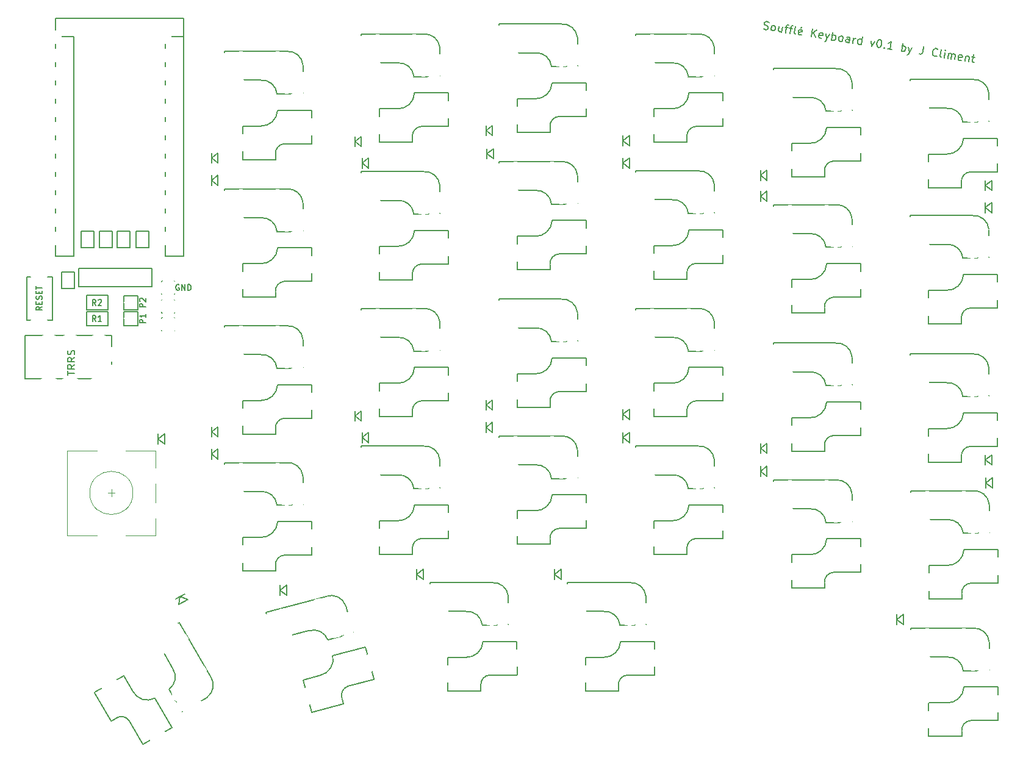
<source format=gto>
G04 #@! TF.GenerationSoftware,KiCad,Pcbnew,(5.1.12-1-10_14)*
G04 #@! TF.CreationDate,2021-12-17T11:34:48+00:00*
G04 #@! TF.ProjectId,SofleKeyboard,536f666c-654b-4657-9962-6f6172642e6b,rev?*
G04 #@! TF.SameCoordinates,Original*
G04 #@! TF.FileFunction,Legend,Top*
G04 #@! TF.FilePolarity,Positive*
%FSLAX46Y46*%
G04 Gerber Fmt 4.6, Leading zero omitted, Abs format (unit mm)*
G04 Created by KiCad (PCBNEW (5.1.12-1-10_14)) date 2021-12-17 11:34:48*
%MOMM*%
%LPD*%
G01*
G04 APERTURE LIST*
%ADD10C,0.200000*%
%ADD11C,0.150000*%
%ADD12C,0.120000*%
%ADD13C,0.100000*%
%ADD14C,3.400000*%
%ADD15C,2.100000*%
%ADD16C,2.300000*%
%ADD17C,4.400000*%
%ADD18C,1.797000*%
%ADD19C,2.400000*%
%ADD20C,5.100000*%
%ADD21C,1.600000*%
%ADD22O,2.900000X2.100000*%
%ADD23C,1.924000*%
G04 APERTURE END LIST*
D10*
X190509749Y-40068493D02*
X190656763Y-40144811D01*
X190915443Y-40185782D01*
X191027110Y-40150434D01*
X191087040Y-40106893D01*
X191155164Y-40011615D01*
X191171553Y-39908142D01*
X191136205Y-39796476D01*
X191092663Y-39736546D01*
X190997385Y-39668422D01*
X190798635Y-39583909D01*
X190703357Y-39515784D01*
X190659815Y-39455854D01*
X190624468Y-39344188D01*
X190640856Y-39240716D01*
X190708981Y-39145438D01*
X190768911Y-39101896D01*
X190880577Y-39066548D01*
X191139257Y-39107519D01*
X191286271Y-39183838D01*
X191743220Y-40316889D02*
X191647942Y-40248765D01*
X191604401Y-40188834D01*
X191569053Y-40077168D01*
X191618218Y-39766752D01*
X191686342Y-39671474D01*
X191746273Y-39627932D01*
X191857939Y-39592584D01*
X192013147Y-39617167D01*
X192108425Y-39685291D01*
X192151967Y-39745222D01*
X192187315Y-39856888D01*
X192138149Y-40167304D01*
X192070025Y-40262582D01*
X192010095Y-40306124D01*
X191898428Y-40341472D01*
X191743220Y-40316889D01*
X193151340Y-39797439D02*
X193036622Y-40521744D01*
X192685716Y-39723691D02*
X192595580Y-40292788D01*
X192630927Y-40404454D01*
X192726205Y-40472579D01*
X192881414Y-40497161D01*
X192993080Y-40461813D01*
X193053010Y-40418272D01*
X193513493Y-39854798D02*
X193927381Y-39920352D01*
X193553982Y-40603686D02*
X193701478Y-39672437D01*
X193769602Y-39577159D01*
X193881268Y-39541811D01*
X193984740Y-39558199D01*
X194134325Y-39953128D02*
X194548214Y-40018682D01*
X194174815Y-40702016D02*
X194322310Y-39770767D01*
X194390435Y-39675489D01*
X194502101Y-39640141D01*
X194605573Y-39656530D01*
X194950856Y-40824929D02*
X194855578Y-40756804D01*
X194820230Y-40645138D01*
X194967726Y-39713889D01*
X195786827Y-40904300D02*
X195675161Y-40939647D01*
X195468216Y-40906870D01*
X195372938Y-40838746D01*
X195337591Y-40727080D01*
X195403144Y-40313191D01*
X195471269Y-40217913D01*
X195582935Y-40182566D01*
X195789879Y-40215342D01*
X195885157Y-40283467D01*
X195920505Y-40395133D01*
X195904116Y-40498605D01*
X195370367Y-40520136D01*
X195855433Y-39801454D02*
X195675642Y-39932080D01*
X197123770Y-41169084D02*
X197295848Y-40082627D01*
X197744603Y-41267415D02*
X197377309Y-40572834D01*
X197916681Y-40180958D02*
X197197518Y-40703460D01*
X198632310Y-41354980D02*
X198520644Y-41390327D01*
X198313699Y-41357551D01*
X198218422Y-41289426D01*
X198183074Y-41177760D01*
X198248627Y-40763872D01*
X198316752Y-40668594D01*
X198428418Y-40633246D01*
X198635362Y-40666023D01*
X198730640Y-40734147D01*
X198765988Y-40845813D01*
X198749599Y-40949286D01*
X198215851Y-40970816D01*
X199152723Y-40747965D02*
X199296684Y-41513240D01*
X199670083Y-40829906D02*
X199296684Y-41513240D01*
X199152241Y-41755532D01*
X199092311Y-41799074D01*
X198980645Y-41834422D01*
X199969253Y-41619765D02*
X200141331Y-40533308D01*
X200075778Y-40947196D02*
X200187444Y-40911848D01*
X200394388Y-40944625D01*
X200489666Y-41012749D01*
X200533208Y-41072680D01*
X200568556Y-41184346D01*
X200519391Y-41494762D01*
X200451266Y-41590040D01*
X200391336Y-41633582D01*
X200279670Y-41668930D01*
X200072725Y-41636153D01*
X199977447Y-41568029D01*
X201107446Y-41800037D02*
X201012169Y-41731912D01*
X200968627Y-41671982D01*
X200933279Y-41560316D01*
X200982444Y-41249899D01*
X201050569Y-41154622D01*
X201110499Y-41111080D01*
X201222165Y-41075732D01*
X201377373Y-41100315D01*
X201472651Y-41168439D01*
X201516193Y-41228369D01*
X201551541Y-41340036D01*
X201502376Y-41650452D01*
X201434251Y-41745730D01*
X201374321Y-41789272D01*
X201262655Y-41824619D01*
X201107446Y-41800037D01*
X202400848Y-42004891D02*
X202490984Y-41435795D01*
X202455636Y-41324129D01*
X202360358Y-41256004D01*
X202153414Y-41223227D01*
X202041748Y-41258575D01*
X202409042Y-41953155D02*
X202297376Y-41988503D01*
X202038695Y-41947532D01*
X201943418Y-41879408D01*
X201908070Y-41767741D01*
X201924458Y-41664269D01*
X201992583Y-41568991D01*
X202104249Y-41533644D01*
X202362929Y-41574615D01*
X202474596Y-41539267D01*
X202918208Y-42086833D02*
X203032927Y-41362529D01*
X203000150Y-41569473D02*
X203068275Y-41474195D01*
X203128205Y-41430653D01*
X203239871Y-41395305D01*
X203343343Y-41411694D01*
X204056402Y-42267105D02*
X204228480Y-41180648D01*
X204064596Y-42215369D02*
X203952930Y-42250717D01*
X203745985Y-42217940D01*
X203650707Y-42149816D01*
X203607166Y-42089886D01*
X203571818Y-41978219D01*
X203620983Y-41667803D01*
X203689107Y-41572525D01*
X203749038Y-41528983D01*
X203860704Y-41493635D01*
X204067648Y-41526412D01*
X204162926Y-41594537D01*
X205412786Y-41739461D02*
X205556747Y-42504737D01*
X205930146Y-41821403D01*
X206608338Y-41557581D02*
X206711810Y-41573969D01*
X206807088Y-41642094D01*
X206850630Y-41702024D01*
X206885978Y-41813690D01*
X206904937Y-42028829D01*
X206863966Y-42287509D01*
X206779453Y-42486259D01*
X206711329Y-42581537D01*
X206651399Y-42625079D01*
X206539732Y-42660426D01*
X206436260Y-42644038D01*
X206340982Y-42575914D01*
X206297440Y-42515983D01*
X206262093Y-42404317D01*
X206243133Y-42189179D01*
X206284104Y-41930498D01*
X206368617Y-41731748D01*
X206436742Y-41636470D01*
X206496672Y-41592928D01*
X206608338Y-41557581D01*
X207280425Y-42671673D02*
X207323967Y-42731603D01*
X207264037Y-42775145D01*
X207220495Y-42715215D01*
X207280425Y-42671673D01*
X207264037Y-42775145D01*
X208350494Y-42947223D02*
X207729662Y-42848893D01*
X208040078Y-42898058D02*
X208212156Y-41811601D01*
X208084101Y-41950420D01*
X207964241Y-42037504D01*
X207852574Y-42072852D01*
X209643896Y-43152078D02*
X209815974Y-42065620D01*
X209750420Y-42479509D02*
X209862086Y-42444161D01*
X210069031Y-42476938D01*
X210164309Y-42545062D01*
X210207850Y-42604993D01*
X210243198Y-42716659D01*
X210194033Y-43027075D01*
X210125909Y-43122353D01*
X210065978Y-43165895D01*
X209954312Y-43201243D01*
X209747368Y-43168466D01*
X209652090Y-43100341D01*
X210638127Y-42567074D02*
X210782089Y-43332350D01*
X211155488Y-42649016D02*
X210782089Y-43332350D01*
X210637646Y-43574642D01*
X210577716Y-43618183D01*
X210466049Y-43653531D01*
X212764929Y-42532689D02*
X212642016Y-43308730D01*
X212565697Y-43455744D01*
X212445837Y-43542828D01*
X212282435Y-43569981D01*
X212178962Y-43553593D01*
X214575209Y-43827053D02*
X214515279Y-43870595D01*
X214351877Y-43897748D01*
X214248405Y-43881360D01*
X214101391Y-43805041D01*
X214014307Y-43685181D01*
X213978959Y-43573515D01*
X213960000Y-43358376D01*
X213984583Y-43203168D01*
X214069095Y-43004418D01*
X214137220Y-42909140D01*
X214257080Y-42822056D01*
X214420483Y-42794903D01*
X214523955Y-42811291D01*
X214670969Y-42887610D01*
X214714511Y-42947540D01*
X215179654Y-44028855D02*
X215084376Y-43960731D01*
X215049028Y-43849065D01*
X215196523Y-42917816D01*
X215593542Y-44094409D02*
X215708261Y-43370104D01*
X215765620Y-43007952D02*
X215705690Y-43051494D01*
X215749232Y-43111424D01*
X215809162Y-43067882D01*
X215765620Y-43007952D01*
X215749232Y-43111424D01*
X216110903Y-44176351D02*
X216225621Y-43452046D01*
X216209233Y-43555518D02*
X216269163Y-43511976D01*
X216380829Y-43476629D01*
X216536038Y-43501211D01*
X216631316Y-43569336D01*
X216666663Y-43681002D01*
X216576527Y-44250098D01*
X216666663Y-43681002D02*
X216734788Y-43585724D01*
X216846454Y-43550376D01*
X217001662Y-43574959D01*
X217096940Y-43643083D01*
X217132288Y-43754750D01*
X217042152Y-44323846D01*
X217981595Y-44419605D02*
X217869929Y-44454953D01*
X217662984Y-44422176D01*
X217567706Y-44354052D01*
X217532359Y-44242386D01*
X217597912Y-43828497D01*
X217666037Y-43733219D01*
X217777703Y-43697872D01*
X217984647Y-43730648D01*
X218079925Y-43798773D01*
X218115273Y-43910439D01*
X218098884Y-44013911D01*
X217565135Y-44035441D01*
X218605480Y-43828979D02*
X218490761Y-44553283D01*
X218589091Y-43932451D02*
X218649022Y-43888909D01*
X218760688Y-43853561D01*
X218915896Y-43878144D01*
X219011174Y-43946268D01*
X219046522Y-44057934D01*
X218956386Y-44627031D01*
X219433257Y-43960086D02*
X219847145Y-44025639D01*
X219645824Y-43622516D02*
X219498329Y-44553765D01*
X219533677Y-44665431D01*
X219628954Y-44733555D01*
X219732427Y-44749944D01*
D11*
X198980000Y-117000000D02*
X198980000Y-117700000D01*
X203975000Y-110900000D02*
X204000000Y-115499999D01*
X194400001Y-113100000D02*
X194400001Y-117700000D01*
X200200000Y-115525000D02*
X203975000Y-115525000D01*
X199275000Y-110875000D02*
X203975000Y-110875000D01*
X194425000Y-113075000D02*
X196975000Y-113075000D01*
X194425000Y-117725000D02*
X198975000Y-117725000D01*
X191900000Y-106650000D02*
X196950000Y-106696000D01*
X191900000Y-106604000D02*
X191900000Y-102696000D01*
X191900000Y-102696000D02*
X200525000Y-102696000D01*
X202800000Y-104650000D02*
X202800000Y-108595000D01*
X202800000Y-108604000D02*
X199190000Y-108604000D01*
X198979999Y-116949999D02*
G75*
G02*
X200200000Y-115530000I1320000J99999D01*
G01*
X199270000Y-110900000D02*
G75*
G02*
X196900000Y-113070000I-2270000J100000D01*
G01*
X199185001Y-108579999D02*
G75*
G03*
X196925000Y-106700000I-2070000J-190001D01*
G01*
X202789000Y-104580000D02*
G75*
G03*
X200525000Y-102696000I-2074000J-190000D01*
G01*
X95430000Y-75870000D02*
X95430000Y-73330000D01*
X105590000Y-73330000D02*
X105590000Y-75870000D01*
X95430000Y-73330000D02*
X105590000Y-73330000D01*
X95430000Y-75870000D02*
X105590000Y-75870000D01*
X161500000Y-115100000D02*
X161500000Y-116500000D01*
X161500000Y-115800000D02*
X162400000Y-115100000D01*
X162400000Y-116500000D02*
X161500000Y-115800000D01*
X162400000Y-115100000D02*
X162400000Y-116500000D01*
X142400000Y-115100000D02*
X142400000Y-116500000D01*
X142400000Y-115800000D02*
X143300000Y-115100000D01*
X143300000Y-116500000D02*
X142400000Y-115800000D01*
X143300000Y-115100000D02*
X143300000Y-116500000D01*
X123400000Y-117300000D02*
X123400000Y-118700000D01*
X123400000Y-118000000D02*
X124300000Y-117300000D01*
X124300000Y-118700000D02*
X123400000Y-118000000D01*
X124300000Y-117300000D02*
X124300000Y-118700000D01*
X110156218Y-118516987D02*
X108943782Y-119216987D01*
X109550000Y-118866987D02*
X110606218Y-119296410D01*
X109393782Y-119996410D02*
X109550000Y-118866987D01*
X110606218Y-119296410D02*
X109393782Y-119996410D01*
X106500000Y-96300000D02*
X106500000Y-97700000D01*
X106500000Y-97000000D02*
X107400000Y-96300000D01*
X107400000Y-97700000D02*
X106500000Y-97000000D01*
X107400000Y-96300000D02*
X107400000Y-97700000D01*
X221400000Y-102400000D02*
X221400000Y-103800000D01*
X221400000Y-103100000D02*
X222300000Y-102400000D01*
X222300000Y-103800000D02*
X221400000Y-103100000D01*
X222300000Y-102400000D02*
X222300000Y-103800000D01*
X190100000Y-100800000D02*
X190100000Y-102200000D01*
X190100000Y-101500000D02*
X191000000Y-100800000D01*
X191000000Y-102200000D02*
X190100000Y-101500000D01*
X191000000Y-100800000D02*
X191000000Y-102200000D01*
X171000000Y-96100000D02*
X171000000Y-97500000D01*
X171000000Y-96800000D02*
X171900000Y-96100000D01*
X171900000Y-97500000D02*
X171000000Y-96800000D01*
X171900000Y-96100000D02*
X171900000Y-97500000D01*
X152000000Y-94700000D02*
X152000000Y-96100000D01*
X152000000Y-95400000D02*
X152900000Y-94700000D01*
X152900000Y-96100000D02*
X152000000Y-95400000D01*
X152900000Y-94700000D02*
X152900000Y-96100000D01*
X134800000Y-96100000D02*
X134800000Y-97500000D01*
X134800000Y-96800000D02*
X135700000Y-96100000D01*
X135700000Y-97500000D02*
X134800000Y-96800000D01*
X135700000Y-96100000D02*
X135700000Y-97500000D01*
X113900000Y-98400000D02*
X113900000Y-99800000D01*
X113900000Y-99100000D02*
X114800000Y-98400000D01*
X114800000Y-99800000D02*
X113900000Y-99100000D01*
X114800000Y-98400000D02*
X114800000Y-99800000D01*
X221300000Y-99200000D02*
X221300000Y-100600000D01*
X221300000Y-99900000D02*
X222200000Y-99200000D01*
X222200000Y-100600000D02*
X221300000Y-99900000D01*
X222200000Y-99200000D02*
X222200000Y-100600000D01*
X190100000Y-97600000D02*
X190100000Y-99000000D01*
X190100000Y-98300000D02*
X191000000Y-97600000D01*
X191000000Y-99000000D02*
X190100000Y-98300000D01*
X191000000Y-97600000D02*
X191000000Y-99000000D01*
X171000000Y-92900000D02*
X171000000Y-94300000D01*
X171000000Y-93600000D02*
X171900000Y-92900000D01*
X171900000Y-94300000D02*
X171000000Y-93600000D01*
X171900000Y-92900000D02*
X171900000Y-94300000D01*
X152000000Y-91600000D02*
X152000000Y-93000000D01*
X152000000Y-92300000D02*
X152900000Y-91600000D01*
X152900000Y-93000000D02*
X152000000Y-92300000D01*
X152900000Y-91600000D02*
X152900000Y-93000000D01*
X133800000Y-93100000D02*
X133800000Y-94500000D01*
X133800000Y-93800000D02*
X134700000Y-93100000D01*
X134700000Y-94500000D02*
X133800000Y-93800000D01*
X134700000Y-93100000D02*
X134700000Y-94500000D01*
X113900000Y-95300000D02*
X113900000Y-96700000D01*
X113900000Y-96000000D02*
X114800000Y-95300000D01*
X114800000Y-96700000D02*
X113900000Y-96000000D01*
X114800000Y-95300000D02*
X114800000Y-96700000D01*
X221300000Y-64200000D02*
X221300000Y-65600000D01*
X221300000Y-64900000D02*
X222200000Y-64200000D01*
X222200000Y-65600000D02*
X221300000Y-64900000D01*
X222200000Y-64200000D02*
X222200000Y-65600000D01*
X190100000Y-62600000D02*
X190100000Y-64000000D01*
X190100000Y-63300000D02*
X191000000Y-62600000D01*
X191000000Y-64000000D02*
X190100000Y-63300000D01*
X191000000Y-62600000D02*
X191000000Y-64000000D01*
X171000000Y-58000000D02*
X171000000Y-59400000D01*
X171000000Y-58700000D02*
X171900000Y-58000000D01*
X171900000Y-59400000D02*
X171000000Y-58700000D01*
X171900000Y-58000000D02*
X171900000Y-59400000D01*
X152100000Y-56700000D02*
X152100000Y-58100000D01*
X152100000Y-57400000D02*
X153000000Y-56700000D01*
X153000000Y-58100000D02*
X152100000Y-57400000D01*
X153000000Y-56700000D02*
X153000000Y-58100000D01*
X134800000Y-58000000D02*
X134800000Y-59400000D01*
X134800000Y-58700000D02*
X135700000Y-58000000D01*
X135700000Y-59400000D02*
X134800000Y-58700000D01*
X135700000Y-58000000D02*
X135700000Y-59400000D01*
X113900000Y-60400000D02*
X113900000Y-61800000D01*
X113900000Y-61100000D02*
X114800000Y-60400000D01*
X114800000Y-61800000D02*
X113900000Y-61100000D01*
X114800000Y-60400000D02*
X114800000Y-61800000D01*
X221300000Y-61100000D02*
X221300000Y-62500000D01*
X221300000Y-61800000D02*
X222200000Y-61100000D01*
X222200000Y-62500000D02*
X221300000Y-61800000D01*
X222200000Y-61100000D02*
X222200000Y-62500000D01*
X190100000Y-59700000D02*
X190100000Y-61100000D01*
X190100000Y-60400000D02*
X191000000Y-59700000D01*
X191000000Y-61100000D02*
X190100000Y-60400000D01*
X191000000Y-59700000D02*
X191000000Y-61100000D01*
X171000000Y-54900000D02*
X171000000Y-56300000D01*
X171000000Y-55600000D02*
X171900000Y-54900000D01*
X171900000Y-56300000D02*
X171000000Y-55600000D01*
X171900000Y-54900000D02*
X171900000Y-56300000D01*
X152000000Y-53500000D02*
X152000000Y-54900000D01*
X152000000Y-54200000D02*
X152900000Y-53500000D01*
X152900000Y-54900000D02*
X152000000Y-54200000D01*
X152900000Y-53500000D02*
X152900000Y-54900000D01*
X133800000Y-55000000D02*
X133800000Y-56400000D01*
X133800000Y-55700000D02*
X134700000Y-55000000D01*
X134700000Y-56400000D02*
X133800000Y-55700000D01*
X134700000Y-55000000D02*
X134700000Y-56400000D01*
X113900000Y-57300000D02*
X113900000Y-58700000D01*
X113900000Y-58000000D02*
X114800000Y-57300000D01*
X114800000Y-58700000D02*
X113900000Y-58000000D01*
X114800000Y-57300000D02*
X114800000Y-58700000D01*
X94889000Y-73857000D02*
X94889000Y-76143000D01*
X94889000Y-76143000D02*
X93111000Y-76143000D01*
X93111000Y-76143000D02*
X93111000Y-73857000D01*
X93111000Y-73857000D02*
X94889000Y-73857000D01*
X91800000Y-74500000D02*
X91100000Y-74500000D01*
X88300000Y-74500000D02*
X88900000Y-74500000D01*
X88300000Y-80500000D02*
X88900000Y-80500000D01*
X91800000Y-80500000D02*
X91100000Y-80500000D01*
X88300000Y-74500000D02*
X88300000Y-80500000D01*
X91800000Y-80500000D02*
X91800000Y-74500000D01*
X97589000Y-70443000D02*
X95811000Y-70443000D01*
X97589000Y-68157000D02*
X97589000Y-70443000D01*
X95811000Y-68157000D02*
X97589000Y-68157000D01*
X95811000Y-70443000D02*
X95811000Y-68157000D01*
X100089000Y-70443000D02*
X98311000Y-70443000D01*
X100089000Y-68157000D02*
X100089000Y-70443000D01*
X98311000Y-68157000D02*
X100089000Y-68157000D01*
X98311000Y-70443000D02*
X98311000Y-68157000D01*
X102589000Y-70443000D02*
X100811000Y-70443000D01*
X102589000Y-68157000D02*
X102589000Y-70443000D01*
X100811000Y-68157000D02*
X102589000Y-68157000D01*
X100811000Y-70443000D02*
X100811000Y-68157000D01*
X105189000Y-70443000D02*
X103411000Y-70443000D01*
X105189000Y-68157000D02*
X105189000Y-70443000D01*
X103411000Y-68157000D02*
X105189000Y-68157000D01*
X103411000Y-70443000D02*
X103411000Y-68157000D01*
X99540412Y-79311205D02*
X96538132Y-79311205D01*
X99540412Y-81312725D02*
X99540412Y-79311205D01*
X96538132Y-81312725D02*
X99540412Y-81312725D01*
X96538132Y-79311205D02*
X96538132Y-81312725D01*
X99540412Y-77061205D02*
X96538132Y-77061205D01*
X99540412Y-79062725D02*
X99540412Y-77061205D01*
X96538132Y-79062725D02*
X99540412Y-79062725D01*
X96538132Y-77061205D02*
X96538132Y-79062725D01*
X103700000Y-79100000D02*
X103700000Y-77100000D01*
X101700000Y-79100000D02*
X103700000Y-79100000D01*
X101700000Y-77100000D02*
X101700000Y-79100000D01*
X103700000Y-77100000D02*
X101700000Y-77100000D01*
X103700000Y-81300000D02*
X103700000Y-79300000D01*
X101700000Y-81300000D02*
X103700000Y-81300000D01*
X101700000Y-79300000D02*
X101700000Y-81300000D01*
X103700000Y-79300000D02*
X101700000Y-79300000D01*
X208999200Y-121372400D02*
X208999200Y-122772400D01*
X208999200Y-122072400D02*
X209899200Y-121372400D01*
X209899200Y-122772400D02*
X208999200Y-122072400D01*
X209899200Y-121372400D02*
X209899200Y-122772400D01*
X122780000Y-57500000D02*
X122780000Y-58200000D01*
X127775000Y-51400000D02*
X127800000Y-55999999D01*
X118200001Y-53600000D02*
X118200001Y-58200000D01*
X124000000Y-56025000D02*
X127775000Y-56025000D01*
X123075000Y-51375000D02*
X127775000Y-51375000D01*
X118225000Y-53575000D02*
X120775000Y-53575000D01*
X118225000Y-58225000D02*
X122775000Y-58225000D01*
X115700000Y-47150000D02*
X120750000Y-47196000D01*
X115700000Y-47104000D02*
X115700000Y-43196000D01*
X115700000Y-43196000D02*
X124325000Y-43196000D01*
X126600000Y-45150000D02*
X126600000Y-49095000D01*
X126600000Y-49104000D02*
X122990000Y-49104000D01*
X122779999Y-57449999D02*
G75*
G02*
X124000000Y-56030000I1320000J99999D01*
G01*
X123070000Y-51400000D02*
G75*
G02*
X120700000Y-53570000I-2270000J100000D01*
G01*
X122985001Y-49079999D02*
G75*
G03*
X120725000Y-47200000I-2070000J-190001D01*
G01*
X126589000Y-45080000D02*
G75*
G03*
X124325000Y-43196000I-2074000J-190000D01*
G01*
X141780000Y-55100000D02*
X141780000Y-55800000D01*
X146775000Y-49000000D02*
X146800000Y-53599999D01*
X137200001Y-51200000D02*
X137200001Y-55800000D01*
X143000000Y-53625000D02*
X146775000Y-53625000D01*
X142075000Y-48975000D02*
X146775000Y-48975000D01*
X137225000Y-51175000D02*
X139775000Y-51175000D01*
X137225000Y-55825000D02*
X141775000Y-55825000D01*
X134700000Y-44750000D02*
X139750000Y-44796000D01*
X134700000Y-44704000D02*
X134700000Y-40796000D01*
X134700000Y-40796000D02*
X143325000Y-40796000D01*
X145600000Y-42750000D02*
X145600000Y-46695000D01*
X145600000Y-46704000D02*
X141990000Y-46704000D01*
X141779999Y-55049999D02*
G75*
G02*
X143000000Y-53630000I1320000J99999D01*
G01*
X142070000Y-49000000D02*
G75*
G02*
X139700000Y-51170000I-2270000J100000D01*
G01*
X141985001Y-46679999D02*
G75*
G03*
X139725000Y-44800000I-2070000J-190001D01*
G01*
X145589000Y-42680000D02*
G75*
G03*
X143325000Y-40796000I-2074000J-190000D01*
G01*
X160880000Y-53710000D02*
X160880000Y-54410000D01*
X165875000Y-47610000D02*
X165900000Y-52209999D01*
X156300001Y-49810000D02*
X156300001Y-54410000D01*
X162100000Y-52235000D02*
X165875000Y-52235000D01*
X161175000Y-47585000D02*
X165875000Y-47585000D01*
X156325000Y-49785000D02*
X158875000Y-49785000D01*
X156325000Y-54435000D02*
X160875000Y-54435000D01*
X153800000Y-43360000D02*
X158850000Y-43406000D01*
X153800000Y-43314000D02*
X153800000Y-39406000D01*
X153800000Y-39406000D02*
X162425000Y-39406000D01*
X164700000Y-41360000D02*
X164700000Y-45305000D01*
X164700000Y-45314000D02*
X161090000Y-45314000D01*
X160879999Y-53659999D02*
G75*
G02*
X162100000Y-52240000I1320000J99999D01*
G01*
X161170000Y-47610000D02*
G75*
G02*
X158800000Y-49780000I-2270000J100000D01*
G01*
X161085001Y-45289999D02*
G75*
G03*
X158825000Y-43410000I-2070000J-190001D01*
G01*
X164689000Y-41290000D02*
G75*
G03*
X162425000Y-39406000I-2074000J-190000D01*
G01*
X179880000Y-55100000D02*
X179880000Y-55800000D01*
X184875000Y-49000000D02*
X184900000Y-53599999D01*
X175300001Y-51200000D02*
X175300001Y-55800000D01*
X181100000Y-53625000D02*
X184875000Y-53625000D01*
X180175000Y-48975000D02*
X184875000Y-48975000D01*
X175325000Y-51175000D02*
X177875000Y-51175000D01*
X175325000Y-55825000D02*
X179875000Y-55825000D01*
X172800000Y-44750000D02*
X177850000Y-44796000D01*
X172800000Y-44704000D02*
X172800000Y-40796000D01*
X172800000Y-40796000D02*
X181425000Y-40796000D01*
X183700000Y-42750000D02*
X183700000Y-46695000D01*
X183700000Y-46704000D02*
X180090000Y-46704000D01*
X179879999Y-55049999D02*
G75*
G02*
X181100000Y-53630000I1320000J99999D01*
G01*
X180170000Y-49000000D02*
G75*
G02*
X177800000Y-51170000I-2270000J100000D01*
G01*
X180085001Y-46679999D02*
G75*
G03*
X177825000Y-44800000I-2070000J-190001D01*
G01*
X183689000Y-42680000D02*
G75*
G03*
X181425000Y-40796000I-2074000J-190000D01*
G01*
X198980000Y-59900000D02*
X198980000Y-60600000D01*
X203975000Y-53800000D02*
X204000000Y-58399999D01*
X194400001Y-56000000D02*
X194400001Y-60600000D01*
X200200000Y-58425000D02*
X203975000Y-58425000D01*
X199275000Y-53775000D02*
X203975000Y-53775000D01*
X194425000Y-55975000D02*
X196975000Y-55975000D01*
X194425000Y-60625000D02*
X198975000Y-60625000D01*
X191900000Y-49550000D02*
X196950000Y-49596000D01*
X191900000Y-49504000D02*
X191900000Y-45596000D01*
X191900000Y-45596000D02*
X200525000Y-45596000D01*
X202800000Y-47550000D02*
X202800000Y-51495000D01*
X202800000Y-51504000D02*
X199190000Y-51504000D01*
X198979999Y-59849999D02*
G75*
G02*
X200200000Y-58430000I1320000J99999D01*
G01*
X199270000Y-53800000D02*
G75*
G02*
X196900000Y-55970000I-2270000J100000D01*
G01*
X199185001Y-51479999D02*
G75*
G03*
X196925000Y-49600000I-2070000J-190001D01*
G01*
X202789000Y-47480000D02*
G75*
G03*
X200525000Y-45596000I-2074000J-190000D01*
G01*
X217980000Y-61400000D02*
X217980000Y-62100000D01*
X222975000Y-55300000D02*
X223000000Y-59899999D01*
X213400001Y-57500000D02*
X213400001Y-62100000D01*
X219200000Y-59925000D02*
X222975000Y-59925000D01*
X218275000Y-55275000D02*
X222975000Y-55275000D01*
X213425000Y-57475000D02*
X215975000Y-57475000D01*
X213425000Y-62125000D02*
X217975000Y-62125000D01*
X210900000Y-51050000D02*
X215950000Y-51096000D01*
X210900000Y-51004000D02*
X210900000Y-47096000D01*
X210900000Y-47096000D02*
X219525000Y-47096000D01*
X221800000Y-49050000D02*
X221800000Y-52995000D01*
X221800000Y-53004000D02*
X218190000Y-53004000D01*
X217979999Y-61349999D02*
G75*
G02*
X219200000Y-59930000I1320000J99999D01*
G01*
X218270000Y-55300000D02*
G75*
G02*
X215900000Y-57470000I-2270000J100000D01*
G01*
X218185001Y-52979999D02*
G75*
G03*
X215925000Y-51100000I-2070000J-190001D01*
G01*
X221789000Y-48980000D02*
G75*
G03*
X219525000Y-47096000I-2074000J-190000D01*
G01*
X122780000Y-76600000D02*
X122780000Y-77300000D01*
X127775000Y-70500000D02*
X127800000Y-75099999D01*
X118200001Y-72700000D02*
X118200001Y-77300000D01*
X124000000Y-75125000D02*
X127775000Y-75125000D01*
X123075000Y-70475000D02*
X127775000Y-70475000D01*
X118225000Y-72675000D02*
X120775000Y-72675000D01*
X118225000Y-77325000D02*
X122775000Y-77325000D01*
X115700000Y-66250000D02*
X120750000Y-66296000D01*
X115700000Y-66204000D02*
X115700000Y-62296000D01*
X115700000Y-62296000D02*
X124325000Y-62296000D01*
X126600000Y-64250000D02*
X126600000Y-68195000D01*
X126600000Y-68204000D02*
X122990000Y-68204000D01*
X122779999Y-76549999D02*
G75*
G02*
X124000000Y-75130000I1320000J99999D01*
G01*
X123070000Y-70500000D02*
G75*
G02*
X120700000Y-72670000I-2270000J100000D01*
G01*
X122985001Y-68179999D02*
G75*
G03*
X120725000Y-66300000I-2070000J-190001D01*
G01*
X126589000Y-64180000D02*
G75*
G03*
X124325000Y-62296000I-2074000J-190000D01*
G01*
X141780000Y-74200000D02*
X141780000Y-74900000D01*
X146775000Y-68100000D02*
X146800000Y-72699999D01*
X137200001Y-70300000D02*
X137200001Y-74900000D01*
X143000000Y-72725000D02*
X146775000Y-72725000D01*
X142075000Y-68075000D02*
X146775000Y-68075000D01*
X137225000Y-70275000D02*
X139775000Y-70275000D01*
X137225000Y-74925000D02*
X141775000Y-74925000D01*
X134700000Y-63850000D02*
X139750000Y-63896000D01*
X134700000Y-63804000D02*
X134700000Y-59896000D01*
X134700000Y-59896000D02*
X143325000Y-59896000D01*
X145600000Y-61850000D02*
X145600000Y-65795000D01*
X145600000Y-65804000D02*
X141990000Y-65804000D01*
X141779999Y-74149999D02*
G75*
G02*
X143000000Y-72730000I1320000J99999D01*
G01*
X142070000Y-68100000D02*
G75*
G02*
X139700000Y-70270000I-2270000J100000D01*
G01*
X141985001Y-65779999D02*
G75*
G03*
X139725000Y-63900000I-2070000J-190001D01*
G01*
X145589000Y-61780000D02*
G75*
G03*
X143325000Y-59896000I-2074000J-190000D01*
G01*
X160880000Y-72800000D02*
X160880000Y-73500000D01*
X165875000Y-66700000D02*
X165900000Y-71299999D01*
X156300001Y-68900000D02*
X156300001Y-73500000D01*
X162100000Y-71325000D02*
X165875000Y-71325000D01*
X161175000Y-66675000D02*
X165875000Y-66675000D01*
X156325000Y-68875000D02*
X158875000Y-68875000D01*
X156325000Y-73525000D02*
X160875000Y-73525000D01*
X153800000Y-62450000D02*
X158850000Y-62496000D01*
X153800000Y-62404000D02*
X153800000Y-58496000D01*
X153800000Y-58496000D02*
X162425000Y-58496000D01*
X164700000Y-60450000D02*
X164700000Y-64395000D01*
X164700000Y-64404000D02*
X161090000Y-64404000D01*
X160879999Y-72749999D02*
G75*
G02*
X162100000Y-71330000I1320000J99999D01*
G01*
X161170000Y-66700000D02*
G75*
G02*
X158800000Y-68870000I-2270000J100000D01*
G01*
X161085001Y-64379999D02*
G75*
G03*
X158825000Y-62500000I-2070000J-190001D01*
G01*
X164689000Y-60380000D02*
G75*
G03*
X162425000Y-58496000I-2074000J-190000D01*
G01*
X179880000Y-74100000D02*
X179880000Y-74800000D01*
X184875000Y-68000000D02*
X184900000Y-72599999D01*
X175300001Y-70200000D02*
X175300001Y-74800000D01*
X181100000Y-72625000D02*
X184875000Y-72625000D01*
X180175000Y-67975000D02*
X184875000Y-67975000D01*
X175325000Y-70175000D02*
X177875000Y-70175000D01*
X175325000Y-74825000D02*
X179875000Y-74825000D01*
X172800000Y-63750000D02*
X177850000Y-63796000D01*
X172800000Y-63704000D02*
X172800000Y-59796000D01*
X172800000Y-59796000D02*
X181425000Y-59796000D01*
X183700000Y-61750000D02*
X183700000Y-65695000D01*
X183700000Y-65704000D02*
X180090000Y-65704000D01*
X179879999Y-74049999D02*
G75*
G02*
X181100000Y-72630000I1320000J99999D01*
G01*
X180170000Y-68000000D02*
G75*
G02*
X177800000Y-70170000I-2270000J100000D01*
G01*
X180085001Y-65679999D02*
G75*
G03*
X177825000Y-63800000I-2070000J-190001D01*
G01*
X183689000Y-61680000D02*
G75*
G03*
X181425000Y-59796000I-2074000J-190000D01*
G01*
X198980000Y-78800000D02*
X198980000Y-79500000D01*
X203975000Y-72700000D02*
X204000000Y-77299999D01*
X194400001Y-74900000D02*
X194400001Y-79500000D01*
X200200000Y-77325000D02*
X203975000Y-77325000D01*
X199275000Y-72675000D02*
X203975000Y-72675000D01*
X194425000Y-74875000D02*
X196975000Y-74875000D01*
X194425000Y-79525000D02*
X198975000Y-79525000D01*
X191900000Y-68450000D02*
X196950000Y-68496000D01*
X191900000Y-68404000D02*
X191900000Y-64496000D01*
X191900000Y-64496000D02*
X200525000Y-64496000D01*
X202800000Y-66450000D02*
X202800000Y-70395000D01*
X202800000Y-70404000D02*
X199190000Y-70404000D01*
X198979999Y-78749999D02*
G75*
G02*
X200200000Y-77330000I1320000J99999D01*
G01*
X199270000Y-72700000D02*
G75*
G02*
X196900000Y-74870000I-2270000J100000D01*
G01*
X199185001Y-70379999D02*
G75*
G03*
X196925000Y-68500000I-2070000J-190001D01*
G01*
X202789000Y-66380000D02*
G75*
G03*
X200525000Y-64496000I-2074000J-190000D01*
G01*
X217980000Y-80300000D02*
X217980000Y-81000000D01*
X222975000Y-74200000D02*
X223000000Y-78799999D01*
X213400001Y-76400000D02*
X213400001Y-81000000D01*
X219200000Y-78825000D02*
X222975000Y-78825000D01*
X218275000Y-74175000D02*
X222975000Y-74175000D01*
X213425000Y-76375000D02*
X215975000Y-76375000D01*
X213425000Y-81025000D02*
X217975000Y-81025000D01*
X210900000Y-69950000D02*
X215950000Y-69996000D01*
X210900000Y-69904000D02*
X210900000Y-65996000D01*
X210900000Y-65996000D02*
X219525000Y-65996000D01*
X221800000Y-67950000D02*
X221800000Y-71895000D01*
X221800000Y-71904000D02*
X218190000Y-71904000D01*
X217979999Y-80249999D02*
G75*
G02*
X219200000Y-78830000I1320000J99999D01*
G01*
X218270000Y-74200000D02*
G75*
G02*
X215900000Y-76370000I-2270000J100000D01*
G01*
X218185001Y-71879999D02*
G75*
G03*
X215925000Y-70000000I-2070000J-190001D01*
G01*
X221789000Y-67880000D02*
G75*
G03*
X219525000Y-65996000I-2074000J-190000D01*
G01*
X122780000Y-95600000D02*
X122780000Y-96300000D01*
X127775000Y-89500000D02*
X127800000Y-94099999D01*
X118200001Y-91700000D02*
X118200001Y-96300000D01*
X124000000Y-94125000D02*
X127775000Y-94125000D01*
X123075000Y-89475000D02*
X127775000Y-89475000D01*
X118225000Y-91675000D02*
X120775000Y-91675000D01*
X118225000Y-96325000D02*
X122775000Y-96325000D01*
X115700000Y-85250000D02*
X120750000Y-85296000D01*
X115700000Y-85204000D02*
X115700000Y-81296000D01*
X115700000Y-81296000D02*
X124325000Y-81296000D01*
X126600000Y-83250000D02*
X126600000Y-87195000D01*
X126600000Y-87204000D02*
X122990000Y-87204000D01*
X122779999Y-95549999D02*
G75*
G02*
X124000000Y-94130000I1320000J99999D01*
G01*
X123070000Y-89500000D02*
G75*
G02*
X120700000Y-91670000I-2270000J100000D01*
G01*
X122985001Y-87179999D02*
G75*
G03*
X120725000Y-85300000I-2070000J-190001D01*
G01*
X126589000Y-83180000D02*
G75*
G03*
X124325000Y-81296000I-2074000J-190000D01*
G01*
X141780000Y-93200000D02*
X141780000Y-93900000D01*
X146775000Y-87100000D02*
X146800000Y-91699999D01*
X137200001Y-89300000D02*
X137200001Y-93900000D01*
X143000000Y-91725000D02*
X146775000Y-91725000D01*
X142075000Y-87075000D02*
X146775000Y-87075000D01*
X137225000Y-89275000D02*
X139775000Y-89275000D01*
X137225000Y-93925000D02*
X141775000Y-93925000D01*
X134700000Y-82850000D02*
X139750000Y-82896000D01*
X134700000Y-82804000D02*
X134700000Y-78896000D01*
X134700000Y-78896000D02*
X143325000Y-78896000D01*
X145600000Y-80850000D02*
X145600000Y-84795000D01*
X145600000Y-84804000D02*
X141990000Y-84804000D01*
X141779999Y-93149999D02*
G75*
G02*
X143000000Y-91730000I1320000J99999D01*
G01*
X142070000Y-87100000D02*
G75*
G02*
X139700000Y-89270000I-2270000J100000D01*
G01*
X141985001Y-84779999D02*
G75*
G03*
X139725000Y-82900000I-2070000J-190001D01*
G01*
X145589000Y-80780000D02*
G75*
G03*
X143325000Y-78896000I-2074000J-190000D01*
G01*
X160880000Y-91900000D02*
X160880000Y-92600000D01*
X165875000Y-85800000D02*
X165900000Y-90399999D01*
X156300001Y-88000000D02*
X156300001Y-92600000D01*
X162100000Y-90425000D02*
X165875000Y-90425000D01*
X161175000Y-85775000D02*
X165875000Y-85775000D01*
X156325000Y-87975000D02*
X158875000Y-87975000D01*
X156325000Y-92625000D02*
X160875000Y-92625000D01*
X153800000Y-81550000D02*
X158850000Y-81596000D01*
X153800000Y-81504000D02*
X153800000Y-77596000D01*
X153800000Y-77596000D02*
X162425000Y-77596000D01*
X164700000Y-79550000D02*
X164700000Y-83495000D01*
X164700000Y-83504000D02*
X161090000Y-83504000D01*
X160879999Y-91849999D02*
G75*
G02*
X162100000Y-90430000I1320000J99999D01*
G01*
X161170000Y-85800000D02*
G75*
G02*
X158800000Y-87970000I-2270000J100000D01*
G01*
X161085001Y-83479999D02*
G75*
G03*
X158825000Y-81600000I-2070000J-190001D01*
G01*
X164689000Y-79480000D02*
G75*
G03*
X162425000Y-77596000I-2074000J-190000D01*
G01*
X179880000Y-93200000D02*
X179880000Y-93900000D01*
X184875000Y-87100000D02*
X184900000Y-91699999D01*
X175300001Y-89300000D02*
X175300001Y-93900000D01*
X181100000Y-91725000D02*
X184875000Y-91725000D01*
X180175000Y-87075000D02*
X184875000Y-87075000D01*
X175325000Y-89275000D02*
X177875000Y-89275000D01*
X175325000Y-93925000D02*
X179875000Y-93925000D01*
X172800000Y-82850000D02*
X177850000Y-82896000D01*
X172800000Y-82804000D02*
X172800000Y-78896000D01*
X172800000Y-78896000D02*
X181425000Y-78896000D01*
X183700000Y-80850000D02*
X183700000Y-84795000D01*
X183700000Y-84804000D02*
X180090000Y-84804000D01*
X179879999Y-93149999D02*
G75*
G02*
X181100000Y-91730000I1320000J99999D01*
G01*
X180170000Y-87100000D02*
G75*
G02*
X177800000Y-89270000I-2270000J100000D01*
G01*
X180085001Y-84779999D02*
G75*
G03*
X177825000Y-82900000I-2070000J-190001D01*
G01*
X183689000Y-80780000D02*
G75*
G03*
X181425000Y-78896000I-2074000J-190000D01*
G01*
X198980000Y-98000000D02*
X198980000Y-98700000D01*
X203975000Y-91900000D02*
X204000000Y-96499999D01*
X194400001Y-94100000D02*
X194400001Y-98700000D01*
X200200000Y-96525000D02*
X203975000Y-96525000D01*
X199275000Y-91875000D02*
X203975000Y-91875000D01*
X194425000Y-94075000D02*
X196975000Y-94075000D01*
X194425000Y-98725000D02*
X198975000Y-98725000D01*
X191900000Y-87650000D02*
X196950000Y-87696000D01*
X191900000Y-87604000D02*
X191900000Y-83696000D01*
X191900000Y-83696000D02*
X200525000Y-83696000D01*
X202800000Y-85650000D02*
X202800000Y-89595000D01*
X202800000Y-89604000D02*
X199190000Y-89604000D01*
X198979999Y-97949999D02*
G75*
G02*
X200200000Y-96530000I1320000J99999D01*
G01*
X199270000Y-91900000D02*
G75*
G02*
X196900000Y-94070000I-2270000J100000D01*
G01*
X199185001Y-89579999D02*
G75*
G03*
X196925000Y-87700000I-2070000J-190001D01*
G01*
X202789000Y-85580000D02*
G75*
G03*
X200525000Y-83696000I-2074000J-190000D01*
G01*
X217980000Y-99500000D02*
X217980000Y-100200000D01*
X222975000Y-93400000D02*
X223000000Y-97999999D01*
X213400001Y-95600000D02*
X213400001Y-100200000D01*
X219200000Y-98025000D02*
X222975000Y-98025000D01*
X218275000Y-93375000D02*
X222975000Y-93375000D01*
X213425000Y-95575000D02*
X215975000Y-95575000D01*
X213425000Y-100225000D02*
X217975000Y-100225000D01*
X210900000Y-89150000D02*
X215950000Y-89196000D01*
X210900000Y-89104000D02*
X210900000Y-85196000D01*
X210900000Y-85196000D02*
X219525000Y-85196000D01*
X221800000Y-87150000D02*
X221800000Y-91095000D01*
X221800000Y-91104000D02*
X218190000Y-91104000D01*
X217979999Y-99449999D02*
G75*
G02*
X219200000Y-98030000I1320000J99999D01*
G01*
X218270000Y-93400000D02*
G75*
G02*
X215900000Y-95570000I-2270000J100000D01*
G01*
X218185001Y-91079999D02*
G75*
G03*
X215925000Y-89200000I-2070000J-190001D01*
G01*
X221789000Y-87080000D02*
G75*
G03*
X219525000Y-85196000I-2074000J-190000D01*
G01*
X122780000Y-114600000D02*
X122780000Y-115300000D01*
X127775000Y-108500000D02*
X127800000Y-113099999D01*
X118200001Y-110700000D02*
X118200001Y-115300000D01*
X124000000Y-113125000D02*
X127775000Y-113125000D01*
X123075000Y-108475000D02*
X127775000Y-108475000D01*
X118225000Y-110675000D02*
X120775000Y-110675000D01*
X118225000Y-115325000D02*
X122775000Y-115325000D01*
X115700000Y-104250000D02*
X120750000Y-104296000D01*
X115700000Y-104204000D02*
X115700000Y-100296000D01*
X115700000Y-100296000D02*
X124325000Y-100296000D01*
X126600000Y-102250000D02*
X126600000Y-106195000D01*
X126600000Y-106204000D02*
X122990000Y-106204000D01*
X122779999Y-114549999D02*
G75*
G02*
X124000000Y-113130000I1320000J99999D01*
G01*
X123070000Y-108500000D02*
G75*
G02*
X120700000Y-110670000I-2270000J100000D01*
G01*
X122985001Y-106179999D02*
G75*
G03*
X120725000Y-104300000I-2070000J-190001D01*
G01*
X126589000Y-102180000D02*
G75*
G03*
X124325000Y-100296000I-2074000J-190000D01*
G01*
X141780000Y-112300000D02*
X141780000Y-113000000D01*
X146775000Y-106200000D02*
X146800000Y-110799999D01*
X137200001Y-108400000D02*
X137200001Y-113000000D01*
X143000000Y-110825000D02*
X146775000Y-110825000D01*
X142075000Y-106175000D02*
X146775000Y-106175000D01*
X137225000Y-108375000D02*
X139775000Y-108375000D01*
X137225000Y-113025000D02*
X141775000Y-113025000D01*
X134700000Y-101950000D02*
X139750000Y-101996000D01*
X134700000Y-101904000D02*
X134700000Y-97996000D01*
X134700000Y-97996000D02*
X143325000Y-97996000D01*
X145600000Y-99950000D02*
X145600000Y-103895000D01*
X145600000Y-103904000D02*
X141990000Y-103904000D01*
X141779999Y-112249999D02*
G75*
G02*
X143000000Y-110830000I1320000J99999D01*
G01*
X142070000Y-106200000D02*
G75*
G02*
X139700000Y-108370000I-2270000J100000D01*
G01*
X141985001Y-103879999D02*
G75*
G03*
X139725000Y-102000000I-2070000J-190001D01*
G01*
X145589000Y-99880000D02*
G75*
G03*
X143325000Y-97996000I-2074000J-190000D01*
G01*
X160880000Y-110900000D02*
X160880000Y-111600000D01*
X165875000Y-104800000D02*
X165900000Y-109399999D01*
X156300001Y-107000000D02*
X156300001Y-111600000D01*
X162100000Y-109425000D02*
X165875000Y-109425000D01*
X161175000Y-104775000D02*
X165875000Y-104775000D01*
X156325000Y-106975000D02*
X158875000Y-106975000D01*
X156325000Y-111625000D02*
X160875000Y-111625000D01*
X153800000Y-100550000D02*
X158850000Y-100596000D01*
X153800000Y-100504000D02*
X153800000Y-96596000D01*
X153800000Y-96596000D02*
X162425000Y-96596000D01*
X164700000Y-98550000D02*
X164700000Y-102495000D01*
X164700000Y-102504000D02*
X161090000Y-102504000D01*
X160879999Y-110849999D02*
G75*
G02*
X162100000Y-109430000I1320000J99999D01*
G01*
X161170000Y-104800000D02*
G75*
G02*
X158800000Y-106970000I-2270000J100000D01*
G01*
X161085001Y-102479999D02*
G75*
G03*
X158825000Y-100600000I-2070000J-190001D01*
G01*
X164689000Y-98480000D02*
G75*
G03*
X162425000Y-96596000I-2074000J-190000D01*
G01*
X179880000Y-112300000D02*
X179880000Y-113000000D01*
X184875000Y-106200000D02*
X184900000Y-110799999D01*
X175300001Y-108400000D02*
X175300001Y-113000000D01*
X181100000Y-110825000D02*
X184875000Y-110825000D01*
X180175000Y-106175000D02*
X184875000Y-106175000D01*
X175325000Y-108375000D02*
X177875000Y-108375000D01*
X175325000Y-113025000D02*
X179875000Y-113025000D01*
X172800000Y-101950000D02*
X177850000Y-101996000D01*
X172800000Y-101904000D02*
X172800000Y-97996000D01*
X172800000Y-97996000D02*
X181425000Y-97996000D01*
X183700000Y-99950000D02*
X183700000Y-103895000D01*
X183700000Y-103904000D02*
X180090000Y-103904000D01*
X179879999Y-112249999D02*
G75*
G02*
X181100000Y-110830000I1320000J99999D01*
G01*
X180170000Y-106200000D02*
G75*
G02*
X177800000Y-108370000I-2270000J100000D01*
G01*
X180085001Y-103879999D02*
G75*
G03*
X177825000Y-102000000I-2070000J-190001D01*
G01*
X183689000Y-99880000D02*
G75*
G03*
X181425000Y-97996000I-2074000J-190000D01*
G01*
X218030000Y-118500000D02*
X218030000Y-119200000D01*
X223025000Y-112400000D02*
X223050000Y-116999999D01*
X213450001Y-114600000D02*
X213450001Y-119200000D01*
X219250000Y-117025000D02*
X223025000Y-117025000D01*
X218325000Y-112375000D02*
X223025000Y-112375000D01*
X213475000Y-114575000D02*
X216025000Y-114575000D01*
X213475000Y-119225000D02*
X218025000Y-119225000D01*
X210950000Y-108150000D02*
X216000000Y-108196000D01*
X210950000Y-108104000D02*
X210950000Y-104196000D01*
X210950000Y-104196000D02*
X219575000Y-104196000D01*
X221850000Y-106150000D02*
X221850000Y-110095000D01*
X221850000Y-110104000D02*
X218240000Y-110104000D01*
X218029999Y-118449999D02*
G75*
G02*
X219250000Y-117030000I1320000J99999D01*
G01*
X218320000Y-112400000D02*
G75*
G02*
X215950000Y-114570000I-2270000J100000D01*
G01*
X218235001Y-110079999D02*
G75*
G03*
X215975000Y-108200000I-2070000J-190001D01*
G01*
X221839000Y-106080000D02*
G75*
G03*
X219575000Y-104196000I-2074000J-190000D01*
G01*
X100604809Y-135794538D02*
X99998592Y-136144538D01*
X108385064Y-137070335D02*
X104413848Y-139391985D01*
X101692309Y-129878142D02*
X97708592Y-132178142D01*
X102492197Y-136113589D02*
X104379697Y-139382835D01*
X106056715Y-132987515D02*
X108406715Y-137057835D01*
X101726459Y-129887292D02*
X103001459Y-132095657D01*
X97699441Y-132212292D02*
X99974441Y-136152708D01*
X106028172Y-124488078D02*
X108513335Y-128884506D01*
X106068010Y-124465078D02*
X109452437Y-122511078D01*
X109452437Y-122511078D02*
X113764937Y-129980547D01*
X113210223Y-132927755D02*
X109793753Y-134900255D01*
X109785959Y-134904755D02*
X107980959Y-131778403D01*
X100648111Y-135769537D02*
G75*
G02*
X102487867Y-136116089I746602J-1093154D01*
G01*
X106032564Y-132995686D02*
G75*
G02*
X102968289Y-132028205I-1048397J2015878D01*
G01*
X107999244Y-131762073D02*
G75*
G03*
X108497371Y-128864856I-1199545J1697672D01*
G01*
X113265345Y-132883229D02*
G75*
G03*
X113764937Y-129980547I-1201545J1701137D01*
G01*
X132023454Y-133074336D02*
X132204627Y-133750484D01*
X135269457Y-125889388D02*
X136484173Y-130326175D01*
X126590120Y-130492617D02*
X127780688Y-134935875D01*
X132820125Y-131333836D02*
X136466495Y-130356795D01*
X130723135Y-127081689D02*
X135262987Y-125865239D01*
X126607797Y-130461998D02*
X129070908Y-129802010D01*
X127811305Y-134953553D02*
X132206268Y-133775927D01*
X122505922Y-124909443D02*
X127395753Y-123646839D01*
X122494016Y-124865010D02*
X121482551Y-121090172D01*
X121482551Y-121090172D02*
X129813662Y-118857858D01*
X132516875Y-120156464D02*
X133537916Y-123967041D01*
X133540246Y-123975734D02*
X130053253Y-124910071D01*
X132010511Y-133026040D02*
G75*
G02*
X132821419Y-131338666I1249141J438233D01*
G01*
X130724776Y-127107132D02*
G75*
G02*
X128997169Y-129816591I-2218533J-490926D01*
G01*
X130042213Y-124888182D02*
G75*
G03*
X127372640Y-123657173I-1950291J-719282D01*
G01*
X132488132Y-120091696D02*
G75*
G03*
X129813662Y-118857858I-1954154J-720316D01*
G01*
X151280000Y-131250000D02*
X151280000Y-131950000D01*
X156275000Y-125150000D02*
X156300000Y-129749999D01*
X146700001Y-127350000D02*
X146700001Y-131950000D01*
X152500000Y-129775000D02*
X156275000Y-129775000D01*
X151575000Y-125125000D02*
X156275000Y-125125000D01*
X146725000Y-127325000D02*
X149275000Y-127325000D01*
X146725000Y-131975000D02*
X151275000Y-131975000D01*
X144200000Y-120900000D02*
X149250000Y-120946000D01*
X144200000Y-120854000D02*
X144200000Y-116946000D01*
X144200000Y-116946000D02*
X152825000Y-116946000D01*
X155100000Y-118900000D02*
X155100000Y-122845000D01*
X155100000Y-122854000D02*
X151490000Y-122854000D01*
X151279999Y-131199999D02*
G75*
G02*
X152500000Y-129780000I1320000J99999D01*
G01*
X151570000Y-125150000D02*
G75*
G02*
X149200000Y-127320000I-2270000J100000D01*
G01*
X151485001Y-122829999D02*
G75*
G03*
X149225000Y-120950000I-2070000J-190001D01*
G01*
X155089000Y-118830000D02*
G75*
G03*
X152825000Y-116946000I-2074000J-190000D01*
G01*
X170380000Y-131250000D02*
X170380000Y-131950000D01*
X175375000Y-125150000D02*
X175400000Y-129749999D01*
X165800001Y-127350000D02*
X165800001Y-131950000D01*
X171600000Y-129775000D02*
X175375000Y-129775000D01*
X170675000Y-125125000D02*
X175375000Y-125125000D01*
X165825000Y-127325000D02*
X168375000Y-127325000D01*
X165825000Y-131975000D02*
X170375000Y-131975000D01*
X163300000Y-120900000D02*
X168350000Y-120946000D01*
X163300000Y-120854000D02*
X163300000Y-116946000D01*
X163300000Y-116946000D02*
X171925000Y-116946000D01*
X174200000Y-118900000D02*
X174200000Y-122845000D01*
X174200000Y-122854000D02*
X170590000Y-122854000D01*
X170379999Y-131199999D02*
G75*
G02*
X171600000Y-129780000I1320000J99999D01*
G01*
X170670000Y-125150000D02*
G75*
G02*
X168300000Y-127320000I-2270000J100000D01*
G01*
X170585001Y-122829999D02*
G75*
G03*
X168325000Y-120950000I-2070000J-190001D01*
G01*
X174189000Y-118830000D02*
G75*
G03*
X171925000Y-116946000I-2074000J-190000D01*
G01*
X218027600Y-137573401D02*
X218027600Y-138273401D01*
X223022600Y-131473401D02*
X223047600Y-136073400D01*
X213447601Y-133673401D02*
X213447601Y-138273401D01*
X219247600Y-136098401D02*
X223022600Y-136098401D01*
X218322600Y-131448401D02*
X223022600Y-131448401D01*
X213472600Y-133648401D02*
X216022600Y-133648401D01*
X213472600Y-138298401D02*
X218022600Y-138298401D01*
X210947600Y-127223401D02*
X215997600Y-127269401D01*
X210947600Y-127177401D02*
X210947600Y-123269401D01*
X210947600Y-123269401D02*
X219572600Y-123269401D01*
X221847600Y-125223401D02*
X221847600Y-129168401D01*
X221847600Y-129177401D02*
X218237600Y-129177401D01*
X218027599Y-137523400D02*
G75*
G02*
X219247600Y-136103401I1320000J99999D01*
G01*
X218317600Y-131473401D02*
G75*
G02*
X215947600Y-133643401I-2270000J100000D01*
G01*
X218232601Y-129153400D02*
G75*
G03*
X215972600Y-127273401I-2070000J-190001D01*
G01*
X221836600Y-125153401D02*
G75*
G03*
X219572600Y-123269401I-2074000J-190000D01*
G01*
D12*
X99500000Y-104500000D02*
X100500000Y-104500000D01*
X100000000Y-104000000D02*
X100000000Y-105000000D01*
X106100000Y-108000000D02*
X106100000Y-110400000D01*
X106100000Y-103200000D02*
X106100000Y-105800000D01*
X106100000Y-98600000D02*
X106100000Y-101000000D01*
X93900000Y-98600000D02*
X93900000Y-110400000D01*
X98000000Y-98600000D02*
X93900000Y-98600000D01*
X98000000Y-110400000D02*
X93900000Y-110400000D01*
X106100000Y-110400000D02*
X102000000Y-110400000D01*
X102000000Y-98600000D02*
X106100000Y-98600000D01*
X103000000Y-104500000D02*
G75*
G03*
X103000000Y-104500000I-3000000J0D01*
G01*
D11*
X108800000Y-76900000D02*
X108800000Y-75100000D01*
X107000000Y-75100000D02*
X108800000Y-75100000D01*
X107000000Y-76900000D02*
X107000000Y-75100000D01*
X108800000Y-79500000D02*
X108800000Y-77700000D01*
X107000000Y-79500000D02*
X107000000Y-77700000D01*
X107000000Y-77700000D02*
X108800000Y-77700000D01*
X108800000Y-79500000D02*
X107000000Y-79500000D01*
X108800000Y-80200000D02*
X108800000Y-82000000D01*
X107000000Y-80200000D02*
X108800000Y-80200000D01*
X107000000Y-82000000D02*
X107000000Y-80200000D01*
X108800000Y-82000000D02*
X107000000Y-82000000D01*
X108800000Y-76900000D02*
X107000000Y-76900000D01*
X88000000Y-88650000D02*
X88000000Y-82650000D01*
X88000000Y-82650000D02*
X100000000Y-82650000D01*
X100000000Y-82650000D02*
X100000000Y-88650000D01*
X100000000Y-88650000D02*
X88000000Y-88650000D01*
X109988815Y-71635745D02*
X109988815Y-41155745D01*
X94748815Y-71635745D02*
X94748815Y-41155745D01*
X107448815Y-41155745D02*
X107448815Y-71635745D01*
X109988815Y-71635745D02*
X109988815Y-38615745D01*
X109988815Y-41155745D02*
X107448815Y-41155745D01*
X92208815Y-71635745D02*
X94748815Y-71635745D01*
X109988815Y-38615745D02*
X92208815Y-38615745D01*
X92208815Y-38615745D02*
X92208815Y-71635745D01*
X92208815Y-41155745D02*
X92208815Y-71635745D01*
X94748815Y-41155745D02*
X92208815Y-41155745D01*
X107448815Y-71635745D02*
X109988815Y-71635745D01*
X90361904Y-78661904D02*
X89980952Y-78928571D01*
X90361904Y-79119047D02*
X89561904Y-79119047D01*
X89561904Y-78814285D01*
X89600000Y-78738095D01*
X89638095Y-78700000D01*
X89714285Y-78661904D01*
X89828571Y-78661904D01*
X89904761Y-78700000D01*
X89942857Y-78738095D01*
X89980952Y-78814285D01*
X89980952Y-79119047D01*
X89942857Y-78319047D02*
X89942857Y-78052380D01*
X90361904Y-77938095D02*
X90361904Y-78319047D01*
X89561904Y-78319047D01*
X89561904Y-77938095D01*
X90323809Y-77633333D02*
X90361904Y-77519047D01*
X90361904Y-77328571D01*
X90323809Y-77252380D01*
X90285714Y-77214285D01*
X90209523Y-77176190D01*
X90133333Y-77176190D01*
X90057142Y-77214285D01*
X90019047Y-77252380D01*
X89980952Y-77328571D01*
X89942857Y-77480952D01*
X89904761Y-77557142D01*
X89866666Y-77595238D01*
X89790476Y-77633333D01*
X89714285Y-77633333D01*
X89638095Y-77595238D01*
X89600000Y-77557142D01*
X89561904Y-77480952D01*
X89561904Y-77290476D01*
X89600000Y-77176190D01*
X89942857Y-76833333D02*
X89942857Y-76566666D01*
X90361904Y-76452380D02*
X90361904Y-76833333D01*
X89561904Y-76833333D01*
X89561904Y-76452380D01*
X89561904Y-76223809D02*
X89561904Y-75766666D01*
X90361904Y-75995238D02*
X89561904Y-75995238D01*
X90361904Y-78661904D02*
X89980952Y-78928571D01*
X90361904Y-79119047D02*
X89561904Y-79119047D01*
X89561904Y-78814285D01*
X89600000Y-78738095D01*
X89638095Y-78700000D01*
X89714285Y-78661904D01*
X89828571Y-78661904D01*
X89904761Y-78700000D01*
X89942857Y-78738095D01*
X89980952Y-78814285D01*
X89980952Y-79119047D01*
X89942857Y-78319047D02*
X89942857Y-78052380D01*
X90361904Y-77938095D02*
X90361904Y-78319047D01*
X89561904Y-78319047D01*
X89561904Y-77938095D01*
X90323809Y-77633333D02*
X90361904Y-77519047D01*
X90361904Y-77328571D01*
X90323809Y-77252380D01*
X90285714Y-77214285D01*
X90209523Y-77176190D01*
X90133333Y-77176190D01*
X90057142Y-77214285D01*
X90019047Y-77252380D01*
X89980952Y-77328571D01*
X89942857Y-77480952D01*
X89904761Y-77557142D01*
X89866666Y-77595238D01*
X89790476Y-77633333D01*
X89714285Y-77633333D01*
X89638095Y-77595238D01*
X89600000Y-77557142D01*
X89561904Y-77480952D01*
X89561904Y-77290476D01*
X89600000Y-77176190D01*
X89942857Y-76833333D02*
X89942857Y-76566666D01*
X90361904Y-76452380D02*
X90361904Y-76833333D01*
X89561904Y-76833333D01*
X89561904Y-76452380D01*
X89561904Y-76223809D02*
X89561904Y-75766666D01*
X90361904Y-75995238D02*
X89561904Y-75995238D01*
X97864533Y-80667695D02*
X97593600Y-80280647D01*
X97400076Y-80667695D02*
X97400076Y-79854895D01*
X97709714Y-79854895D01*
X97787123Y-79893600D01*
X97825828Y-79932304D01*
X97864533Y-80009714D01*
X97864533Y-80125828D01*
X97825828Y-80203238D01*
X97787123Y-80241942D01*
X97709714Y-80280647D01*
X97400076Y-80280647D01*
X98638628Y-80667695D02*
X98174171Y-80667695D01*
X98406400Y-80667695D02*
X98406400Y-79854895D01*
X98328990Y-79971009D01*
X98251580Y-80048419D01*
X98174171Y-80087123D01*
X97864533Y-78467695D02*
X97593600Y-78080647D01*
X97400076Y-78467695D02*
X97400076Y-77654895D01*
X97709714Y-77654895D01*
X97787123Y-77693600D01*
X97825828Y-77732304D01*
X97864533Y-77809714D01*
X97864533Y-77925828D01*
X97825828Y-78003238D01*
X97787123Y-78041942D01*
X97709714Y-78080647D01*
X97400076Y-78080647D01*
X98174171Y-77732304D02*
X98212876Y-77693600D01*
X98290285Y-77654895D01*
X98483809Y-77654895D01*
X98561219Y-77693600D01*
X98599923Y-77732304D01*
X98638628Y-77809714D01*
X98638628Y-77887123D01*
X98599923Y-78003238D01*
X98135466Y-78467695D01*
X98638628Y-78467695D01*
X104739639Y-78699923D02*
X103926839Y-78699923D01*
X103926839Y-78390285D01*
X103965544Y-78312876D01*
X104004248Y-78274171D01*
X104081658Y-78235466D01*
X104197772Y-78235466D01*
X104275182Y-78274171D01*
X104313886Y-78312876D01*
X104352591Y-78390285D01*
X104352591Y-78699923D01*
X104004248Y-77925828D02*
X103965544Y-77887123D01*
X103926839Y-77809714D01*
X103926839Y-77616190D01*
X103965544Y-77538780D01*
X104004248Y-77500076D01*
X104081658Y-77461371D01*
X104159067Y-77461371D01*
X104275182Y-77500076D01*
X104739639Y-77964533D01*
X104739639Y-77461371D01*
X104739639Y-80899923D02*
X103926839Y-80899923D01*
X103926839Y-80590285D01*
X103965544Y-80512876D01*
X104004248Y-80474171D01*
X104081658Y-80435466D01*
X104197772Y-80435466D01*
X104275182Y-80474171D01*
X104313886Y-80512876D01*
X104352591Y-80590285D01*
X104352591Y-80899923D01*
X104739639Y-79661371D02*
X104739639Y-80125828D01*
X104739639Y-79893600D02*
X103926839Y-79893600D01*
X104042953Y-79971009D01*
X104120363Y-80048419D01*
X104159067Y-80125828D01*
X109390476Y-75600000D02*
X109314285Y-75561904D01*
X109200000Y-75561904D01*
X109085714Y-75600000D01*
X109009523Y-75676190D01*
X108971428Y-75752380D01*
X108933333Y-75904761D01*
X108933333Y-76019047D01*
X108971428Y-76171428D01*
X109009523Y-76247619D01*
X109085714Y-76323809D01*
X109200000Y-76361904D01*
X109276190Y-76361904D01*
X109390476Y-76323809D01*
X109428571Y-76285714D01*
X109428571Y-76019047D01*
X109276190Y-76019047D01*
X109771428Y-76361904D02*
X109771428Y-75561904D01*
X110228571Y-76361904D01*
X110228571Y-75561904D01*
X110609523Y-76361904D02*
X110609523Y-75561904D01*
X110800000Y-75561904D01*
X110914285Y-75600000D01*
X110990476Y-75676190D01*
X111028571Y-75752380D01*
X111066666Y-75904761D01*
X111066666Y-76019047D01*
X111028571Y-76171428D01*
X110990476Y-76247619D01*
X110914285Y-76323809D01*
X110800000Y-76361904D01*
X110609523Y-76361904D01*
X109390476Y-75600000D02*
X109314285Y-75561904D01*
X109200000Y-75561904D01*
X109085714Y-75600000D01*
X109009523Y-75676190D01*
X108971428Y-75752380D01*
X108933333Y-75904761D01*
X108933333Y-76019047D01*
X108971428Y-76171428D01*
X109009523Y-76247619D01*
X109085714Y-76323809D01*
X109200000Y-76361904D01*
X109276190Y-76361904D01*
X109390476Y-76323809D01*
X109428571Y-76285714D01*
X109428571Y-76019047D01*
X109276190Y-76019047D01*
X109771428Y-76361904D02*
X109771428Y-75561904D01*
X110228571Y-76361904D01*
X110228571Y-75561904D01*
X110609523Y-76361904D02*
X110609523Y-75561904D01*
X110800000Y-75561904D01*
X110914285Y-75600000D01*
X110990476Y-75676190D01*
X111028571Y-75752380D01*
X111066666Y-75904761D01*
X111066666Y-76019047D01*
X111028571Y-76171428D01*
X110990476Y-76247619D01*
X110914285Y-76323809D01*
X110800000Y-76361904D01*
X110609523Y-76361904D01*
X93902380Y-88161904D02*
X93902380Y-87590476D01*
X94902380Y-87876190D02*
X93902380Y-87876190D01*
X94902380Y-86685714D02*
X94426190Y-87019047D01*
X94902380Y-87257142D02*
X93902380Y-87257142D01*
X93902380Y-86876190D01*
X93950000Y-86780952D01*
X93997619Y-86733333D01*
X94092857Y-86685714D01*
X94235714Y-86685714D01*
X94330952Y-86733333D01*
X94378571Y-86780952D01*
X94426190Y-86876190D01*
X94426190Y-87257142D01*
X94902380Y-85685714D02*
X94426190Y-86019047D01*
X94902380Y-86257142D02*
X93902380Y-86257142D01*
X93902380Y-85876190D01*
X93950000Y-85780952D01*
X93997619Y-85733333D01*
X94092857Y-85685714D01*
X94235714Y-85685714D01*
X94330952Y-85733333D01*
X94378571Y-85780952D01*
X94426190Y-85876190D01*
X94426190Y-86257142D01*
X94854761Y-85304761D02*
X94902380Y-85161904D01*
X94902380Y-84923809D01*
X94854761Y-84828571D01*
X94807142Y-84780952D01*
X94711904Y-84733333D01*
X94616666Y-84733333D01*
X94521428Y-84780952D01*
X94473809Y-84828571D01*
X94426190Y-84923809D01*
X94378571Y-85114285D01*
X94330952Y-85209523D01*
X94283333Y-85257142D01*
X94188095Y-85304761D01*
X94092857Y-85304761D01*
X93997619Y-85257142D01*
X93950000Y-85209523D01*
X93902380Y-85114285D01*
X93902380Y-84876190D01*
X93950000Y-84733333D01*
X93902380Y-88161904D02*
X93902380Y-87590476D01*
X94902380Y-87876190D02*
X93902380Y-87876190D01*
X94902380Y-86685714D02*
X94426190Y-87019047D01*
X94902380Y-87257142D02*
X93902380Y-87257142D01*
X93902380Y-86876190D01*
X93950000Y-86780952D01*
X93997619Y-86733333D01*
X94092857Y-86685714D01*
X94235714Y-86685714D01*
X94330952Y-86733333D01*
X94378571Y-86780952D01*
X94426190Y-86876190D01*
X94426190Y-87257142D01*
X94902380Y-85685714D02*
X94426190Y-86019047D01*
X94902380Y-86257142D02*
X93902380Y-86257142D01*
X93902380Y-85876190D01*
X93950000Y-85780952D01*
X93997619Y-85733333D01*
X94092857Y-85685714D01*
X94235714Y-85685714D01*
X94330952Y-85733333D01*
X94378571Y-85780952D01*
X94426190Y-85876190D01*
X94426190Y-86257142D01*
X94854761Y-85304761D02*
X94902380Y-85161904D01*
X94902380Y-84923809D01*
X94854761Y-84828571D01*
X94807142Y-84780952D01*
X94711904Y-84733333D01*
X94616666Y-84733333D01*
X94521428Y-84780952D01*
X94473809Y-84828571D01*
X94426190Y-84923809D01*
X94378571Y-85114285D01*
X94330952Y-85209523D01*
X94283333Y-85257142D01*
X94188095Y-85304761D01*
X94092857Y-85304761D01*
X93997619Y-85257142D01*
X93950000Y-85209523D01*
X93902380Y-85114285D01*
X93902380Y-84876190D01*
X93950000Y-84733333D01*
%LPC*%
D13*
G36*
X192219608Y-102950963D02*
G01*
X192229363Y-102951924D01*
X192267810Y-102959572D01*
X192277189Y-102962417D01*
X192313416Y-102977423D01*
X192322061Y-102982044D01*
X192354664Y-103003830D01*
X192362240Y-103010048D01*
X192389952Y-103037760D01*
X192396170Y-103045336D01*
X192417956Y-103077939D01*
X192422577Y-103086584D01*
X192437583Y-103122811D01*
X192440428Y-103132190D01*
X192448076Y-103170637D01*
X192449037Y-103180392D01*
X192450000Y-103200000D01*
X192450000Y-105200000D01*
X192449037Y-105219608D01*
X192448076Y-105229363D01*
X192440428Y-105267810D01*
X192437583Y-105277189D01*
X192422577Y-105313416D01*
X192417956Y-105322061D01*
X192396170Y-105354664D01*
X192389952Y-105362240D01*
X192362166Y-105390013D01*
X192354546Y-105396261D01*
X192338675Y-105408013D01*
X191738675Y-105808013D01*
X191721824Y-105818089D01*
X191713175Y-105822700D01*
X191676932Y-105837666D01*
X191667549Y-105840501D01*
X191629212Y-105848095D01*
X191619509Y-105849046D01*
X191600000Y-105850000D01*
X189800000Y-105850000D01*
X189780392Y-105849037D01*
X189770637Y-105848076D01*
X189732190Y-105840428D01*
X189722811Y-105837583D01*
X189686584Y-105822577D01*
X189677939Y-105817956D01*
X189645336Y-105796170D01*
X189637760Y-105789952D01*
X189610048Y-105762240D01*
X189603830Y-105754664D01*
X189582044Y-105722061D01*
X189577423Y-105713416D01*
X189562417Y-105677189D01*
X189559572Y-105667810D01*
X189551924Y-105629363D01*
X189550963Y-105619608D01*
X189550000Y-105600000D01*
X189550000Y-105350000D01*
X189150000Y-105350000D01*
X189110982Y-105346157D01*
X189073463Y-105334776D01*
X189038886Y-105316294D01*
X189008579Y-105291421D01*
X188983706Y-105261114D01*
X188965224Y-105226537D01*
X188953843Y-105189018D01*
X188950000Y-105150000D01*
X188950000Y-103650000D01*
X188953843Y-103610982D01*
X188965224Y-103573463D01*
X188983706Y-103538886D01*
X189008579Y-103508579D01*
X189038886Y-103483706D01*
X189073463Y-103465224D01*
X189110982Y-103453843D01*
X189150000Y-103450000D01*
X189550000Y-103450000D01*
X189550000Y-103200000D01*
X189550963Y-103180392D01*
X189551924Y-103170637D01*
X189559572Y-103132190D01*
X189562417Y-103122811D01*
X189577423Y-103086584D01*
X189582044Y-103077939D01*
X189603830Y-103045336D01*
X189610048Y-103037760D01*
X189637760Y-103010048D01*
X189645336Y-103003830D01*
X189677939Y-102982044D01*
X189686584Y-102977423D01*
X189722811Y-102962417D01*
X189732190Y-102959572D01*
X189770637Y-102951924D01*
X189780392Y-102950963D01*
X189800000Y-102950000D01*
X192200000Y-102950000D01*
X192219608Y-102950963D01*
G37*
G36*
X204819608Y-105550963D02*
G01*
X204829363Y-105551924D01*
X204867810Y-105559572D01*
X204877189Y-105562417D01*
X204913416Y-105577423D01*
X204922061Y-105582044D01*
X204954664Y-105603830D01*
X204962240Y-105610048D01*
X204989952Y-105637760D01*
X204996170Y-105645336D01*
X205017956Y-105677939D01*
X205022577Y-105686584D01*
X205037583Y-105722811D01*
X205040428Y-105732190D01*
X205048076Y-105770637D01*
X205049037Y-105780392D01*
X205050000Y-105800000D01*
X205050000Y-106050000D01*
X205550000Y-106050000D01*
X205589018Y-106053843D01*
X205626537Y-106065224D01*
X205661114Y-106083706D01*
X205691421Y-106108579D01*
X205716294Y-106138886D01*
X205734776Y-106173463D01*
X205746157Y-106210982D01*
X205750000Y-106250000D01*
X205750000Y-107750000D01*
X205746157Y-107789018D01*
X205734776Y-107826537D01*
X205716294Y-107861114D01*
X205691421Y-107891421D01*
X205661114Y-107916294D01*
X205626537Y-107934776D01*
X205589018Y-107946157D01*
X205550000Y-107950000D01*
X205050000Y-107950000D01*
X205050000Y-108200000D01*
X205049037Y-108219608D01*
X205048076Y-108229363D01*
X205040428Y-108267810D01*
X205037583Y-108277189D01*
X205022577Y-108313416D01*
X205017956Y-108322061D01*
X204996170Y-108354664D01*
X204989952Y-108362240D01*
X204962240Y-108389952D01*
X204954664Y-108396170D01*
X204922061Y-108417956D01*
X204913416Y-108422577D01*
X204877189Y-108437583D01*
X204867810Y-108440428D01*
X204829363Y-108448076D01*
X204819608Y-108449037D01*
X204800000Y-108450000D01*
X202400000Y-108450000D01*
X202380392Y-108449037D01*
X202370637Y-108448076D01*
X202332190Y-108440428D01*
X202322811Y-108437583D01*
X202286584Y-108422577D01*
X202277939Y-108417956D01*
X202245336Y-108396170D01*
X202237760Y-108389952D01*
X202210048Y-108362240D01*
X202203830Y-108354664D01*
X202182044Y-108322061D01*
X202177423Y-108313416D01*
X202162417Y-108277189D01*
X202159572Y-108267810D01*
X202151924Y-108229363D01*
X202150963Y-108219608D01*
X202150000Y-108200000D01*
X202150000Y-105800000D01*
X202150963Y-105780392D01*
X202151924Y-105770637D01*
X202159572Y-105732190D01*
X202162417Y-105722811D01*
X202177423Y-105686584D01*
X202182044Y-105677939D01*
X202203830Y-105645336D01*
X202210048Y-105637760D01*
X202237760Y-105610048D01*
X202245336Y-105603830D01*
X202277939Y-105582044D01*
X202286584Y-105577423D01*
X202322811Y-105562417D01*
X202332190Y-105559572D01*
X202370637Y-105551924D01*
X202380392Y-105550963D01*
X202400000Y-105550000D01*
X204800000Y-105550000D01*
X204819608Y-105550963D01*
G37*
D14*
X192890000Y-106959999D03*
D15*
X191620000Y-109500000D03*
X201780000Y-109500000D03*
D16*
X202200000Y-109500000D03*
X191200000Y-109500000D03*
D17*
X196700000Y-109500000D03*
D14*
X199240000Y-104420000D03*
X196700000Y-115400000D03*
X191700000Y-113200000D03*
G36*
G01*
X206000000Y-112200000D02*
X206000000Y-114200000D01*
G75*
G02*
X205800000Y-114400000I-200000J0D01*
G01*
X203800000Y-114400000D01*
G75*
G02*
X203600000Y-114200000I0J200000D01*
G01*
X203600000Y-112200000D01*
G75*
G02*
X203800000Y-112000000I200000J0D01*
G01*
X205800000Y-112000000D01*
G75*
G02*
X206000000Y-112200000I0J-200000D01*
G01*
G37*
G36*
G01*
X195000000Y-114400000D02*
X195000000Y-116400000D01*
G75*
G02*
X194800000Y-116600000I-200000J0D01*
G01*
X193000000Y-116600000D01*
G75*
G02*
X192800000Y-116400000I0J200000D01*
G01*
X192800000Y-114400000D01*
G75*
G02*
X193000000Y-114200000I200000J0D01*
G01*
X194800000Y-114200000D01*
G75*
G02*
X195000000Y-114400000I0J-200000D01*
G01*
G37*
X201700000Y-113200000D03*
X194160000Y-104420000D03*
X200510000Y-106960000D03*
D17*
X107000000Y-93500000D03*
X91500000Y-93500000D03*
D18*
X104320000Y-74600000D03*
X101780000Y-74600000D03*
X99240000Y-74600000D03*
X96700000Y-74600000D03*
G36*
G01*
X162600000Y-116550000D02*
X162600000Y-115050000D01*
G75*
G02*
X162800000Y-114850000I200000J0D01*
G01*
X164600000Y-114850000D01*
G75*
G02*
X164800000Y-115050000I0J-200000D01*
G01*
X164800000Y-116550000D01*
G75*
G02*
X164600000Y-116750000I-200000J0D01*
G01*
X162800000Y-116750000D01*
G75*
G02*
X162600000Y-116550000I0J200000D01*
G01*
G37*
G36*
G01*
X159200000Y-116550000D02*
X159200000Y-115050000D01*
G75*
G02*
X159400000Y-114850000I200000J0D01*
G01*
X161200000Y-114850000D01*
G75*
G02*
X161400000Y-115050000I0J-200000D01*
G01*
X161400000Y-116550000D01*
G75*
G02*
X161200000Y-116750000I-200000J0D01*
G01*
X159400000Y-116750000D01*
G75*
G02*
X159200000Y-116550000I0J200000D01*
G01*
G37*
G36*
G01*
X143500000Y-116550000D02*
X143500000Y-115050000D01*
G75*
G02*
X143700000Y-114850000I200000J0D01*
G01*
X145500000Y-114850000D01*
G75*
G02*
X145700000Y-115050000I0J-200000D01*
G01*
X145700000Y-116550000D01*
G75*
G02*
X145500000Y-116750000I-200000J0D01*
G01*
X143700000Y-116750000D01*
G75*
G02*
X143500000Y-116550000I0J200000D01*
G01*
G37*
G36*
G01*
X140100000Y-116550000D02*
X140100000Y-115050000D01*
G75*
G02*
X140300000Y-114850000I200000J0D01*
G01*
X142100000Y-114850000D01*
G75*
G02*
X142300000Y-115050000I0J-200000D01*
G01*
X142300000Y-116550000D01*
G75*
G02*
X142100000Y-116750000I-200000J0D01*
G01*
X140300000Y-116750000D01*
G75*
G02*
X140100000Y-116550000I0J200000D01*
G01*
G37*
G36*
G01*
X124500000Y-118750000D02*
X124500000Y-117250000D01*
G75*
G02*
X124700000Y-117050000I200000J0D01*
G01*
X126500000Y-117050000D01*
G75*
G02*
X126700000Y-117250000I0J-200000D01*
G01*
X126700000Y-118750000D01*
G75*
G02*
X126500000Y-118950000I-200000J0D01*
G01*
X124700000Y-118950000D01*
G75*
G02*
X124500000Y-118750000I0J200000D01*
G01*
G37*
G36*
G01*
X121100000Y-118750000D02*
X121100000Y-117250000D01*
G75*
G02*
X121300000Y-117050000I200000J0D01*
G01*
X123100000Y-117050000D01*
G75*
G02*
X123300000Y-117250000I0J-200000D01*
G01*
X123300000Y-118750000D01*
G75*
G02*
X123100000Y-118950000I-200000J0D01*
G01*
X121300000Y-118950000D01*
G75*
G02*
X121100000Y-118750000I0J200000D01*
G01*
G37*
G36*
G01*
X109450481Y-120194615D02*
X110749519Y-119444615D01*
G75*
G02*
X111022724Y-119517820I100000J-173205D01*
G01*
X111922724Y-121076666D01*
G75*
G02*
X111849519Y-121349871I-173205J-100000D01*
G01*
X110550481Y-122099871D01*
G75*
G02*
X110277276Y-122026666I-100000J173205D01*
G01*
X109377276Y-120467820D01*
G75*
G02*
X109450481Y-120194615I173205J100000D01*
G01*
G37*
G36*
G01*
X107750481Y-117250129D02*
X109049519Y-116500129D01*
G75*
G02*
X109322724Y-116573334I100000J-173205D01*
G01*
X110222724Y-118132180D01*
G75*
G02*
X110149519Y-118405385I-173205J-100000D01*
G01*
X108850481Y-119155385D01*
G75*
G02*
X108577276Y-119082180I-100000J173205D01*
G01*
X107677276Y-117523334D01*
G75*
G02*
X107750481Y-117250129I173205J100000D01*
G01*
G37*
G36*
G01*
X107600000Y-97750000D02*
X107600000Y-96250000D01*
G75*
G02*
X107800000Y-96050000I200000J0D01*
G01*
X109600000Y-96050000D01*
G75*
G02*
X109800000Y-96250000I0J-200000D01*
G01*
X109800000Y-97750000D01*
G75*
G02*
X109600000Y-97950000I-200000J0D01*
G01*
X107800000Y-97950000D01*
G75*
G02*
X107600000Y-97750000I0J200000D01*
G01*
G37*
G36*
G01*
X104200000Y-97750000D02*
X104200000Y-96250000D01*
G75*
G02*
X104400000Y-96050000I200000J0D01*
G01*
X106200000Y-96050000D01*
G75*
G02*
X106400000Y-96250000I0J-200000D01*
G01*
X106400000Y-97750000D01*
G75*
G02*
X106200000Y-97950000I-200000J0D01*
G01*
X104400000Y-97950000D01*
G75*
G02*
X104200000Y-97750000I0J200000D01*
G01*
G37*
G36*
G01*
X222500000Y-103850000D02*
X222500000Y-102350000D01*
G75*
G02*
X222700000Y-102150000I200000J0D01*
G01*
X224500000Y-102150000D01*
G75*
G02*
X224700000Y-102350000I0J-200000D01*
G01*
X224700000Y-103850000D01*
G75*
G02*
X224500000Y-104050000I-200000J0D01*
G01*
X222700000Y-104050000D01*
G75*
G02*
X222500000Y-103850000I0J200000D01*
G01*
G37*
G36*
G01*
X219100000Y-103850000D02*
X219100000Y-102350000D01*
G75*
G02*
X219300000Y-102150000I200000J0D01*
G01*
X221100000Y-102150000D01*
G75*
G02*
X221300000Y-102350000I0J-200000D01*
G01*
X221300000Y-103850000D01*
G75*
G02*
X221100000Y-104050000I-200000J0D01*
G01*
X219300000Y-104050000D01*
G75*
G02*
X219100000Y-103850000I0J200000D01*
G01*
G37*
G36*
G01*
X191200000Y-102250000D02*
X191200000Y-100750000D01*
G75*
G02*
X191400000Y-100550000I200000J0D01*
G01*
X193200000Y-100550000D01*
G75*
G02*
X193400000Y-100750000I0J-200000D01*
G01*
X193400000Y-102250000D01*
G75*
G02*
X193200000Y-102450000I-200000J0D01*
G01*
X191400000Y-102450000D01*
G75*
G02*
X191200000Y-102250000I0J200000D01*
G01*
G37*
G36*
G01*
X187800000Y-102250000D02*
X187800000Y-100750000D01*
G75*
G02*
X188000000Y-100550000I200000J0D01*
G01*
X189800000Y-100550000D01*
G75*
G02*
X190000000Y-100750000I0J-200000D01*
G01*
X190000000Y-102250000D01*
G75*
G02*
X189800000Y-102450000I-200000J0D01*
G01*
X188000000Y-102450000D01*
G75*
G02*
X187800000Y-102250000I0J200000D01*
G01*
G37*
G36*
G01*
X172100000Y-97550000D02*
X172100000Y-96050000D01*
G75*
G02*
X172300000Y-95850000I200000J0D01*
G01*
X174100000Y-95850000D01*
G75*
G02*
X174300000Y-96050000I0J-200000D01*
G01*
X174300000Y-97550000D01*
G75*
G02*
X174100000Y-97750000I-200000J0D01*
G01*
X172300000Y-97750000D01*
G75*
G02*
X172100000Y-97550000I0J200000D01*
G01*
G37*
G36*
G01*
X168700000Y-97550000D02*
X168700000Y-96050000D01*
G75*
G02*
X168900000Y-95850000I200000J0D01*
G01*
X170700000Y-95850000D01*
G75*
G02*
X170900000Y-96050000I0J-200000D01*
G01*
X170900000Y-97550000D01*
G75*
G02*
X170700000Y-97750000I-200000J0D01*
G01*
X168900000Y-97750000D01*
G75*
G02*
X168700000Y-97550000I0J200000D01*
G01*
G37*
G36*
G01*
X153100000Y-96150000D02*
X153100000Y-94650000D01*
G75*
G02*
X153300000Y-94450000I200000J0D01*
G01*
X155100000Y-94450000D01*
G75*
G02*
X155300000Y-94650000I0J-200000D01*
G01*
X155300000Y-96150000D01*
G75*
G02*
X155100000Y-96350000I-200000J0D01*
G01*
X153300000Y-96350000D01*
G75*
G02*
X153100000Y-96150000I0J200000D01*
G01*
G37*
G36*
G01*
X149700000Y-96150000D02*
X149700000Y-94650000D01*
G75*
G02*
X149900000Y-94450000I200000J0D01*
G01*
X151700000Y-94450000D01*
G75*
G02*
X151900000Y-94650000I0J-200000D01*
G01*
X151900000Y-96150000D01*
G75*
G02*
X151700000Y-96350000I-200000J0D01*
G01*
X149900000Y-96350000D01*
G75*
G02*
X149700000Y-96150000I0J200000D01*
G01*
G37*
G36*
G01*
X135900000Y-97550000D02*
X135900000Y-96050000D01*
G75*
G02*
X136100000Y-95850000I200000J0D01*
G01*
X137900000Y-95850000D01*
G75*
G02*
X138100000Y-96050000I0J-200000D01*
G01*
X138100000Y-97550000D01*
G75*
G02*
X137900000Y-97750000I-200000J0D01*
G01*
X136100000Y-97750000D01*
G75*
G02*
X135900000Y-97550000I0J200000D01*
G01*
G37*
G36*
G01*
X132500000Y-97550000D02*
X132500000Y-96050000D01*
G75*
G02*
X132700000Y-95850000I200000J0D01*
G01*
X134500000Y-95850000D01*
G75*
G02*
X134700000Y-96050000I0J-200000D01*
G01*
X134700000Y-97550000D01*
G75*
G02*
X134500000Y-97750000I-200000J0D01*
G01*
X132700000Y-97750000D01*
G75*
G02*
X132500000Y-97550000I0J200000D01*
G01*
G37*
G36*
G01*
X115000000Y-99850000D02*
X115000000Y-98350000D01*
G75*
G02*
X115200000Y-98150000I200000J0D01*
G01*
X117000000Y-98150000D01*
G75*
G02*
X117200000Y-98350000I0J-200000D01*
G01*
X117200000Y-99850000D01*
G75*
G02*
X117000000Y-100050000I-200000J0D01*
G01*
X115200000Y-100050000D01*
G75*
G02*
X115000000Y-99850000I0J200000D01*
G01*
G37*
G36*
G01*
X111600000Y-99850000D02*
X111600000Y-98350000D01*
G75*
G02*
X111800000Y-98150000I200000J0D01*
G01*
X113600000Y-98150000D01*
G75*
G02*
X113800000Y-98350000I0J-200000D01*
G01*
X113800000Y-99850000D01*
G75*
G02*
X113600000Y-100050000I-200000J0D01*
G01*
X111800000Y-100050000D01*
G75*
G02*
X111600000Y-99850000I0J200000D01*
G01*
G37*
G36*
G01*
X222400000Y-100650000D02*
X222400000Y-99150000D01*
G75*
G02*
X222600000Y-98950000I200000J0D01*
G01*
X224400000Y-98950000D01*
G75*
G02*
X224600000Y-99150000I0J-200000D01*
G01*
X224600000Y-100650000D01*
G75*
G02*
X224400000Y-100850000I-200000J0D01*
G01*
X222600000Y-100850000D01*
G75*
G02*
X222400000Y-100650000I0J200000D01*
G01*
G37*
G36*
G01*
X219000000Y-100650000D02*
X219000000Y-99150000D01*
G75*
G02*
X219200000Y-98950000I200000J0D01*
G01*
X221000000Y-98950000D01*
G75*
G02*
X221200000Y-99150000I0J-200000D01*
G01*
X221200000Y-100650000D01*
G75*
G02*
X221000000Y-100850000I-200000J0D01*
G01*
X219200000Y-100850000D01*
G75*
G02*
X219000000Y-100650000I0J200000D01*
G01*
G37*
G36*
G01*
X191200000Y-99050000D02*
X191200000Y-97550000D01*
G75*
G02*
X191400000Y-97350000I200000J0D01*
G01*
X193200000Y-97350000D01*
G75*
G02*
X193400000Y-97550000I0J-200000D01*
G01*
X193400000Y-99050000D01*
G75*
G02*
X193200000Y-99250000I-200000J0D01*
G01*
X191400000Y-99250000D01*
G75*
G02*
X191200000Y-99050000I0J200000D01*
G01*
G37*
G36*
G01*
X187800000Y-99050000D02*
X187800000Y-97550000D01*
G75*
G02*
X188000000Y-97350000I200000J0D01*
G01*
X189800000Y-97350000D01*
G75*
G02*
X190000000Y-97550000I0J-200000D01*
G01*
X190000000Y-99050000D01*
G75*
G02*
X189800000Y-99250000I-200000J0D01*
G01*
X188000000Y-99250000D01*
G75*
G02*
X187800000Y-99050000I0J200000D01*
G01*
G37*
G36*
G01*
X172100000Y-94350000D02*
X172100000Y-92850000D01*
G75*
G02*
X172300000Y-92650000I200000J0D01*
G01*
X174100000Y-92650000D01*
G75*
G02*
X174300000Y-92850000I0J-200000D01*
G01*
X174300000Y-94350000D01*
G75*
G02*
X174100000Y-94550000I-200000J0D01*
G01*
X172300000Y-94550000D01*
G75*
G02*
X172100000Y-94350000I0J200000D01*
G01*
G37*
G36*
G01*
X168700000Y-94350000D02*
X168700000Y-92850000D01*
G75*
G02*
X168900000Y-92650000I200000J0D01*
G01*
X170700000Y-92650000D01*
G75*
G02*
X170900000Y-92850000I0J-200000D01*
G01*
X170900000Y-94350000D01*
G75*
G02*
X170700000Y-94550000I-200000J0D01*
G01*
X168900000Y-94550000D01*
G75*
G02*
X168700000Y-94350000I0J200000D01*
G01*
G37*
G36*
G01*
X153100000Y-93050000D02*
X153100000Y-91550000D01*
G75*
G02*
X153300000Y-91350000I200000J0D01*
G01*
X155100000Y-91350000D01*
G75*
G02*
X155300000Y-91550000I0J-200000D01*
G01*
X155300000Y-93050000D01*
G75*
G02*
X155100000Y-93250000I-200000J0D01*
G01*
X153300000Y-93250000D01*
G75*
G02*
X153100000Y-93050000I0J200000D01*
G01*
G37*
G36*
G01*
X149700000Y-93050000D02*
X149700000Y-91550000D01*
G75*
G02*
X149900000Y-91350000I200000J0D01*
G01*
X151700000Y-91350000D01*
G75*
G02*
X151900000Y-91550000I0J-200000D01*
G01*
X151900000Y-93050000D01*
G75*
G02*
X151700000Y-93250000I-200000J0D01*
G01*
X149900000Y-93250000D01*
G75*
G02*
X149700000Y-93050000I0J200000D01*
G01*
G37*
G36*
G01*
X134900000Y-94550000D02*
X134900000Y-93050000D01*
G75*
G02*
X135100000Y-92850000I200000J0D01*
G01*
X136900000Y-92850000D01*
G75*
G02*
X137100000Y-93050000I0J-200000D01*
G01*
X137100000Y-94550000D01*
G75*
G02*
X136900000Y-94750000I-200000J0D01*
G01*
X135100000Y-94750000D01*
G75*
G02*
X134900000Y-94550000I0J200000D01*
G01*
G37*
G36*
G01*
X131500000Y-94550000D02*
X131500000Y-93050000D01*
G75*
G02*
X131700000Y-92850000I200000J0D01*
G01*
X133500000Y-92850000D01*
G75*
G02*
X133700000Y-93050000I0J-200000D01*
G01*
X133700000Y-94550000D01*
G75*
G02*
X133500000Y-94750000I-200000J0D01*
G01*
X131700000Y-94750000D01*
G75*
G02*
X131500000Y-94550000I0J200000D01*
G01*
G37*
G36*
G01*
X115000000Y-96750000D02*
X115000000Y-95250000D01*
G75*
G02*
X115200000Y-95050000I200000J0D01*
G01*
X117000000Y-95050000D01*
G75*
G02*
X117200000Y-95250000I0J-200000D01*
G01*
X117200000Y-96750000D01*
G75*
G02*
X117000000Y-96950000I-200000J0D01*
G01*
X115200000Y-96950000D01*
G75*
G02*
X115000000Y-96750000I0J200000D01*
G01*
G37*
G36*
G01*
X111600000Y-96750000D02*
X111600000Y-95250000D01*
G75*
G02*
X111800000Y-95050000I200000J0D01*
G01*
X113600000Y-95050000D01*
G75*
G02*
X113800000Y-95250000I0J-200000D01*
G01*
X113800000Y-96750000D01*
G75*
G02*
X113600000Y-96950000I-200000J0D01*
G01*
X111800000Y-96950000D01*
G75*
G02*
X111600000Y-96750000I0J200000D01*
G01*
G37*
G36*
G01*
X222400000Y-65650000D02*
X222400000Y-64150000D01*
G75*
G02*
X222600000Y-63950000I200000J0D01*
G01*
X224400000Y-63950000D01*
G75*
G02*
X224600000Y-64150000I0J-200000D01*
G01*
X224600000Y-65650000D01*
G75*
G02*
X224400000Y-65850000I-200000J0D01*
G01*
X222600000Y-65850000D01*
G75*
G02*
X222400000Y-65650000I0J200000D01*
G01*
G37*
G36*
G01*
X219000000Y-65650000D02*
X219000000Y-64150000D01*
G75*
G02*
X219200000Y-63950000I200000J0D01*
G01*
X221000000Y-63950000D01*
G75*
G02*
X221200000Y-64150000I0J-200000D01*
G01*
X221200000Y-65650000D01*
G75*
G02*
X221000000Y-65850000I-200000J0D01*
G01*
X219200000Y-65850000D01*
G75*
G02*
X219000000Y-65650000I0J200000D01*
G01*
G37*
G36*
G01*
X191200000Y-64050000D02*
X191200000Y-62550000D01*
G75*
G02*
X191400000Y-62350000I200000J0D01*
G01*
X193200000Y-62350000D01*
G75*
G02*
X193400000Y-62550000I0J-200000D01*
G01*
X193400000Y-64050000D01*
G75*
G02*
X193200000Y-64250000I-200000J0D01*
G01*
X191400000Y-64250000D01*
G75*
G02*
X191200000Y-64050000I0J200000D01*
G01*
G37*
G36*
G01*
X187800000Y-64050000D02*
X187800000Y-62550000D01*
G75*
G02*
X188000000Y-62350000I200000J0D01*
G01*
X189800000Y-62350000D01*
G75*
G02*
X190000000Y-62550000I0J-200000D01*
G01*
X190000000Y-64050000D01*
G75*
G02*
X189800000Y-64250000I-200000J0D01*
G01*
X188000000Y-64250000D01*
G75*
G02*
X187800000Y-64050000I0J200000D01*
G01*
G37*
G36*
G01*
X172100000Y-59450000D02*
X172100000Y-57950000D01*
G75*
G02*
X172300000Y-57750000I200000J0D01*
G01*
X174100000Y-57750000D01*
G75*
G02*
X174300000Y-57950000I0J-200000D01*
G01*
X174300000Y-59450000D01*
G75*
G02*
X174100000Y-59650000I-200000J0D01*
G01*
X172300000Y-59650000D01*
G75*
G02*
X172100000Y-59450000I0J200000D01*
G01*
G37*
G36*
G01*
X168700000Y-59450000D02*
X168700000Y-57950000D01*
G75*
G02*
X168900000Y-57750000I200000J0D01*
G01*
X170700000Y-57750000D01*
G75*
G02*
X170900000Y-57950000I0J-200000D01*
G01*
X170900000Y-59450000D01*
G75*
G02*
X170700000Y-59650000I-200000J0D01*
G01*
X168900000Y-59650000D01*
G75*
G02*
X168700000Y-59450000I0J200000D01*
G01*
G37*
G36*
G01*
X153200000Y-58150000D02*
X153200000Y-56650000D01*
G75*
G02*
X153400000Y-56450000I200000J0D01*
G01*
X155200000Y-56450000D01*
G75*
G02*
X155400000Y-56650000I0J-200000D01*
G01*
X155400000Y-58150000D01*
G75*
G02*
X155200000Y-58350000I-200000J0D01*
G01*
X153400000Y-58350000D01*
G75*
G02*
X153200000Y-58150000I0J200000D01*
G01*
G37*
G36*
G01*
X149800000Y-58150000D02*
X149800000Y-56650000D01*
G75*
G02*
X150000000Y-56450000I200000J0D01*
G01*
X151800000Y-56450000D01*
G75*
G02*
X152000000Y-56650000I0J-200000D01*
G01*
X152000000Y-58150000D01*
G75*
G02*
X151800000Y-58350000I-200000J0D01*
G01*
X150000000Y-58350000D01*
G75*
G02*
X149800000Y-58150000I0J200000D01*
G01*
G37*
G36*
G01*
X135900000Y-59450000D02*
X135900000Y-57950000D01*
G75*
G02*
X136100000Y-57750000I200000J0D01*
G01*
X137900000Y-57750000D01*
G75*
G02*
X138100000Y-57950000I0J-200000D01*
G01*
X138100000Y-59450000D01*
G75*
G02*
X137900000Y-59650000I-200000J0D01*
G01*
X136100000Y-59650000D01*
G75*
G02*
X135900000Y-59450000I0J200000D01*
G01*
G37*
G36*
G01*
X132500000Y-59450000D02*
X132500000Y-57950000D01*
G75*
G02*
X132700000Y-57750000I200000J0D01*
G01*
X134500000Y-57750000D01*
G75*
G02*
X134700000Y-57950000I0J-200000D01*
G01*
X134700000Y-59450000D01*
G75*
G02*
X134500000Y-59650000I-200000J0D01*
G01*
X132700000Y-59650000D01*
G75*
G02*
X132500000Y-59450000I0J200000D01*
G01*
G37*
G36*
G01*
X115000000Y-61850000D02*
X115000000Y-60350000D01*
G75*
G02*
X115200000Y-60150000I200000J0D01*
G01*
X117000000Y-60150000D01*
G75*
G02*
X117200000Y-60350000I0J-200000D01*
G01*
X117200000Y-61850000D01*
G75*
G02*
X117000000Y-62050000I-200000J0D01*
G01*
X115200000Y-62050000D01*
G75*
G02*
X115000000Y-61850000I0J200000D01*
G01*
G37*
G36*
G01*
X111600000Y-61850000D02*
X111600000Y-60350000D01*
G75*
G02*
X111800000Y-60150000I200000J0D01*
G01*
X113600000Y-60150000D01*
G75*
G02*
X113800000Y-60350000I0J-200000D01*
G01*
X113800000Y-61850000D01*
G75*
G02*
X113600000Y-62050000I-200000J0D01*
G01*
X111800000Y-62050000D01*
G75*
G02*
X111600000Y-61850000I0J200000D01*
G01*
G37*
G36*
G01*
X222400000Y-62550000D02*
X222400000Y-61050000D01*
G75*
G02*
X222600000Y-60850000I200000J0D01*
G01*
X224400000Y-60850000D01*
G75*
G02*
X224600000Y-61050000I0J-200000D01*
G01*
X224600000Y-62550000D01*
G75*
G02*
X224400000Y-62750000I-200000J0D01*
G01*
X222600000Y-62750000D01*
G75*
G02*
X222400000Y-62550000I0J200000D01*
G01*
G37*
G36*
G01*
X219000000Y-62550000D02*
X219000000Y-61050000D01*
G75*
G02*
X219200000Y-60850000I200000J0D01*
G01*
X221000000Y-60850000D01*
G75*
G02*
X221200000Y-61050000I0J-200000D01*
G01*
X221200000Y-62550000D01*
G75*
G02*
X221000000Y-62750000I-200000J0D01*
G01*
X219200000Y-62750000D01*
G75*
G02*
X219000000Y-62550000I0J200000D01*
G01*
G37*
G36*
G01*
X191200000Y-61150000D02*
X191200000Y-59650000D01*
G75*
G02*
X191400000Y-59450000I200000J0D01*
G01*
X193200000Y-59450000D01*
G75*
G02*
X193400000Y-59650000I0J-200000D01*
G01*
X193400000Y-61150000D01*
G75*
G02*
X193200000Y-61350000I-200000J0D01*
G01*
X191400000Y-61350000D01*
G75*
G02*
X191200000Y-61150000I0J200000D01*
G01*
G37*
G36*
G01*
X187800000Y-61150000D02*
X187800000Y-59650000D01*
G75*
G02*
X188000000Y-59450000I200000J0D01*
G01*
X189800000Y-59450000D01*
G75*
G02*
X190000000Y-59650000I0J-200000D01*
G01*
X190000000Y-61150000D01*
G75*
G02*
X189800000Y-61350000I-200000J0D01*
G01*
X188000000Y-61350000D01*
G75*
G02*
X187800000Y-61150000I0J200000D01*
G01*
G37*
G36*
G01*
X172100000Y-56350000D02*
X172100000Y-54850000D01*
G75*
G02*
X172300000Y-54650000I200000J0D01*
G01*
X174100000Y-54650000D01*
G75*
G02*
X174300000Y-54850000I0J-200000D01*
G01*
X174300000Y-56350000D01*
G75*
G02*
X174100000Y-56550000I-200000J0D01*
G01*
X172300000Y-56550000D01*
G75*
G02*
X172100000Y-56350000I0J200000D01*
G01*
G37*
G36*
G01*
X168700000Y-56350000D02*
X168700000Y-54850000D01*
G75*
G02*
X168900000Y-54650000I200000J0D01*
G01*
X170700000Y-54650000D01*
G75*
G02*
X170900000Y-54850000I0J-200000D01*
G01*
X170900000Y-56350000D01*
G75*
G02*
X170700000Y-56550000I-200000J0D01*
G01*
X168900000Y-56550000D01*
G75*
G02*
X168700000Y-56350000I0J200000D01*
G01*
G37*
G36*
G01*
X153100000Y-54950000D02*
X153100000Y-53450000D01*
G75*
G02*
X153300000Y-53250000I200000J0D01*
G01*
X155100000Y-53250000D01*
G75*
G02*
X155300000Y-53450000I0J-200000D01*
G01*
X155300000Y-54950000D01*
G75*
G02*
X155100000Y-55150000I-200000J0D01*
G01*
X153300000Y-55150000D01*
G75*
G02*
X153100000Y-54950000I0J200000D01*
G01*
G37*
G36*
G01*
X149700000Y-54950000D02*
X149700000Y-53450000D01*
G75*
G02*
X149900000Y-53250000I200000J0D01*
G01*
X151700000Y-53250000D01*
G75*
G02*
X151900000Y-53450000I0J-200000D01*
G01*
X151900000Y-54950000D01*
G75*
G02*
X151700000Y-55150000I-200000J0D01*
G01*
X149900000Y-55150000D01*
G75*
G02*
X149700000Y-54950000I0J200000D01*
G01*
G37*
G36*
G01*
X134900000Y-56450000D02*
X134900000Y-54950000D01*
G75*
G02*
X135100000Y-54750000I200000J0D01*
G01*
X136900000Y-54750000D01*
G75*
G02*
X137100000Y-54950000I0J-200000D01*
G01*
X137100000Y-56450000D01*
G75*
G02*
X136900000Y-56650000I-200000J0D01*
G01*
X135100000Y-56650000D01*
G75*
G02*
X134900000Y-56450000I0J200000D01*
G01*
G37*
G36*
G01*
X131500000Y-56450000D02*
X131500000Y-54950000D01*
G75*
G02*
X131700000Y-54750000I200000J0D01*
G01*
X133500000Y-54750000D01*
G75*
G02*
X133700000Y-54950000I0J-200000D01*
G01*
X133700000Y-56450000D01*
G75*
G02*
X133500000Y-56650000I-200000J0D01*
G01*
X131700000Y-56650000D01*
G75*
G02*
X131500000Y-56450000I0J200000D01*
G01*
G37*
G36*
G01*
X115000000Y-58750000D02*
X115000000Y-57250000D01*
G75*
G02*
X115200000Y-57050000I200000J0D01*
G01*
X117000000Y-57050000D01*
G75*
G02*
X117200000Y-57250000I0J-200000D01*
G01*
X117200000Y-58750000D01*
G75*
G02*
X117000000Y-58950000I-200000J0D01*
G01*
X115200000Y-58950000D01*
G75*
G02*
X115000000Y-58750000I0J200000D01*
G01*
G37*
G36*
G01*
X111600000Y-58750000D02*
X111600000Y-57250000D01*
G75*
G02*
X111800000Y-57050000I200000J0D01*
G01*
X113600000Y-57050000D01*
G75*
G02*
X113800000Y-57250000I0J-200000D01*
G01*
X113800000Y-58750000D01*
G75*
G02*
X113600000Y-58950000I-200000J0D01*
G01*
X111800000Y-58950000D01*
G75*
G02*
X111600000Y-58750000I0J200000D01*
G01*
G37*
G36*
G01*
X93428500Y-73982120D02*
X94571500Y-73982120D01*
G75*
G02*
X94771500Y-74182120I0J-200000D01*
G01*
X94771500Y-74817120D01*
G75*
G02*
X94571500Y-75017120I-200000J0D01*
G01*
X93428500Y-75017120D01*
G75*
G02*
X93228500Y-74817120I0J200000D01*
G01*
X93228500Y-74182120D01*
G75*
G02*
X93428500Y-73982120I200000J0D01*
G01*
G37*
G36*
G01*
X93428500Y-74982880D02*
X94571500Y-74982880D01*
G75*
G02*
X94771500Y-75182880I0J-200000D01*
G01*
X94771500Y-75817880D01*
G75*
G02*
X94571500Y-76017880I-200000J0D01*
G01*
X93428500Y-76017880D01*
G75*
G02*
X93228500Y-75817880I0J200000D01*
G01*
X93228500Y-75182880D01*
G75*
G02*
X93428500Y-74982880I200000J0D01*
G01*
G37*
D19*
X90000000Y-80750000D03*
X90000000Y-74250000D03*
G36*
G01*
X97271500Y-69317120D02*
X96128500Y-69317120D01*
G75*
G02*
X95928500Y-69117120I0J200000D01*
G01*
X95928500Y-68482120D01*
G75*
G02*
X96128500Y-68282120I200000J0D01*
G01*
X97271500Y-68282120D01*
G75*
G02*
X97471500Y-68482120I0J-200000D01*
G01*
X97471500Y-69117120D01*
G75*
G02*
X97271500Y-69317120I-200000J0D01*
G01*
G37*
G36*
G01*
X97271500Y-70317880D02*
X96128500Y-70317880D01*
G75*
G02*
X95928500Y-70117880I0J200000D01*
G01*
X95928500Y-69482880D01*
G75*
G02*
X96128500Y-69282880I200000J0D01*
G01*
X97271500Y-69282880D01*
G75*
G02*
X97471500Y-69482880I0J-200000D01*
G01*
X97471500Y-70117880D01*
G75*
G02*
X97271500Y-70317880I-200000J0D01*
G01*
G37*
G36*
G01*
X99771500Y-69317120D02*
X98628500Y-69317120D01*
G75*
G02*
X98428500Y-69117120I0J200000D01*
G01*
X98428500Y-68482120D01*
G75*
G02*
X98628500Y-68282120I200000J0D01*
G01*
X99771500Y-68282120D01*
G75*
G02*
X99971500Y-68482120I0J-200000D01*
G01*
X99971500Y-69117120D01*
G75*
G02*
X99771500Y-69317120I-200000J0D01*
G01*
G37*
G36*
G01*
X99771500Y-70317880D02*
X98628500Y-70317880D01*
G75*
G02*
X98428500Y-70117880I0J200000D01*
G01*
X98428500Y-69482880D01*
G75*
G02*
X98628500Y-69282880I200000J0D01*
G01*
X99771500Y-69282880D01*
G75*
G02*
X99971500Y-69482880I0J-200000D01*
G01*
X99971500Y-70117880D01*
G75*
G02*
X99771500Y-70317880I-200000J0D01*
G01*
G37*
G36*
G01*
X102271500Y-69317120D02*
X101128500Y-69317120D01*
G75*
G02*
X100928500Y-69117120I0J200000D01*
G01*
X100928500Y-68482120D01*
G75*
G02*
X101128500Y-68282120I200000J0D01*
G01*
X102271500Y-68282120D01*
G75*
G02*
X102471500Y-68482120I0J-200000D01*
G01*
X102471500Y-69117120D01*
G75*
G02*
X102271500Y-69317120I-200000J0D01*
G01*
G37*
G36*
G01*
X102271500Y-70317880D02*
X101128500Y-70317880D01*
G75*
G02*
X100928500Y-70117880I0J200000D01*
G01*
X100928500Y-69482880D01*
G75*
G02*
X101128500Y-69282880I200000J0D01*
G01*
X102271500Y-69282880D01*
G75*
G02*
X102471500Y-69482880I0J-200000D01*
G01*
X102471500Y-70117880D01*
G75*
G02*
X102271500Y-70317880I-200000J0D01*
G01*
G37*
G36*
G01*
X104871500Y-69317120D02*
X103728500Y-69317120D01*
G75*
G02*
X103528500Y-69117120I0J200000D01*
G01*
X103528500Y-68482120D01*
G75*
G02*
X103728500Y-68282120I200000J0D01*
G01*
X104871500Y-68282120D01*
G75*
G02*
X105071500Y-68482120I0J-200000D01*
G01*
X105071500Y-69117120D01*
G75*
G02*
X104871500Y-69317120I-200000J0D01*
G01*
G37*
G36*
G01*
X104871500Y-70317880D02*
X103728500Y-70317880D01*
G75*
G02*
X103528500Y-70117880I0J200000D01*
G01*
X103528500Y-69482880D01*
G75*
G02*
X103728500Y-69282880I200000J0D01*
G01*
X104871500Y-69282880D01*
G75*
G02*
X105071500Y-69482880I0J-200000D01*
G01*
X105071500Y-70117880D01*
G75*
G02*
X104871500Y-70317880I-200000J0D01*
G01*
G37*
D18*
X100579272Y-80311965D03*
X95499272Y-80311965D03*
X100579272Y-78061965D03*
X95499272Y-78061965D03*
X102700000Y-78100000D03*
X102700000Y-80300000D03*
D20*
X205800000Y-100000000D03*
X129600000Y-97600000D03*
X129600000Y-59600000D03*
G36*
G01*
X210099200Y-122822400D02*
X210099200Y-121322400D01*
G75*
G02*
X210299200Y-121122400I200000J0D01*
G01*
X212099200Y-121122400D01*
G75*
G02*
X212299200Y-121322400I0J-200000D01*
G01*
X212299200Y-122822400D01*
G75*
G02*
X212099200Y-123022400I-200000J0D01*
G01*
X210299200Y-123022400D01*
G75*
G02*
X210099200Y-122822400I0J200000D01*
G01*
G37*
G36*
G01*
X206699200Y-122822400D02*
X206699200Y-121322400D01*
G75*
G02*
X206899200Y-121122400I200000J0D01*
G01*
X208699200Y-121122400D01*
G75*
G02*
X208899200Y-121322400I0J-200000D01*
G01*
X208899200Y-122822400D01*
G75*
G02*
X208699200Y-123022400I-200000J0D01*
G01*
X206899200Y-123022400D01*
G75*
G02*
X206699200Y-122822400I0J200000D01*
G01*
G37*
D13*
G36*
X116019608Y-43450963D02*
G01*
X116029363Y-43451924D01*
X116067810Y-43459572D01*
X116077189Y-43462417D01*
X116113416Y-43477423D01*
X116122061Y-43482044D01*
X116154664Y-43503830D01*
X116162240Y-43510048D01*
X116189952Y-43537760D01*
X116196170Y-43545336D01*
X116217956Y-43577939D01*
X116222577Y-43586584D01*
X116237583Y-43622811D01*
X116240428Y-43632190D01*
X116248076Y-43670637D01*
X116249037Y-43680392D01*
X116250000Y-43700000D01*
X116250000Y-45700000D01*
X116249037Y-45719608D01*
X116248076Y-45729363D01*
X116240428Y-45767810D01*
X116237583Y-45777189D01*
X116222577Y-45813416D01*
X116217956Y-45822061D01*
X116196170Y-45854664D01*
X116189952Y-45862240D01*
X116162166Y-45890013D01*
X116154546Y-45896261D01*
X116138675Y-45908013D01*
X115538675Y-46308013D01*
X115521824Y-46318089D01*
X115513175Y-46322700D01*
X115476932Y-46337666D01*
X115467549Y-46340501D01*
X115429212Y-46348095D01*
X115419509Y-46349046D01*
X115400000Y-46350000D01*
X113600000Y-46350000D01*
X113580392Y-46349037D01*
X113570637Y-46348076D01*
X113532190Y-46340428D01*
X113522811Y-46337583D01*
X113486584Y-46322577D01*
X113477939Y-46317956D01*
X113445336Y-46296170D01*
X113437760Y-46289952D01*
X113410048Y-46262240D01*
X113403830Y-46254664D01*
X113382044Y-46222061D01*
X113377423Y-46213416D01*
X113362417Y-46177189D01*
X113359572Y-46167810D01*
X113351924Y-46129363D01*
X113350963Y-46119608D01*
X113350000Y-46100000D01*
X113350000Y-45850000D01*
X112950000Y-45850000D01*
X112910982Y-45846157D01*
X112873463Y-45834776D01*
X112838886Y-45816294D01*
X112808579Y-45791421D01*
X112783706Y-45761114D01*
X112765224Y-45726537D01*
X112753843Y-45689018D01*
X112750000Y-45650000D01*
X112750000Y-44150000D01*
X112753843Y-44110982D01*
X112765224Y-44073463D01*
X112783706Y-44038886D01*
X112808579Y-44008579D01*
X112838886Y-43983706D01*
X112873463Y-43965224D01*
X112910982Y-43953843D01*
X112950000Y-43950000D01*
X113350000Y-43950000D01*
X113350000Y-43700000D01*
X113350963Y-43680392D01*
X113351924Y-43670637D01*
X113359572Y-43632190D01*
X113362417Y-43622811D01*
X113377423Y-43586584D01*
X113382044Y-43577939D01*
X113403830Y-43545336D01*
X113410048Y-43537760D01*
X113437760Y-43510048D01*
X113445336Y-43503830D01*
X113477939Y-43482044D01*
X113486584Y-43477423D01*
X113522811Y-43462417D01*
X113532190Y-43459572D01*
X113570637Y-43451924D01*
X113580392Y-43450963D01*
X113600000Y-43450000D01*
X116000000Y-43450000D01*
X116019608Y-43450963D01*
G37*
G36*
X128619608Y-46050963D02*
G01*
X128629363Y-46051924D01*
X128667810Y-46059572D01*
X128677189Y-46062417D01*
X128713416Y-46077423D01*
X128722061Y-46082044D01*
X128754664Y-46103830D01*
X128762240Y-46110048D01*
X128789952Y-46137760D01*
X128796170Y-46145336D01*
X128817956Y-46177939D01*
X128822577Y-46186584D01*
X128837583Y-46222811D01*
X128840428Y-46232190D01*
X128848076Y-46270637D01*
X128849037Y-46280392D01*
X128850000Y-46300000D01*
X128850000Y-46550000D01*
X129350000Y-46550000D01*
X129389018Y-46553843D01*
X129426537Y-46565224D01*
X129461114Y-46583706D01*
X129491421Y-46608579D01*
X129516294Y-46638886D01*
X129534776Y-46673463D01*
X129546157Y-46710982D01*
X129550000Y-46750000D01*
X129550000Y-48250000D01*
X129546157Y-48289018D01*
X129534776Y-48326537D01*
X129516294Y-48361114D01*
X129491421Y-48391421D01*
X129461114Y-48416294D01*
X129426537Y-48434776D01*
X129389018Y-48446157D01*
X129350000Y-48450000D01*
X128850000Y-48450000D01*
X128850000Y-48700000D01*
X128849037Y-48719608D01*
X128848076Y-48729363D01*
X128840428Y-48767810D01*
X128837583Y-48777189D01*
X128822577Y-48813416D01*
X128817956Y-48822061D01*
X128796170Y-48854664D01*
X128789952Y-48862240D01*
X128762240Y-48889952D01*
X128754664Y-48896170D01*
X128722061Y-48917956D01*
X128713416Y-48922577D01*
X128677189Y-48937583D01*
X128667810Y-48940428D01*
X128629363Y-48948076D01*
X128619608Y-48949037D01*
X128600000Y-48950000D01*
X126200000Y-48950000D01*
X126180392Y-48949037D01*
X126170637Y-48948076D01*
X126132190Y-48940428D01*
X126122811Y-48937583D01*
X126086584Y-48922577D01*
X126077939Y-48917956D01*
X126045336Y-48896170D01*
X126037760Y-48889952D01*
X126010048Y-48862240D01*
X126003830Y-48854664D01*
X125982044Y-48822061D01*
X125977423Y-48813416D01*
X125962417Y-48777189D01*
X125959572Y-48767810D01*
X125951924Y-48729363D01*
X125950963Y-48719608D01*
X125950000Y-48700000D01*
X125950000Y-46300000D01*
X125950963Y-46280392D01*
X125951924Y-46270637D01*
X125959572Y-46232190D01*
X125962417Y-46222811D01*
X125977423Y-46186584D01*
X125982044Y-46177939D01*
X126003830Y-46145336D01*
X126010048Y-46137760D01*
X126037760Y-46110048D01*
X126045336Y-46103830D01*
X126077939Y-46082044D01*
X126086584Y-46077423D01*
X126122811Y-46062417D01*
X126132190Y-46059572D01*
X126170637Y-46051924D01*
X126180392Y-46050963D01*
X126200000Y-46050000D01*
X128600000Y-46050000D01*
X128619608Y-46050963D01*
G37*
D14*
X116690000Y-47459999D03*
D15*
X115420000Y-50000000D03*
X125580000Y-50000000D03*
D16*
X126000000Y-50000000D03*
X115000000Y-50000000D03*
D17*
X120500000Y-50000000D03*
D14*
X123040000Y-44920000D03*
X120500000Y-55900000D03*
X115500000Y-53700000D03*
G36*
G01*
X129800000Y-52700000D02*
X129800000Y-54700000D01*
G75*
G02*
X129600000Y-54900000I-200000J0D01*
G01*
X127600000Y-54900000D01*
G75*
G02*
X127400000Y-54700000I0J200000D01*
G01*
X127400000Y-52700000D01*
G75*
G02*
X127600000Y-52500000I200000J0D01*
G01*
X129600000Y-52500000D01*
G75*
G02*
X129800000Y-52700000I0J-200000D01*
G01*
G37*
G36*
G01*
X118800000Y-54900000D02*
X118800000Y-56900000D01*
G75*
G02*
X118600000Y-57100000I-200000J0D01*
G01*
X116800000Y-57100000D01*
G75*
G02*
X116600000Y-56900000I0J200000D01*
G01*
X116600000Y-54900000D01*
G75*
G02*
X116800000Y-54700000I200000J0D01*
G01*
X118600000Y-54700000D01*
G75*
G02*
X118800000Y-54900000I0J-200000D01*
G01*
G37*
X125500000Y-53700000D03*
X117960000Y-44920000D03*
X124310000Y-47460000D03*
D13*
G36*
X135019608Y-41050963D02*
G01*
X135029363Y-41051924D01*
X135067810Y-41059572D01*
X135077189Y-41062417D01*
X135113416Y-41077423D01*
X135122061Y-41082044D01*
X135154664Y-41103830D01*
X135162240Y-41110048D01*
X135189952Y-41137760D01*
X135196170Y-41145336D01*
X135217956Y-41177939D01*
X135222577Y-41186584D01*
X135237583Y-41222811D01*
X135240428Y-41232190D01*
X135248076Y-41270637D01*
X135249037Y-41280392D01*
X135250000Y-41300000D01*
X135250000Y-43300000D01*
X135249037Y-43319608D01*
X135248076Y-43329363D01*
X135240428Y-43367810D01*
X135237583Y-43377189D01*
X135222577Y-43413416D01*
X135217956Y-43422061D01*
X135196170Y-43454664D01*
X135189952Y-43462240D01*
X135162166Y-43490013D01*
X135154546Y-43496261D01*
X135138675Y-43508013D01*
X134538675Y-43908013D01*
X134521824Y-43918089D01*
X134513175Y-43922700D01*
X134476932Y-43937666D01*
X134467549Y-43940501D01*
X134429212Y-43948095D01*
X134419509Y-43949046D01*
X134400000Y-43950000D01*
X132600000Y-43950000D01*
X132580392Y-43949037D01*
X132570637Y-43948076D01*
X132532190Y-43940428D01*
X132522811Y-43937583D01*
X132486584Y-43922577D01*
X132477939Y-43917956D01*
X132445336Y-43896170D01*
X132437760Y-43889952D01*
X132410048Y-43862240D01*
X132403830Y-43854664D01*
X132382044Y-43822061D01*
X132377423Y-43813416D01*
X132362417Y-43777189D01*
X132359572Y-43767810D01*
X132351924Y-43729363D01*
X132350963Y-43719608D01*
X132350000Y-43700000D01*
X132350000Y-43450000D01*
X131950000Y-43450000D01*
X131910982Y-43446157D01*
X131873463Y-43434776D01*
X131838886Y-43416294D01*
X131808579Y-43391421D01*
X131783706Y-43361114D01*
X131765224Y-43326537D01*
X131753843Y-43289018D01*
X131750000Y-43250000D01*
X131750000Y-41750000D01*
X131753843Y-41710982D01*
X131765224Y-41673463D01*
X131783706Y-41638886D01*
X131808579Y-41608579D01*
X131838886Y-41583706D01*
X131873463Y-41565224D01*
X131910982Y-41553843D01*
X131950000Y-41550000D01*
X132350000Y-41550000D01*
X132350000Y-41300000D01*
X132350963Y-41280392D01*
X132351924Y-41270637D01*
X132359572Y-41232190D01*
X132362417Y-41222811D01*
X132377423Y-41186584D01*
X132382044Y-41177939D01*
X132403830Y-41145336D01*
X132410048Y-41137760D01*
X132437760Y-41110048D01*
X132445336Y-41103830D01*
X132477939Y-41082044D01*
X132486584Y-41077423D01*
X132522811Y-41062417D01*
X132532190Y-41059572D01*
X132570637Y-41051924D01*
X132580392Y-41050963D01*
X132600000Y-41050000D01*
X135000000Y-41050000D01*
X135019608Y-41050963D01*
G37*
G36*
X147619608Y-43650963D02*
G01*
X147629363Y-43651924D01*
X147667810Y-43659572D01*
X147677189Y-43662417D01*
X147713416Y-43677423D01*
X147722061Y-43682044D01*
X147754664Y-43703830D01*
X147762240Y-43710048D01*
X147789952Y-43737760D01*
X147796170Y-43745336D01*
X147817956Y-43777939D01*
X147822577Y-43786584D01*
X147837583Y-43822811D01*
X147840428Y-43832190D01*
X147848076Y-43870637D01*
X147849037Y-43880392D01*
X147850000Y-43900000D01*
X147850000Y-44150000D01*
X148350000Y-44150000D01*
X148389018Y-44153843D01*
X148426537Y-44165224D01*
X148461114Y-44183706D01*
X148491421Y-44208579D01*
X148516294Y-44238886D01*
X148534776Y-44273463D01*
X148546157Y-44310982D01*
X148550000Y-44350000D01*
X148550000Y-45850000D01*
X148546157Y-45889018D01*
X148534776Y-45926537D01*
X148516294Y-45961114D01*
X148491421Y-45991421D01*
X148461114Y-46016294D01*
X148426537Y-46034776D01*
X148389018Y-46046157D01*
X148350000Y-46050000D01*
X147850000Y-46050000D01*
X147850000Y-46300000D01*
X147849037Y-46319608D01*
X147848076Y-46329363D01*
X147840428Y-46367810D01*
X147837583Y-46377189D01*
X147822577Y-46413416D01*
X147817956Y-46422061D01*
X147796170Y-46454664D01*
X147789952Y-46462240D01*
X147762240Y-46489952D01*
X147754664Y-46496170D01*
X147722061Y-46517956D01*
X147713416Y-46522577D01*
X147677189Y-46537583D01*
X147667810Y-46540428D01*
X147629363Y-46548076D01*
X147619608Y-46549037D01*
X147600000Y-46550000D01*
X145200000Y-46550000D01*
X145180392Y-46549037D01*
X145170637Y-46548076D01*
X145132190Y-46540428D01*
X145122811Y-46537583D01*
X145086584Y-46522577D01*
X145077939Y-46517956D01*
X145045336Y-46496170D01*
X145037760Y-46489952D01*
X145010048Y-46462240D01*
X145003830Y-46454664D01*
X144982044Y-46422061D01*
X144977423Y-46413416D01*
X144962417Y-46377189D01*
X144959572Y-46367810D01*
X144951924Y-46329363D01*
X144950963Y-46319608D01*
X144950000Y-46300000D01*
X144950000Y-43900000D01*
X144950963Y-43880392D01*
X144951924Y-43870637D01*
X144959572Y-43832190D01*
X144962417Y-43822811D01*
X144977423Y-43786584D01*
X144982044Y-43777939D01*
X145003830Y-43745336D01*
X145010048Y-43737760D01*
X145037760Y-43710048D01*
X145045336Y-43703830D01*
X145077939Y-43682044D01*
X145086584Y-43677423D01*
X145122811Y-43662417D01*
X145132190Y-43659572D01*
X145170637Y-43651924D01*
X145180392Y-43650963D01*
X145200000Y-43650000D01*
X147600000Y-43650000D01*
X147619608Y-43650963D01*
G37*
D14*
X135690000Y-45059999D03*
D15*
X134420000Y-47600000D03*
X144580000Y-47600000D03*
D16*
X145000000Y-47600000D03*
X134000000Y-47600000D03*
D17*
X139500000Y-47600000D03*
D14*
X142040000Y-42520000D03*
X139500000Y-53500000D03*
X134500000Y-51300000D03*
G36*
G01*
X148800000Y-50300000D02*
X148800000Y-52300000D01*
G75*
G02*
X148600000Y-52500000I-200000J0D01*
G01*
X146600000Y-52500000D01*
G75*
G02*
X146400000Y-52300000I0J200000D01*
G01*
X146400000Y-50300000D01*
G75*
G02*
X146600000Y-50100000I200000J0D01*
G01*
X148600000Y-50100000D01*
G75*
G02*
X148800000Y-50300000I0J-200000D01*
G01*
G37*
G36*
G01*
X137800000Y-52500000D02*
X137800000Y-54500000D01*
G75*
G02*
X137600000Y-54700000I-200000J0D01*
G01*
X135800000Y-54700000D01*
G75*
G02*
X135600000Y-54500000I0J200000D01*
G01*
X135600000Y-52500000D01*
G75*
G02*
X135800000Y-52300000I200000J0D01*
G01*
X137600000Y-52300000D01*
G75*
G02*
X137800000Y-52500000I0J-200000D01*
G01*
G37*
X144500000Y-51300000D03*
X136960000Y-42520000D03*
X143310000Y-45060000D03*
D13*
G36*
X154119608Y-39660963D02*
G01*
X154129363Y-39661924D01*
X154167810Y-39669572D01*
X154177189Y-39672417D01*
X154213416Y-39687423D01*
X154222061Y-39692044D01*
X154254664Y-39713830D01*
X154262240Y-39720048D01*
X154289952Y-39747760D01*
X154296170Y-39755336D01*
X154317956Y-39787939D01*
X154322577Y-39796584D01*
X154337583Y-39832811D01*
X154340428Y-39842190D01*
X154348076Y-39880637D01*
X154349037Y-39890392D01*
X154350000Y-39910000D01*
X154350000Y-41910000D01*
X154349037Y-41929608D01*
X154348076Y-41939363D01*
X154340428Y-41977810D01*
X154337583Y-41987189D01*
X154322577Y-42023416D01*
X154317956Y-42032061D01*
X154296170Y-42064664D01*
X154289952Y-42072240D01*
X154262166Y-42100013D01*
X154254546Y-42106261D01*
X154238675Y-42118013D01*
X153638675Y-42518013D01*
X153621824Y-42528089D01*
X153613175Y-42532700D01*
X153576932Y-42547666D01*
X153567549Y-42550501D01*
X153529212Y-42558095D01*
X153519509Y-42559046D01*
X153500000Y-42560000D01*
X151700000Y-42560000D01*
X151680392Y-42559037D01*
X151670637Y-42558076D01*
X151632190Y-42550428D01*
X151622811Y-42547583D01*
X151586584Y-42532577D01*
X151577939Y-42527956D01*
X151545336Y-42506170D01*
X151537760Y-42499952D01*
X151510048Y-42472240D01*
X151503830Y-42464664D01*
X151482044Y-42432061D01*
X151477423Y-42423416D01*
X151462417Y-42387189D01*
X151459572Y-42377810D01*
X151451924Y-42339363D01*
X151450963Y-42329608D01*
X151450000Y-42310000D01*
X151450000Y-42060000D01*
X151050000Y-42060000D01*
X151010982Y-42056157D01*
X150973463Y-42044776D01*
X150938886Y-42026294D01*
X150908579Y-42001421D01*
X150883706Y-41971114D01*
X150865224Y-41936537D01*
X150853843Y-41899018D01*
X150850000Y-41860000D01*
X150850000Y-40360000D01*
X150853843Y-40320982D01*
X150865224Y-40283463D01*
X150883706Y-40248886D01*
X150908579Y-40218579D01*
X150938886Y-40193706D01*
X150973463Y-40175224D01*
X151010982Y-40163843D01*
X151050000Y-40160000D01*
X151450000Y-40160000D01*
X151450000Y-39910000D01*
X151450963Y-39890392D01*
X151451924Y-39880637D01*
X151459572Y-39842190D01*
X151462417Y-39832811D01*
X151477423Y-39796584D01*
X151482044Y-39787939D01*
X151503830Y-39755336D01*
X151510048Y-39747760D01*
X151537760Y-39720048D01*
X151545336Y-39713830D01*
X151577939Y-39692044D01*
X151586584Y-39687423D01*
X151622811Y-39672417D01*
X151632190Y-39669572D01*
X151670637Y-39661924D01*
X151680392Y-39660963D01*
X151700000Y-39660000D01*
X154100000Y-39660000D01*
X154119608Y-39660963D01*
G37*
G36*
X166719608Y-42260963D02*
G01*
X166729363Y-42261924D01*
X166767810Y-42269572D01*
X166777189Y-42272417D01*
X166813416Y-42287423D01*
X166822061Y-42292044D01*
X166854664Y-42313830D01*
X166862240Y-42320048D01*
X166889952Y-42347760D01*
X166896170Y-42355336D01*
X166917956Y-42387939D01*
X166922577Y-42396584D01*
X166937583Y-42432811D01*
X166940428Y-42442190D01*
X166948076Y-42480637D01*
X166949037Y-42490392D01*
X166950000Y-42510000D01*
X166950000Y-42760000D01*
X167450000Y-42760000D01*
X167489018Y-42763843D01*
X167526537Y-42775224D01*
X167561114Y-42793706D01*
X167591421Y-42818579D01*
X167616294Y-42848886D01*
X167634776Y-42883463D01*
X167646157Y-42920982D01*
X167650000Y-42960000D01*
X167650000Y-44460000D01*
X167646157Y-44499018D01*
X167634776Y-44536537D01*
X167616294Y-44571114D01*
X167591421Y-44601421D01*
X167561114Y-44626294D01*
X167526537Y-44644776D01*
X167489018Y-44656157D01*
X167450000Y-44660000D01*
X166950000Y-44660000D01*
X166950000Y-44910000D01*
X166949037Y-44929608D01*
X166948076Y-44939363D01*
X166940428Y-44977810D01*
X166937583Y-44987189D01*
X166922577Y-45023416D01*
X166917956Y-45032061D01*
X166896170Y-45064664D01*
X166889952Y-45072240D01*
X166862240Y-45099952D01*
X166854664Y-45106170D01*
X166822061Y-45127956D01*
X166813416Y-45132577D01*
X166777189Y-45147583D01*
X166767810Y-45150428D01*
X166729363Y-45158076D01*
X166719608Y-45159037D01*
X166700000Y-45160000D01*
X164300000Y-45160000D01*
X164280392Y-45159037D01*
X164270637Y-45158076D01*
X164232190Y-45150428D01*
X164222811Y-45147583D01*
X164186584Y-45132577D01*
X164177939Y-45127956D01*
X164145336Y-45106170D01*
X164137760Y-45099952D01*
X164110048Y-45072240D01*
X164103830Y-45064664D01*
X164082044Y-45032061D01*
X164077423Y-45023416D01*
X164062417Y-44987189D01*
X164059572Y-44977810D01*
X164051924Y-44939363D01*
X164050963Y-44929608D01*
X164050000Y-44910000D01*
X164050000Y-42510000D01*
X164050963Y-42490392D01*
X164051924Y-42480637D01*
X164059572Y-42442190D01*
X164062417Y-42432811D01*
X164077423Y-42396584D01*
X164082044Y-42387939D01*
X164103830Y-42355336D01*
X164110048Y-42347760D01*
X164137760Y-42320048D01*
X164145336Y-42313830D01*
X164177939Y-42292044D01*
X164186584Y-42287423D01*
X164222811Y-42272417D01*
X164232190Y-42269572D01*
X164270637Y-42261924D01*
X164280392Y-42260963D01*
X164300000Y-42260000D01*
X166700000Y-42260000D01*
X166719608Y-42260963D01*
G37*
D14*
X154790000Y-43669999D03*
D15*
X153520000Y-46210000D03*
X163680000Y-46210000D03*
D16*
X164100000Y-46210000D03*
X153100000Y-46210000D03*
D17*
X158600000Y-46210000D03*
D14*
X161140000Y-41130000D03*
X158600000Y-52110000D03*
X153600000Y-49910000D03*
G36*
G01*
X167900000Y-48910000D02*
X167900000Y-50910000D01*
G75*
G02*
X167700000Y-51110000I-200000J0D01*
G01*
X165700000Y-51110000D01*
G75*
G02*
X165500000Y-50910000I0J200000D01*
G01*
X165500000Y-48910000D01*
G75*
G02*
X165700000Y-48710000I200000J0D01*
G01*
X167700000Y-48710000D01*
G75*
G02*
X167900000Y-48910000I0J-200000D01*
G01*
G37*
G36*
G01*
X156900000Y-51110000D02*
X156900000Y-53110000D01*
G75*
G02*
X156700000Y-53310000I-200000J0D01*
G01*
X154900000Y-53310000D01*
G75*
G02*
X154700000Y-53110000I0J200000D01*
G01*
X154700000Y-51110000D01*
G75*
G02*
X154900000Y-50910000I200000J0D01*
G01*
X156700000Y-50910000D01*
G75*
G02*
X156900000Y-51110000I0J-200000D01*
G01*
G37*
X163600000Y-49910000D03*
X156060000Y-41130000D03*
X162410000Y-43670000D03*
D13*
G36*
X173119608Y-41050963D02*
G01*
X173129363Y-41051924D01*
X173167810Y-41059572D01*
X173177189Y-41062417D01*
X173213416Y-41077423D01*
X173222061Y-41082044D01*
X173254664Y-41103830D01*
X173262240Y-41110048D01*
X173289952Y-41137760D01*
X173296170Y-41145336D01*
X173317956Y-41177939D01*
X173322577Y-41186584D01*
X173337583Y-41222811D01*
X173340428Y-41232190D01*
X173348076Y-41270637D01*
X173349037Y-41280392D01*
X173350000Y-41300000D01*
X173350000Y-43300000D01*
X173349037Y-43319608D01*
X173348076Y-43329363D01*
X173340428Y-43367810D01*
X173337583Y-43377189D01*
X173322577Y-43413416D01*
X173317956Y-43422061D01*
X173296170Y-43454664D01*
X173289952Y-43462240D01*
X173262166Y-43490013D01*
X173254546Y-43496261D01*
X173238675Y-43508013D01*
X172638675Y-43908013D01*
X172621824Y-43918089D01*
X172613175Y-43922700D01*
X172576932Y-43937666D01*
X172567549Y-43940501D01*
X172529212Y-43948095D01*
X172519509Y-43949046D01*
X172500000Y-43950000D01*
X170700000Y-43950000D01*
X170680392Y-43949037D01*
X170670637Y-43948076D01*
X170632190Y-43940428D01*
X170622811Y-43937583D01*
X170586584Y-43922577D01*
X170577939Y-43917956D01*
X170545336Y-43896170D01*
X170537760Y-43889952D01*
X170510048Y-43862240D01*
X170503830Y-43854664D01*
X170482044Y-43822061D01*
X170477423Y-43813416D01*
X170462417Y-43777189D01*
X170459572Y-43767810D01*
X170451924Y-43729363D01*
X170450963Y-43719608D01*
X170450000Y-43700000D01*
X170450000Y-43450000D01*
X170050000Y-43450000D01*
X170010982Y-43446157D01*
X169973463Y-43434776D01*
X169938886Y-43416294D01*
X169908579Y-43391421D01*
X169883706Y-43361114D01*
X169865224Y-43326537D01*
X169853843Y-43289018D01*
X169850000Y-43250000D01*
X169850000Y-41750000D01*
X169853843Y-41710982D01*
X169865224Y-41673463D01*
X169883706Y-41638886D01*
X169908579Y-41608579D01*
X169938886Y-41583706D01*
X169973463Y-41565224D01*
X170010982Y-41553843D01*
X170050000Y-41550000D01*
X170450000Y-41550000D01*
X170450000Y-41300000D01*
X170450963Y-41280392D01*
X170451924Y-41270637D01*
X170459572Y-41232190D01*
X170462417Y-41222811D01*
X170477423Y-41186584D01*
X170482044Y-41177939D01*
X170503830Y-41145336D01*
X170510048Y-41137760D01*
X170537760Y-41110048D01*
X170545336Y-41103830D01*
X170577939Y-41082044D01*
X170586584Y-41077423D01*
X170622811Y-41062417D01*
X170632190Y-41059572D01*
X170670637Y-41051924D01*
X170680392Y-41050963D01*
X170700000Y-41050000D01*
X173100000Y-41050000D01*
X173119608Y-41050963D01*
G37*
G36*
X185719608Y-43650963D02*
G01*
X185729363Y-43651924D01*
X185767810Y-43659572D01*
X185777189Y-43662417D01*
X185813416Y-43677423D01*
X185822061Y-43682044D01*
X185854664Y-43703830D01*
X185862240Y-43710048D01*
X185889952Y-43737760D01*
X185896170Y-43745336D01*
X185917956Y-43777939D01*
X185922577Y-43786584D01*
X185937583Y-43822811D01*
X185940428Y-43832190D01*
X185948076Y-43870637D01*
X185949037Y-43880392D01*
X185950000Y-43900000D01*
X185950000Y-44150000D01*
X186450000Y-44150000D01*
X186489018Y-44153843D01*
X186526537Y-44165224D01*
X186561114Y-44183706D01*
X186591421Y-44208579D01*
X186616294Y-44238886D01*
X186634776Y-44273463D01*
X186646157Y-44310982D01*
X186650000Y-44350000D01*
X186650000Y-45850000D01*
X186646157Y-45889018D01*
X186634776Y-45926537D01*
X186616294Y-45961114D01*
X186591421Y-45991421D01*
X186561114Y-46016294D01*
X186526537Y-46034776D01*
X186489018Y-46046157D01*
X186450000Y-46050000D01*
X185950000Y-46050000D01*
X185950000Y-46300000D01*
X185949037Y-46319608D01*
X185948076Y-46329363D01*
X185940428Y-46367810D01*
X185937583Y-46377189D01*
X185922577Y-46413416D01*
X185917956Y-46422061D01*
X185896170Y-46454664D01*
X185889952Y-46462240D01*
X185862240Y-46489952D01*
X185854664Y-46496170D01*
X185822061Y-46517956D01*
X185813416Y-46522577D01*
X185777189Y-46537583D01*
X185767810Y-46540428D01*
X185729363Y-46548076D01*
X185719608Y-46549037D01*
X185700000Y-46550000D01*
X183300000Y-46550000D01*
X183280392Y-46549037D01*
X183270637Y-46548076D01*
X183232190Y-46540428D01*
X183222811Y-46537583D01*
X183186584Y-46522577D01*
X183177939Y-46517956D01*
X183145336Y-46496170D01*
X183137760Y-46489952D01*
X183110048Y-46462240D01*
X183103830Y-46454664D01*
X183082044Y-46422061D01*
X183077423Y-46413416D01*
X183062417Y-46377189D01*
X183059572Y-46367810D01*
X183051924Y-46329363D01*
X183050963Y-46319608D01*
X183050000Y-46300000D01*
X183050000Y-43900000D01*
X183050963Y-43880392D01*
X183051924Y-43870637D01*
X183059572Y-43832190D01*
X183062417Y-43822811D01*
X183077423Y-43786584D01*
X183082044Y-43777939D01*
X183103830Y-43745336D01*
X183110048Y-43737760D01*
X183137760Y-43710048D01*
X183145336Y-43703830D01*
X183177939Y-43682044D01*
X183186584Y-43677423D01*
X183222811Y-43662417D01*
X183232190Y-43659572D01*
X183270637Y-43651924D01*
X183280392Y-43650963D01*
X183300000Y-43650000D01*
X185700000Y-43650000D01*
X185719608Y-43650963D01*
G37*
D14*
X173790000Y-45059999D03*
D15*
X172520000Y-47600000D03*
X182680000Y-47600000D03*
D16*
X183100000Y-47600000D03*
X172100000Y-47600000D03*
D17*
X177600000Y-47600000D03*
D14*
X180140000Y-42520000D03*
X177600000Y-53500000D03*
X172600000Y-51300000D03*
G36*
G01*
X186900000Y-50300000D02*
X186900000Y-52300000D01*
G75*
G02*
X186700000Y-52500000I-200000J0D01*
G01*
X184700000Y-52500000D01*
G75*
G02*
X184500000Y-52300000I0J200000D01*
G01*
X184500000Y-50300000D01*
G75*
G02*
X184700000Y-50100000I200000J0D01*
G01*
X186700000Y-50100000D01*
G75*
G02*
X186900000Y-50300000I0J-200000D01*
G01*
G37*
G36*
G01*
X175900000Y-52500000D02*
X175900000Y-54500000D01*
G75*
G02*
X175700000Y-54700000I-200000J0D01*
G01*
X173900000Y-54700000D01*
G75*
G02*
X173700000Y-54500000I0J200000D01*
G01*
X173700000Y-52500000D01*
G75*
G02*
X173900000Y-52300000I200000J0D01*
G01*
X175700000Y-52300000D01*
G75*
G02*
X175900000Y-52500000I0J-200000D01*
G01*
G37*
X182600000Y-51300000D03*
X175060000Y-42520000D03*
X181410000Y-45060000D03*
D13*
G36*
X192219608Y-45850963D02*
G01*
X192229363Y-45851924D01*
X192267810Y-45859572D01*
X192277189Y-45862417D01*
X192313416Y-45877423D01*
X192322061Y-45882044D01*
X192354664Y-45903830D01*
X192362240Y-45910048D01*
X192389952Y-45937760D01*
X192396170Y-45945336D01*
X192417956Y-45977939D01*
X192422577Y-45986584D01*
X192437583Y-46022811D01*
X192440428Y-46032190D01*
X192448076Y-46070637D01*
X192449037Y-46080392D01*
X192450000Y-46100000D01*
X192450000Y-48100000D01*
X192449037Y-48119608D01*
X192448076Y-48129363D01*
X192440428Y-48167810D01*
X192437583Y-48177189D01*
X192422577Y-48213416D01*
X192417956Y-48222061D01*
X192396170Y-48254664D01*
X192389952Y-48262240D01*
X192362166Y-48290013D01*
X192354546Y-48296261D01*
X192338675Y-48308013D01*
X191738675Y-48708013D01*
X191721824Y-48718089D01*
X191713175Y-48722700D01*
X191676932Y-48737666D01*
X191667549Y-48740501D01*
X191629212Y-48748095D01*
X191619509Y-48749046D01*
X191600000Y-48750000D01*
X189800000Y-48750000D01*
X189780392Y-48749037D01*
X189770637Y-48748076D01*
X189732190Y-48740428D01*
X189722811Y-48737583D01*
X189686584Y-48722577D01*
X189677939Y-48717956D01*
X189645336Y-48696170D01*
X189637760Y-48689952D01*
X189610048Y-48662240D01*
X189603830Y-48654664D01*
X189582044Y-48622061D01*
X189577423Y-48613416D01*
X189562417Y-48577189D01*
X189559572Y-48567810D01*
X189551924Y-48529363D01*
X189550963Y-48519608D01*
X189550000Y-48500000D01*
X189550000Y-48250000D01*
X189150000Y-48250000D01*
X189110982Y-48246157D01*
X189073463Y-48234776D01*
X189038886Y-48216294D01*
X189008579Y-48191421D01*
X188983706Y-48161114D01*
X188965224Y-48126537D01*
X188953843Y-48089018D01*
X188950000Y-48050000D01*
X188950000Y-46550000D01*
X188953843Y-46510982D01*
X188965224Y-46473463D01*
X188983706Y-46438886D01*
X189008579Y-46408579D01*
X189038886Y-46383706D01*
X189073463Y-46365224D01*
X189110982Y-46353843D01*
X189150000Y-46350000D01*
X189550000Y-46350000D01*
X189550000Y-46100000D01*
X189550963Y-46080392D01*
X189551924Y-46070637D01*
X189559572Y-46032190D01*
X189562417Y-46022811D01*
X189577423Y-45986584D01*
X189582044Y-45977939D01*
X189603830Y-45945336D01*
X189610048Y-45937760D01*
X189637760Y-45910048D01*
X189645336Y-45903830D01*
X189677939Y-45882044D01*
X189686584Y-45877423D01*
X189722811Y-45862417D01*
X189732190Y-45859572D01*
X189770637Y-45851924D01*
X189780392Y-45850963D01*
X189800000Y-45850000D01*
X192200000Y-45850000D01*
X192219608Y-45850963D01*
G37*
G36*
X204819608Y-48450963D02*
G01*
X204829363Y-48451924D01*
X204867810Y-48459572D01*
X204877189Y-48462417D01*
X204913416Y-48477423D01*
X204922061Y-48482044D01*
X204954664Y-48503830D01*
X204962240Y-48510048D01*
X204989952Y-48537760D01*
X204996170Y-48545336D01*
X205017956Y-48577939D01*
X205022577Y-48586584D01*
X205037583Y-48622811D01*
X205040428Y-48632190D01*
X205048076Y-48670637D01*
X205049037Y-48680392D01*
X205050000Y-48700000D01*
X205050000Y-48950000D01*
X205550000Y-48950000D01*
X205589018Y-48953843D01*
X205626537Y-48965224D01*
X205661114Y-48983706D01*
X205691421Y-49008579D01*
X205716294Y-49038886D01*
X205734776Y-49073463D01*
X205746157Y-49110982D01*
X205750000Y-49150000D01*
X205750000Y-50650000D01*
X205746157Y-50689018D01*
X205734776Y-50726537D01*
X205716294Y-50761114D01*
X205691421Y-50791421D01*
X205661114Y-50816294D01*
X205626537Y-50834776D01*
X205589018Y-50846157D01*
X205550000Y-50850000D01*
X205050000Y-50850000D01*
X205050000Y-51100000D01*
X205049037Y-51119608D01*
X205048076Y-51129363D01*
X205040428Y-51167810D01*
X205037583Y-51177189D01*
X205022577Y-51213416D01*
X205017956Y-51222061D01*
X204996170Y-51254664D01*
X204989952Y-51262240D01*
X204962240Y-51289952D01*
X204954664Y-51296170D01*
X204922061Y-51317956D01*
X204913416Y-51322577D01*
X204877189Y-51337583D01*
X204867810Y-51340428D01*
X204829363Y-51348076D01*
X204819608Y-51349037D01*
X204800000Y-51350000D01*
X202400000Y-51350000D01*
X202380392Y-51349037D01*
X202370637Y-51348076D01*
X202332190Y-51340428D01*
X202322811Y-51337583D01*
X202286584Y-51322577D01*
X202277939Y-51317956D01*
X202245336Y-51296170D01*
X202237760Y-51289952D01*
X202210048Y-51262240D01*
X202203830Y-51254664D01*
X202182044Y-51222061D01*
X202177423Y-51213416D01*
X202162417Y-51177189D01*
X202159572Y-51167810D01*
X202151924Y-51129363D01*
X202150963Y-51119608D01*
X202150000Y-51100000D01*
X202150000Y-48700000D01*
X202150963Y-48680392D01*
X202151924Y-48670637D01*
X202159572Y-48632190D01*
X202162417Y-48622811D01*
X202177423Y-48586584D01*
X202182044Y-48577939D01*
X202203830Y-48545336D01*
X202210048Y-48537760D01*
X202237760Y-48510048D01*
X202245336Y-48503830D01*
X202277939Y-48482044D01*
X202286584Y-48477423D01*
X202322811Y-48462417D01*
X202332190Y-48459572D01*
X202370637Y-48451924D01*
X202380392Y-48450963D01*
X202400000Y-48450000D01*
X204800000Y-48450000D01*
X204819608Y-48450963D01*
G37*
D14*
X192890000Y-49859999D03*
D15*
X191620000Y-52400000D03*
X201780000Y-52400000D03*
D16*
X202200000Y-52400000D03*
X191200000Y-52400000D03*
D17*
X196700000Y-52400000D03*
D14*
X199240000Y-47320000D03*
X196700000Y-58300000D03*
X191700000Y-56100000D03*
G36*
G01*
X206000000Y-55100000D02*
X206000000Y-57100000D01*
G75*
G02*
X205800000Y-57300000I-200000J0D01*
G01*
X203800000Y-57300000D01*
G75*
G02*
X203600000Y-57100000I0J200000D01*
G01*
X203600000Y-55100000D01*
G75*
G02*
X203800000Y-54900000I200000J0D01*
G01*
X205800000Y-54900000D01*
G75*
G02*
X206000000Y-55100000I0J-200000D01*
G01*
G37*
G36*
G01*
X195000000Y-57300000D02*
X195000000Y-59300000D01*
G75*
G02*
X194800000Y-59500000I-200000J0D01*
G01*
X193000000Y-59500000D01*
G75*
G02*
X192800000Y-59300000I0J200000D01*
G01*
X192800000Y-57300000D01*
G75*
G02*
X193000000Y-57100000I200000J0D01*
G01*
X194800000Y-57100000D01*
G75*
G02*
X195000000Y-57300000I0J-200000D01*
G01*
G37*
X201700000Y-56100000D03*
X194160000Y-47320000D03*
X200510000Y-49860000D03*
D13*
G36*
X211219608Y-47350963D02*
G01*
X211229363Y-47351924D01*
X211267810Y-47359572D01*
X211277189Y-47362417D01*
X211313416Y-47377423D01*
X211322061Y-47382044D01*
X211354664Y-47403830D01*
X211362240Y-47410048D01*
X211389952Y-47437760D01*
X211396170Y-47445336D01*
X211417956Y-47477939D01*
X211422577Y-47486584D01*
X211437583Y-47522811D01*
X211440428Y-47532190D01*
X211448076Y-47570637D01*
X211449037Y-47580392D01*
X211450000Y-47600000D01*
X211450000Y-49600000D01*
X211449037Y-49619608D01*
X211448076Y-49629363D01*
X211440428Y-49667810D01*
X211437583Y-49677189D01*
X211422577Y-49713416D01*
X211417956Y-49722061D01*
X211396170Y-49754664D01*
X211389952Y-49762240D01*
X211362166Y-49790013D01*
X211354546Y-49796261D01*
X211338675Y-49808013D01*
X210738675Y-50208013D01*
X210721824Y-50218089D01*
X210713175Y-50222700D01*
X210676932Y-50237666D01*
X210667549Y-50240501D01*
X210629212Y-50248095D01*
X210619509Y-50249046D01*
X210600000Y-50250000D01*
X208800000Y-50250000D01*
X208780392Y-50249037D01*
X208770637Y-50248076D01*
X208732190Y-50240428D01*
X208722811Y-50237583D01*
X208686584Y-50222577D01*
X208677939Y-50217956D01*
X208645336Y-50196170D01*
X208637760Y-50189952D01*
X208610048Y-50162240D01*
X208603830Y-50154664D01*
X208582044Y-50122061D01*
X208577423Y-50113416D01*
X208562417Y-50077189D01*
X208559572Y-50067810D01*
X208551924Y-50029363D01*
X208550963Y-50019608D01*
X208550000Y-50000000D01*
X208550000Y-49750000D01*
X208150000Y-49750000D01*
X208110982Y-49746157D01*
X208073463Y-49734776D01*
X208038886Y-49716294D01*
X208008579Y-49691421D01*
X207983706Y-49661114D01*
X207965224Y-49626537D01*
X207953843Y-49589018D01*
X207950000Y-49550000D01*
X207950000Y-48050000D01*
X207953843Y-48010982D01*
X207965224Y-47973463D01*
X207983706Y-47938886D01*
X208008579Y-47908579D01*
X208038886Y-47883706D01*
X208073463Y-47865224D01*
X208110982Y-47853843D01*
X208150000Y-47850000D01*
X208550000Y-47850000D01*
X208550000Y-47600000D01*
X208550963Y-47580392D01*
X208551924Y-47570637D01*
X208559572Y-47532190D01*
X208562417Y-47522811D01*
X208577423Y-47486584D01*
X208582044Y-47477939D01*
X208603830Y-47445336D01*
X208610048Y-47437760D01*
X208637760Y-47410048D01*
X208645336Y-47403830D01*
X208677939Y-47382044D01*
X208686584Y-47377423D01*
X208722811Y-47362417D01*
X208732190Y-47359572D01*
X208770637Y-47351924D01*
X208780392Y-47350963D01*
X208800000Y-47350000D01*
X211200000Y-47350000D01*
X211219608Y-47350963D01*
G37*
G36*
X223819608Y-49950963D02*
G01*
X223829363Y-49951924D01*
X223867810Y-49959572D01*
X223877189Y-49962417D01*
X223913416Y-49977423D01*
X223922061Y-49982044D01*
X223954664Y-50003830D01*
X223962240Y-50010048D01*
X223989952Y-50037760D01*
X223996170Y-50045336D01*
X224017956Y-50077939D01*
X224022577Y-50086584D01*
X224037583Y-50122811D01*
X224040428Y-50132190D01*
X224048076Y-50170637D01*
X224049037Y-50180392D01*
X224050000Y-50200000D01*
X224050000Y-50450000D01*
X224550000Y-50450000D01*
X224589018Y-50453843D01*
X224626537Y-50465224D01*
X224661114Y-50483706D01*
X224691421Y-50508579D01*
X224716294Y-50538886D01*
X224734776Y-50573463D01*
X224746157Y-50610982D01*
X224750000Y-50650000D01*
X224750000Y-52150000D01*
X224746157Y-52189018D01*
X224734776Y-52226537D01*
X224716294Y-52261114D01*
X224691421Y-52291421D01*
X224661114Y-52316294D01*
X224626537Y-52334776D01*
X224589018Y-52346157D01*
X224550000Y-52350000D01*
X224050000Y-52350000D01*
X224050000Y-52600000D01*
X224049037Y-52619608D01*
X224048076Y-52629363D01*
X224040428Y-52667810D01*
X224037583Y-52677189D01*
X224022577Y-52713416D01*
X224017956Y-52722061D01*
X223996170Y-52754664D01*
X223989952Y-52762240D01*
X223962240Y-52789952D01*
X223954664Y-52796170D01*
X223922061Y-52817956D01*
X223913416Y-52822577D01*
X223877189Y-52837583D01*
X223867810Y-52840428D01*
X223829363Y-52848076D01*
X223819608Y-52849037D01*
X223800000Y-52850000D01*
X221400000Y-52850000D01*
X221380392Y-52849037D01*
X221370637Y-52848076D01*
X221332190Y-52840428D01*
X221322811Y-52837583D01*
X221286584Y-52822577D01*
X221277939Y-52817956D01*
X221245336Y-52796170D01*
X221237760Y-52789952D01*
X221210048Y-52762240D01*
X221203830Y-52754664D01*
X221182044Y-52722061D01*
X221177423Y-52713416D01*
X221162417Y-52677189D01*
X221159572Y-52667810D01*
X221151924Y-52629363D01*
X221150963Y-52619608D01*
X221150000Y-52600000D01*
X221150000Y-50200000D01*
X221150963Y-50180392D01*
X221151924Y-50170637D01*
X221159572Y-50132190D01*
X221162417Y-50122811D01*
X221177423Y-50086584D01*
X221182044Y-50077939D01*
X221203830Y-50045336D01*
X221210048Y-50037760D01*
X221237760Y-50010048D01*
X221245336Y-50003830D01*
X221277939Y-49982044D01*
X221286584Y-49977423D01*
X221322811Y-49962417D01*
X221332190Y-49959572D01*
X221370637Y-49951924D01*
X221380392Y-49950963D01*
X221400000Y-49950000D01*
X223800000Y-49950000D01*
X223819608Y-49950963D01*
G37*
D14*
X211890000Y-51359999D03*
D15*
X210620000Y-53900000D03*
X220780000Y-53900000D03*
D16*
X221200000Y-53900000D03*
X210200000Y-53900000D03*
D17*
X215700000Y-53900000D03*
D14*
X218240000Y-48820000D03*
X215700000Y-59800000D03*
X210700000Y-57600000D03*
G36*
G01*
X225000000Y-56600000D02*
X225000000Y-58600000D01*
G75*
G02*
X224800000Y-58800000I-200000J0D01*
G01*
X222800000Y-58800000D01*
G75*
G02*
X222600000Y-58600000I0J200000D01*
G01*
X222600000Y-56600000D01*
G75*
G02*
X222800000Y-56400000I200000J0D01*
G01*
X224800000Y-56400000D01*
G75*
G02*
X225000000Y-56600000I0J-200000D01*
G01*
G37*
G36*
G01*
X214000000Y-58800000D02*
X214000000Y-60800000D01*
G75*
G02*
X213800000Y-61000000I-200000J0D01*
G01*
X212000000Y-61000000D01*
G75*
G02*
X211800000Y-60800000I0J200000D01*
G01*
X211800000Y-58800000D01*
G75*
G02*
X212000000Y-58600000I200000J0D01*
G01*
X213800000Y-58600000D01*
G75*
G02*
X214000000Y-58800000I0J-200000D01*
G01*
G37*
X220700000Y-57600000D03*
X213160000Y-48820000D03*
X219510000Y-51360000D03*
D13*
G36*
X116019608Y-62550963D02*
G01*
X116029363Y-62551924D01*
X116067810Y-62559572D01*
X116077189Y-62562417D01*
X116113416Y-62577423D01*
X116122061Y-62582044D01*
X116154664Y-62603830D01*
X116162240Y-62610048D01*
X116189952Y-62637760D01*
X116196170Y-62645336D01*
X116217956Y-62677939D01*
X116222577Y-62686584D01*
X116237583Y-62722811D01*
X116240428Y-62732190D01*
X116248076Y-62770637D01*
X116249037Y-62780392D01*
X116250000Y-62800000D01*
X116250000Y-64800000D01*
X116249037Y-64819608D01*
X116248076Y-64829363D01*
X116240428Y-64867810D01*
X116237583Y-64877189D01*
X116222577Y-64913416D01*
X116217956Y-64922061D01*
X116196170Y-64954664D01*
X116189952Y-64962240D01*
X116162166Y-64990013D01*
X116154546Y-64996261D01*
X116138675Y-65008013D01*
X115538675Y-65408013D01*
X115521824Y-65418089D01*
X115513175Y-65422700D01*
X115476932Y-65437666D01*
X115467549Y-65440501D01*
X115429212Y-65448095D01*
X115419509Y-65449046D01*
X115400000Y-65450000D01*
X113600000Y-65450000D01*
X113580392Y-65449037D01*
X113570637Y-65448076D01*
X113532190Y-65440428D01*
X113522811Y-65437583D01*
X113486584Y-65422577D01*
X113477939Y-65417956D01*
X113445336Y-65396170D01*
X113437760Y-65389952D01*
X113410048Y-65362240D01*
X113403830Y-65354664D01*
X113382044Y-65322061D01*
X113377423Y-65313416D01*
X113362417Y-65277189D01*
X113359572Y-65267810D01*
X113351924Y-65229363D01*
X113350963Y-65219608D01*
X113350000Y-65200000D01*
X113350000Y-64950000D01*
X112950000Y-64950000D01*
X112910982Y-64946157D01*
X112873463Y-64934776D01*
X112838886Y-64916294D01*
X112808579Y-64891421D01*
X112783706Y-64861114D01*
X112765224Y-64826537D01*
X112753843Y-64789018D01*
X112750000Y-64750000D01*
X112750000Y-63250000D01*
X112753843Y-63210982D01*
X112765224Y-63173463D01*
X112783706Y-63138886D01*
X112808579Y-63108579D01*
X112838886Y-63083706D01*
X112873463Y-63065224D01*
X112910982Y-63053843D01*
X112950000Y-63050000D01*
X113350000Y-63050000D01*
X113350000Y-62800000D01*
X113350963Y-62780392D01*
X113351924Y-62770637D01*
X113359572Y-62732190D01*
X113362417Y-62722811D01*
X113377423Y-62686584D01*
X113382044Y-62677939D01*
X113403830Y-62645336D01*
X113410048Y-62637760D01*
X113437760Y-62610048D01*
X113445336Y-62603830D01*
X113477939Y-62582044D01*
X113486584Y-62577423D01*
X113522811Y-62562417D01*
X113532190Y-62559572D01*
X113570637Y-62551924D01*
X113580392Y-62550963D01*
X113600000Y-62550000D01*
X116000000Y-62550000D01*
X116019608Y-62550963D01*
G37*
G36*
X128619608Y-65150963D02*
G01*
X128629363Y-65151924D01*
X128667810Y-65159572D01*
X128677189Y-65162417D01*
X128713416Y-65177423D01*
X128722061Y-65182044D01*
X128754664Y-65203830D01*
X128762240Y-65210048D01*
X128789952Y-65237760D01*
X128796170Y-65245336D01*
X128817956Y-65277939D01*
X128822577Y-65286584D01*
X128837583Y-65322811D01*
X128840428Y-65332190D01*
X128848076Y-65370637D01*
X128849037Y-65380392D01*
X128850000Y-65400000D01*
X128850000Y-65650000D01*
X129350000Y-65650000D01*
X129389018Y-65653843D01*
X129426537Y-65665224D01*
X129461114Y-65683706D01*
X129491421Y-65708579D01*
X129516294Y-65738886D01*
X129534776Y-65773463D01*
X129546157Y-65810982D01*
X129550000Y-65850000D01*
X129550000Y-67350000D01*
X129546157Y-67389018D01*
X129534776Y-67426537D01*
X129516294Y-67461114D01*
X129491421Y-67491421D01*
X129461114Y-67516294D01*
X129426537Y-67534776D01*
X129389018Y-67546157D01*
X129350000Y-67550000D01*
X128850000Y-67550000D01*
X128850000Y-67800000D01*
X128849037Y-67819608D01*
X128848076Y-67829363D01*
X128840428Y-67867810D01*
X128837583Y-67877189D01*
X128822577Y-67913416D01*
X128817956Y-67922061D01*
X128796170Y-67954664D01*
X128789952Y-67962240D01*
X128762240Y-67989952D01*
X128754664Y-67996170D01*
X128722061Y-68017956D01*
X128713416Y-68022577D01*
X128677189Y-68037583D01*
X128667810Y-68040428D01*
X128629363Y-68048076D01*
X128619608Y-68049037D01*
X128600000Y-68050000D01*
X126200000Y-68050000D01*
X126180392Y-68049037D01*
X126170637Y-68048076D01*
X126132190Y-68040428D01*
X126122811Y-68037583D01*
X126086584Y-68022577D01*
X126077939Y-68017956D01*
X126045336Y-67996170D01*
X126037760Y-67989952D01*
X126010048Y-67962240D01*
X126003830Y-67954664D01*
X125982044Y-67922061D01*
X125977423Y-67913416D01*
X125962417Y-67877189D01*
X125959572Y-67867810D01*
X125951924Y-67829363D01*
X125950963Y-67819608D01*
X125950000Y-67800000D01*
X125950000Y-65400000D01*
X125950963Y-65380392D01*
X125951924Y-65370637D01*
X125959572Y-65332190D01*
X125962417Y-65322811D01*
X125977423Y-65286584D01*
X125982044Y-65277939D01*
X126003830Y-65245336D01*
X126010048Y-65237760D01*
X126037760Y-65210048D01*
X126045336Y-65203830D01*
X126077939Y-65182044D01*
X126086584Y-65177423D01*
X126122811Y-65162417D01*
X126132190Y-65159572D01*
X126170637Y-65151924D01*
X126180392Y-65150963D01*
X126200000Y-65150000D01*
X128600000Y-65150000D01*
X128619608Y-65150963D01*
G37*
D14*
X116690000Y-66559999D03*
D15*
X115420000Y-69100000D03*
X125580000Y-69100000D03*
D16*
X126000000Y-69100000D03*
X115000000Y-69100000D03*
D17*
X120500000Y-69100000D03*
D14*
X123040000Y-64020000D03*
X120500000Y-75000000D03*
X115500000Y-72800000D03*
G36*
G01*
X129800000Y-71800000D02*
X129800000Y-73800000D01*
G75*
G02*
X129600000Y-74000000I-200000J0D01*
G01*
X127600000Y-74000000D01*
G75*
G02*
X127400000Y-73800000I0J200000D01*
G01*
X127400000Y-71800000D01*
G75*
G02*
X127600000Y-71600000I200000J0D01*
G01*
X129600000Y-71600000D01*
G75*
G02*
X129800000Y-71800000I0J-200000D01*
G01*
G37*
G36*
G01*
X118800000Y-74000000D02*
X118800000Y-76000000D01*
G75*
G02*
X118600000Y-76200000I-200000J0D01*
G01*
X116800000Y-76200000D01*
G75*
G02*
X116600000Y-76000000I0J200000D01*
G01*
X116600000Y-74000000D01*
G75*
G02*
X116800000Y-73800000I200000J0D01*
G01*
X118600000Y-73800000D01*
G75*
G02*
X118800000Y-74000000I0J-200000D01*
G01*
G37*
X125500000Y-72800000D03*
X117960000Y-64020000D03*
X124310000Y-66560000D03*
D13*
G36*
X135019608Y-60150963D02*
G01*
X135029363Y-60151924D01*
X135067810Y-60159572D01*
X135077189Y-60162417D01*
X135113416Y-60177423D01*
X135122061Y-60182044D01*
X135154664Y-60203830D01*
X135162240Y-60210048D01*
X135189952Y-60237760D01*
X135196170Y-60245336D01*
X135217956Y-60277939D01*
X135222577Y-60286584D01*
X135237583Y-60322811D01*
X135240428Y-60332190D01*
X135248076Y-60370637D01*
X135249037Y-60380392D01*
X135250000Y-60400000D01*
X135250000Y-62400000D01*
X135249037Y-62419608D01*
X135248076Y-62429363D01*
X135240428Y-62467810D01*
X135237583Y-62477189D01*
X135222577Y-62513416D01*
X135217956Y-62522061D01*
X135196170Y-62554664D01*
X135189952Y-62562240D01*
X135162166Y-62590013D01*
X135154546Y-62596261D01*
X135138675Y-62608013D01*
X134538675Y-63008013D01*
X134521824Y-63018089D01*
X134513175Y-63022700D01*
X134476932Y-63037666D01*
X134467549Y-63040501D01*
X134429212Y-63048095D01*
X134419509Y-63049046D01*
X134400000Y-63050000D01*
X132600000Y-63050000D01*
X132580392Y-63049037D01*
X132570637Y-63048076D01*
X132532190Y-63040428D01*
X132522811Y-63037583D01*
X132486584Y-63022577D01*
X132477939Y-63017956D01*
X132445336Y-62996170D01*
X132437760Y-62989952D01*
X132410048Y-62962240D01*
X132403830Y-62954664D01*
X132382044Y-62922061D01*
X132377423Y-62913416D01*
X132362417Y-62877189D01*
X132359572Y-62867810D01*
X132351924Y-62829363D01*
X132350963Y-62819608D01*
X132350000Y-62800000D01*
X132350000Y-62550000D01*
X131950000Y-62550000D01*
X131910982Y-62546157D01*
X131873463Y-62534776D01*
X131838886Y-62516294D01*
X131808579Y-62491421D01*
X131783706Y-62461114D01*
X131765224Y-62426537D01*
X131753843Y-62389018D01*
X131750000Y-62350000D01*
X131750000Y-60850000D01*
X131753843Y-60810982D01*
X131765224Y-60773463D01*
X131783706Y-60738886D01*
X131808579Y-60708579D01*
X131838886Y-60683706D01*
X131873463Y-60665224D01*
X131910982Y-60653843D01*
X131950000Y-60650000D01*
X132350000Y-60650000D01*
X132350000Y-60400000D01*
X132350963Y-60380392D01*
X132351924Y-60370637D01*
X132359572Y-60332190D01*
X132362417Y-60322811D01*
X132377423Y-60286584D01*
X132382044Y-60277939D01*
X132403830Y-60245336D01*
X132410048Y-60237760D01*
X132437760Y-60210048D01*
X132445336Y-60203830D01*
X132477939Y-60182044D01*
X132486584Y-60177423D01*
X132522811Y-60162417D01*
X132532190Y-60159572D01*
X132570637Y-60151924D01*
X132580392Y-60150963D01*
X132600000Y-60150000D01*
X135000000Y-60150000D01*
X135019608Y-60150963D01*
G37*
G36*
X147619608Y-62750963D02*
G01*
X147629363Y-62751924D01*
X147667810Y-62759572D01*
X147677189Y-62762417D01*
X147713416Y-62777423D01*
X147722061Y-62782044D01*
X147754664Y-62803830D01*
X147762240Y-62810048D01*
X147789952Y-62837760D01*
X147796170Y-62845336D01*
X147817956Y-62877939D01*
X147822577Y-62886584D01*
X147837583Y-62922811D01*
X147840428Y-62932190D01*
X147848076Y-62970637D01*
X147849037Y-62980392D01*
X147850000Y-63000000D01*
X147850000Y-63250000D01*
X148350000Y-63250000D01*
X148389018Y-63253843D01*
X148426537Y-63265224D01*
X148461114Y-63283706D01*
X148491421Y-63308579D01*
X148516294Y-63338886D01*
X148534776Y-63373463D01*
X148546157Y-63410982D01*
X148550000Y-63450000D01*
X148550000Y-64950000D01*
X148546157Y-64989018D01*
X148534776Y-65026537D01*
X148516294Y-65061114D01*
X148491421Y-65091421D01*
X148461114Y-65116294D01*
X148426537Y-65134776D01*
X148389018Y-65146157D01*
X148350000Y-65150000D01*
X147850000Y-65150000D01*
X147850000Y-65400000D01*
X147849037Y-65419608D01*
X147848076Y-65429363D01*
X147840428Y-65467810D01*
X147837583Y-65477189D01*
X147822577Y-65513416D01*
X147817956Y-65522061D01*
X147796170Y-65554664D01*
X147789952Y-65562240D01*
X147762240Y-65589952D01*
X147754664Y-65596170D01*
X147722061Y-65617956D01*
X147713416Y-65622577D01*
X147677189Y-65637583D01*
X147667810Y-65640428D01*
X147629363Y-65648076D01*
X147619608Y-65649037D01*
X147600000Y-65650000D01*
X145200000Y-65650000D01*
X145180392Y-65649037D01*
X145170637Y-65648076D01*
X145132190Y-65640428D01*
X145122811Y-65637583D01*
X145086584Y-65622577D01*
X145077939Y-65617956D01*
X145045336Y-65596170D01*
X145037760Y-65589952D01*
X145010048Y-65562240D01*
X145003830Y-65554664D01*
X144982044Y-65522061D01*
X144977423Y-65513416D01*
X144962417Y-65477189D01*
X144959572Y-65467810D01*
X144951924Y-65429363D01*
X144950963Y-65419608D01*
X144950000Y-65400000D01*
X144950000Y-63000000D01*
X144950963Y-62980392D01*
X144951924Y-62970637D01*
X144959572Y-62932190D01*
X144962417Y-62922811D01*
X144977423Y-62886584D01*
X144982044Y-62877939D01*
X145003830Y-62845336D01*
X145010048Y-62837760D01*
X145037760Y-62810048D01*
X145045336Y-62803830D01*
X145077939Y-62782044D01*
X145086584Y-62777423D01*
X145122811Y-62762417D01*
X145132190Y-62759572D01*
X145170637Y-62751924D01*
X145180392Y-62750963D01*
X145200000Y-62750000D01*
X147600000Y-62750000D01*
X147619608Y-62750963D01*
G37*
D14*
X135690000Y-64159999D03*
D15*
X134420000Y-66700000D03*
X144580000Y-66700000D03*
D16*
X145000000Y-66700000D03*
X134000000Y-66700000D03*
D17*
X139500000Y-66700000D03*
D14*
X142040000Y-61620000D03*
X139500000Y-72600000D03*
X134500000Y-70400000D03*
G36*
G01*
X148800000Y-69400000D02*
X148800000Y-71400000D01*
G75*
G02*
X148600000Y-71600000I-200000J0D01*
G01*
X146600000Y-71600000D01*
G75*
G02*
X146400000Y-71400000I0J200000D01*
G01*
X146400000Y-69400000D01*
G75*
G02*
X146600000Y-69200000I200000J0D01*
G01*
X148600000Y-69200000D01*
G75*
G02*
X148800000Y-69400000I0J-200000D01*
G01*
G37*
G36*
G01*
X137800000Y-71600000D02*
X137800000Y-73600000D01*
G75*
G02*
X137600000Y-73800000I-200000J0D01*
G01*
X135800000Y-73800000D01*
G75*
G02*
X135600000Y-73600000I0J200000D01*
G01*
X135600000Y-71600000D01*
G75*
G02*
X135800000Y-71400000I200000J0D01*
G01*
X137600000Y-71400000D01*
G75*
G02*
X137800000Y-71600000I0J-200000D01*
G01*
G37*
X144500000Y-70400000D03*
X136960000Y-61620000D03*
X143310000Y-64160000D03*
D13*
G36*
X154119608Y-58750963D02*
G01*
X154129363Y-58751924D01*
X154167810Y-58759572D01*
X154177189Y-58762417D01*
X154213416Y-58777423D01*
X154222061Y-58782044D01*
X154254664Y-58803830D01*
X154262240Y-58810048D01*
X154289952Y-58837760D01*
X154296170Y-58845336D01*
X154317956Y-58877939D01*
X154322577Y-58886584D01*
X154337583Y-58922811D01*
X154340428Y-58932190D01*
X154348076Y-58970637D01*
X154349037Y-58980392D01*
X154350000Y-59000000D01*
X154350000Y-61000000D01*
X154349037Y-61019608D01*
X154348076Y-61029363D01*
X154340428Y-61067810D01*
X154337583Y-61077189D01*
X154322577Y-61113416D01*
X154317956Y-61122061D01*
X154296170Y-61154664D01*
X154289952Y-61162240D01*
X154262166Y-61190013D01*
X154254546Y-61196261D01*
X154238675Y-61208013D01*
X153638675Y-61608013D01*
X153621824Y-61618089D01*
X153613175Y-61622700D01*
X153576932Y-61637666D01*
X153567549Y-61640501D01*
X153529212Y-61648095D01*
X153519509Y-61649046D01*
X153500000Y-61650000D01*
X151700000Y-61650000D01*
X151680392Y-61649037D01*
X151670637Y-61648076D01*
X151632190Y-61640428D01*
X151622811Y-61637583D01*
X151586584Y-61622577D01*
X151577939Y-61617956D01*
X151545336Y-61596170D01*
X151537760Y-61589952D01*
X151510048Y-61562240D01*
X151503830Y-61554664D01*
X151482044Y-61522061D01*
X151477423Y-61513416D01*
X151462417Y-61477189D01*
X151459572Y-61467810D01*
X151451924Y-61429363D01*
X151450963Y-61419608D01*
X151450000Y-61400000D01*
X151450000Y-61150000D01*
X151050000Y-61150000D01*
X151010982Y-61146157D01*
X150973463Y-61134776D01*
X150938886Y-61116294D01*
X150908579Y-61091421D01*
X150883706Y-61061114D01*
X150865224Y-61026537D01*
X150853843Y-60989018D01*
X150850000Y-60950000D01*
X150850000Y-59450000D01*
X150853843Y-59410982D01*
X150865224Y-59373463D01*
X150883706Y-59338886D01*
X150908579Y-59308579D01*
X150938886Y-59283706D01*
X150973463Y-59265224D01*
X151010982Y-59253843D01*
X151050000Y-59250000D01*
X151450000Y-59250000D01*
X151450000Y-59000000D01*
X151450963Y-58980392D01*
X151451924Y-58970637D01*
X151459572Y-58932190D01*
X151462417Y-58922811D01*
X151477423Y-58886584D01*
X151482044Y-58877939D01*
X151503830Y-58845336D01*
X151510048Y-58837760D01*
X151537760Y-58810048D01*
X151545336Y-58803830D01*
X151577939Y-58782044D01*
X151586584Y-58777423D01*
X151622811Y-58762417D01*
X151632190Y-58759572D01*
X151670637Y-58751924D01*
X151680392Y-58750963D01*
X151700000Y-58750000D01*
X154100000Y-58750000D01*
X154119608Y-58750963D01*
G37*
G36*
X166719608Y-61350963D02*
G01*
X166729363Y-61351924D01*
X166767810Y-61359572D01*
X166777189Y-61362417D01*
X166813416Y-61377423D01*
X166822061Y-61382044D01*
X166854664Y-61403830D01*
X166862240Y-61410048D01*
X166889952Y-61437760D01*
X166896170Y-61445336D01*
X166917956Y-61477939D01*
X166922577Y-61486584D01*
X166937583Y-61522811D01*
X166940428Y-61532190D01*
X166948076Y-61570637D01*
X166949037Y-61580392D01*
X166950000Y-61600000D01*
X166950000Y-61850000D01*
X167450000Y-61850000D01*
X167489018Y-61853843D01*
X167526537Y-61865224D01*
X167561114Y-61883706D01*
X167591421Y-61908579D01*
X167616294Y-61938886D01*
X167634776Y-61973463D01*
X167646157Y-62010982D01*
X167650000Y-62050000D01*
X167650000Y-63550000D01*
X167646157Y-63589018D01*
X167634776Y-63626537D01*
X167616294Y-63661114D01*
X167591421Y-63691421D01*
X167561114Y-63716294D01*
X167526537Y-63734776D01*
X167489018Y-63746157D01*
X167450000Y-63750000D01*
X166950000Y-63750000D01*
X166950000Y-64000000D01*
X166949037Y-64019608D01*
X166948076Y-64029363D01*
X166940428Y-64067810D01*
X166937583Y-64077189D01*
X166922577Y-64113416D01*
X166917956Y-64122061D01*
X166896170Y-64154664D01*
X166889952Y-64162240D01*
X166862240Y-64189952D01*
X166854664Y-64196170D01*
X166822061Y-64217956D01*
X166813416Y-64222577D01*
X166777189Y-64237583D01*
X166767810Y-64240428D01*
X166729363Y-64248076D01*
X166719608Y-64249037D01*
X166700000Y-64250000D01*
X164300000Y-64250000D01*
X164280392Y-64249037D01*
X164270637Y-64248076D01*
X164232190Y-64240428D01*
X164222811Y-64237583D01*
X164186584Y-64222577D01*
X164177939Y-64217956D01*
X164145336Y-64196170D01*
X164137760Y-64189952D01*
X164110048Y-64162240D01*
X164103830Y-64154664D01*
X164082044Y-64122061D01*
X164077423Y-64113416D01*
X164062417Y-64077189D01*
X164059572Y-64067810D01*
X164051924Y-64029363D01*
X164050963Y-64019608D01*
X164050000Y-64000000D01*
X164050000Y-61600000D01*
X164050963Y-61580392D01*
X164051924Y-61570637D01*
X164059572Y-61532190D01*
X164062417Y-61522811D01*
X164077423Y-61486584D01*
X164082044Y-61477939D01*
X164103830Y-61445336D01*
X164110048Y-61437760D01*
X164137760Y-61410048D01*
X164145336Y-61403830D01*
X164177939Y-61382044D01*
X164186584Y-61377423D01*
X164222811Y-61362417D01*
X164232190Y-61359572D01*
X164270637Y-61351924D01*
X164280392Y-61350963D01*
X164300000Y-61350000D01*
X166700000Y-61350000D01*
X166719608Y-61350963D01*
G37*
D14*
X154790000Y-62759999D03*
D15*
X153520000Y-65300000D03*
X163680000Y-65300000D03*
D16*
X164100000Y-65300000D03*
X153100000Y-65300000D03*
D17*
X158600000Y-65300000D03*
D14*
X161140000Y-60220000D03*
X158600000Y-71200000D03*
X153600000Y-69000000D03*
G36*
G01*
X167900000Y-68000000D02*
X167900000Y-70000000D01*
G75*
G02*
X167700000Y-70200000I-200000J0D01*
G01*
X165700000Y-70200000D01*
G75*
G02*
X165500000Y-70000000I0J200000D01*
G01*
X165500000Y-68000000D01*
G75*
G02*
X165700000Y-67800000I200000J0D01*
G01*
X167700000Y-67800000D01*
G75*
G02*
X167900000Y-68000000I0J-200000D01*
G01*
G37*
G36*
G01*
X156900000Y-70200000D02*
X156900000Y-72200000D01*
G75*
G02*
X156700000Y-72400000I-200000J0D01*
G01*
X154900000Y-72400000D01*
G75*
G02*
X154700000Y-72200000I0J200000D01*
G01*
X154700000Y-70200000D01*
G75*
G02*
X154900000Y-70000000I200000J0D01*
G01*
X156700000Y-70000000D01*
G75*
G02*
X156900000Y-70200000I0J-200000D01*
G01*
G37*
X163600000Y-69000000D03*
X156060000Y-60220000D03*
X162410000Y-62760000D03*
D13*
G36*
X173119608Y-60050963D02*
G01*
X173129363Y-60051924D01*
X173167810Y-60059572D01*
X173177189Y-60062417D01*
X173213416Y-60077423D01*
X173222061Y-60082044D01*
X173254664Y-60103830D01*
X173262240Y-60110048D01*
X173289952Y-60137760D01*
X173296170Y-60145336D01*
X173317956Y-60177939D01*
X173322577Y-60186584D01*
X173337583Y-60222811D01*
X173340428Y-60232190D01*
X173348076Y-60270637D01*
X173349037Y-60280392D01*
X173350000Y-60300000D01*
X173350000Y-62300000D01*
X173349037Y-62319608D01*
X173348076Y-62329363D01*
X173340428Y-62367810D01*
X173337583Y-62377189D01*
X173322577Y-62413416D01*
X173317956Y-62422061D01*
X173296170Y-62454664D01*
X173289952Y-62462240D01*
X173262166Y-62490013D01*
X173254546Y-62496261D01*
X173238675Y-62508013D01*
X172638675Y-62908013D01*
X172621824Y-62918089D01*
X172613175Y-62922700D01*
X172576932Y-62937666D01*
X172567549Y-62940501D01*
X172529212Y-62948095D01*
X172519509Y-62949046D01*
X172500000Y-62950000D01*
X170700000Y-62950000D01*
X170680392Y-62949037D01*
X170670637Y-62948076D01*
X170632190Y-62940428D01*
X170622811Y-62937583D01*
X170586584Y-62922577D01*
X170577939Y-62917956D01*
X170545336Y-62896170D01*
X170537760Y-62889952D01*
X170510048Y-62862240D01*
X170503830Y-62854664D01*
X170482044Y-62822061D01*
X170477423Y-62813416D01*
X170462417Y-62777189D01*
X170459572Y-62767810D01*
X170451924Y-62729363D01*
X170450963Y-62719608D01*
X170450000Y-62700000D01*
X170450000Y-62450000D01*
X170050000Y-62450000D01*
X170010982Y-62446157D01*
X169973463Y-62434776D01*
X169938886Y-62416294D01*
X169908579Y-62391421D01*
X169883706Y-62361114D01*
X169865224Y-62326537D01*
X169853843Y-62289018D01*
X169850000Y-62250000D01*
X169850000Y-60750000D01*
X169853843Y-60710982D01*
X169865224Y-60673463D01*
X169883706Y-60638886D01*
X169908579Y-60608579D01*
X169938886Y-60583706D01*
X169973463Y-60565224D01*
X170010982Y-60553843D01*
X170050000Y-60550000D01*
X170450000Y-60550000D01*
X170450000Y-60300000D01*
X170450963Y-60280392D01*
X170451924Y-60270637D01*
X170459572Y-60232190D01*
X170462417Y-60222811D01*
X170477423Y-60186584D01*
X170482044Y-60177939D01*
X170503830Y-60145336D01*
X170510048Y-60137760D01*
X170537760Y-60110048D01*
X170545336Y-60103830D01*
X170577939Y-60082044D01*
X170586584Y-60077423D01*
X170622811Y-60062417D01*
X170632190Y-60059572D01*
X170670637Y-60051924D01*
X170680392Y-60050963D01*
X170700000Y-60050000D01*
X173100000Y-60050000D01*
X173119608Y-60050963D01*
G37*
G36*
X185719608Y-62650963D02*
G01*
X185729363Y-62651924D01*
X185767810Y-62659572D01*
X185777189Y-62662417D01*
X185813416Y-62677423D01*
X185822061Y-62682044D01*
X185854664Y-62703830D01*
X185862240Y-62710048D01*
X185889952Y-62737760D01*
X185896170Y-62745336D01*
X185917956Y-62777939D01*
X185922577Y-62786584D01*
X185937583Y-62822811D01*
X185940428Y-62832190D01*
X185948076Y-62870637D01*
X185949037Y-62880392D01*
X185950000Y-62900000D01*
X185950000Y-63150000D01*
X186450000Y-63150000D01*
X186489018Y-63153843D01*
X186526537Y-63165224D01*
X186561114Y-63183706D01*
X186591421Y-63208579D01*
X186616294Y-63238886D01*
X186634776Y-63273463D01*
X186646157Y-63310982D01*
X186650000Y-63350000D01*
X186650000Y-64850000D01*
X186646157Y-64889018D01*
X186634776Y-64926537D01*
X186616294Y-64961114D01*
X186591421Y-64991421D01*
X186561114Y-65016294D01*
X186526537Y-65034776D01*
X186489018Y-65046157D01*
X186450000Y-65050000D01*
X185950000Y-65050000D01*
X185950000Y-65300000D01*
X185949037Y-65319608D01*
X185948076Y-65329363D01*
X185940428Y-65367810D01*
X185937583Y-65377189D01*
X185922577Y-65413416D01*
X185917956Y-65422061D01*
X185896170Y-65454664D01*
X185889952Y-65462240D01*
X185862240Y-65489952D01*
X185854664Y-65496170D01*
X185822061Y-65517956D01*
X185813416Y-65522577D01*
X185777189Y-65537583D01*
X185767810Y-65540428D01*
X185729363Y-65548076D01*
X185719608Y-65549037D01*
X185700000Y-65550000D01*
X183300000Y-65550000D01*
X183280392Y-65549037D01*
X183270637Y-65548076D01*
X183232190Y-65540428D01*
X183222811Y-65537583D01*
X183186584Y-65522577D01*
X183177939Y-65517956D01*
X183145336Y-65496170D01*
X183137760Y-65489952D01*
X183110048Y-65462240D01*
X183103830Y-65454664D01*
X183082044Y-65422061D01*
X183077423Y-65413416D01*
X183062417Y-65377189D01*
X183059572Y-65367810D01*
X183051924Y-65329363D01*
X183050963Y-65319608D01*
X183050000Y-65300000D01*
X183050000Y-62900000D01*
X183050963Y-62880392D01*
X183051924Y-62870637D01*
X183059572Y-62832190D01*
X183062417Y-62822811D01*
X183077423Y-62786584D01*
X183082044Y-62777939D01*
X183103830Y-62745336D01*
X183110048Y-62737760D01*
X183137760Y-62710048D01*
X183145336Y-62703830D01*
X183177939Y-62682044D01*
X183186584Y-62677423D01*
X183222811Y-62662417D01*
X183232190Y-62659572D01*
X183270637Y-62651924D01*
X183280392Y-62650963D01*
X183300000Y-62650000D01*
X185700000Y-62650000D01*
X185719608Y-62650963D01*
G37*
D14*
X173790000Y-64059999D03*
D15*
X172520000Y-66600000D03*
X182680000Y-66600000D03*
D16*
X183100000Y-66600000D03*
X172100000Y-66600000D03*
D17*
X177600000Y-66600000D03*
D14*
X180140000Y-61520000D03*
X177600000Y-72500000D03*
X172600000Y-70300000D03*
G36*
G01*
X186900000Y-69300000D02*
X186900000Y-71300000D01*
G75*
G02*
X186700000Y-71500000I-200000J0D01*
G01*
X184700000Y-71500000D01*
G75*
G02*
X184500000Y-71300000I0J200000D01*
G01*
X184500000Y-69300000D01*
G75*
G02*
X184700000Y-69100000I200000J0D01*
G01*
X186700000Y-69100000D01*
G75*
G02*
X186900000Y-69300000I0J-200000D01*
G01*
G37*
G36*
G01*
X175900000Y-71500000D02*
X175900000Y-73500000D01*
G75*
G02*
X175700000Y-73700000I-200000J0D01*
G01*
X173900000Y-73700000D01*
G75*
G02*
X173700000Y-73500000I0J200000D01*
G01*
X173700000Y-71500000D01*
G75*
G02*
X173900000Y-71300000I200000J0D01*
G01*
X175700000Y-71300000D01*
G75*
G02*
X175900000Y-71500000I0J-200000D01*
G01*
G37*
X182600000Y-70300000D03*
X175060000Y-61520000D03*
X181410000Y-64060000D03*
D13*
G36*
X192219608Y-64750963D02*
G01*
X192229363Y-64751924D01*
X192267810Y-64759572D01*
X192277189Y-64762417D01*
X192313416Y-64777423D01*
X192322061Y-64782044D01*
X192354664Y-64803830D01*
X192362240Y-64810048D01*
X192389952Y-64837760D01*
X192396170Y-64845336D01*
X192417956Y-64877939D01*
X192422577Y-64886584D01*
X192437583Y-64922811D01*
X192440428Y-64932190D01*
X192448076Y-64970637D01*
X192449037Y-64980392D01*
X192450000Y-65000000D01*
X192450000Y-67000000D01*
X192449037Y-67019608D01*
X192448076Y-67029363D01*
X192440428Y-67067810D01*
X192437583Y-67077189D01*
X192422577Y-67113416D01*
X192417956Y-67122061D01*
X192396170Y-67154664D01*
X192389952Y-67162240D01*
X192362166Y-67190013D01*
X192354546Y-67196261D01*
X192338675Y-67208013D01*
X191738675Y-67608013D01*
X191721824Y-67618089D01*
X191713175Y-67622700D01*
X191676932Y-67637666D01*
X191667549Y-67640501D01*
X191629212Y-67648095D01*
X191619509Y-67649046D01*
X191600000Y-67650000D01*
X189800000Y-67650000D01*
X189780392Y-67649037D01*
X189770637Y-67648076D01*
X189732190Y-67640428D01*
X189722811Y-67637583D01*
X189686584Y-67622577D01*
X189677939Y-67617956D01*
X189645336Y-67596170D01*
X189637760Y-67589952D01*
X189610048Y-67562240D01*
X189603830Y-67554664D01*
X189582044Y-67522061D01*
X189577423Y-67513416D01*
X189562417Y-67477189D01*
X189559572Y-67467810D01*
X189551924Y-67429363D01*
X189550963Y-67419608D01*
X189550000Y-67400000D01*
X189550000Y-67150000D01*
X189150000Y-67150000D01*
X189110982Y-67146157D01*
X189073463Y-67134776D01*
X189038886Y-67116294D01*
X189008579Y-67091421D01*
X188983706Y-67061114D01*
X188965224Y-67026537D01*
X188953843Y-66989018D01*
X188950000Y-66950000D01*
X188950000Y-65450000D01*
X188953843Y-65410982D01*
X188965224Y-65373463D01*
X188983706Y-65338886D01*
X189008579Y-65308579D01*
X189038886Y-65283706D01*
X189073463Y-65265224D01*
X189110982Y-65253843D01*
X189150000Y-65250000D01*
X189550000Y-65250000D01*
X189550000Y-65000000D01*
X189550963Y-64980392D01*
X189551924Y-64970637D01*
X189559572Y-64932190D01*
X189562417Y-64922811D01*
X189577423Y-64886584D01*
X189582044Y-64877939D01*
X189603830Y-64845336D01*
X189610048Y-64837760D01*
X189637760Y-64810048D01*
X189645336Y-64803830D01*
X189677939Y-64782044D01*
X189686584Y-64777423D01*
X189722811Y-64762417D01*
X189732190Y-64759572D01*
X189770637Y-64751924D01*
X189780392Y-64750963D01*
X189800000Y-64750000D01*
X192200000Y-64750000D01*
X192219608Y-64750963D01*
G37*
G36*
X204819608Y-67350963D02*
G01*
X204829363Y-67351924D01*
X204867810Y-67359572D01*
X204877189Y-67362417D01*
X204913416Y-67377423D01*
X204922061Y-67382044D01*
X204954664Y-67403830D01*
X204962240Y-67410048D01*
X204989952Y-67437760D01*
X204996170Y-67445336D01*
X205017956Y-67477939D01*
X205022577Y-67486584D01*
X205037583Y-67522811D01*
X205040428Y-67532190D01*
X205048076Y-67570637D01*
X205049037Y-67580392D01*
X205050000Y-67600000D01*
X205050000Y-67850000D01*
X205550000Y-67850000D01*
X205589018Y-67853843D01*
X205626537Y-67865224D01*
X205661114Y-67883706D01*
X205691421Y-67908579D01*
X205716294Y-67938886D01*
X205734776Y-67973463D01*
X205746157Y-68010982D01*
X205750000Y-68050000D01*
X205750000Y-69550000D01*
X205746157Y-69589018D01*
X205734776Y-69626537D01*
X205716294Y-69661114D01*
X205691421Y-69691421D01*
X205661114Y-69716294D01*
X205626537Y-69734776D01*
X205589018Y-69746157D01*
X205550000Y-69750000D01*
X205050000Y-69750000D01*
X205050000Y-70000000D01*
X205049037Y-70019608D01*
X205048076Y-70029363D01*
X205040428Y-70067810D01*
X205037583Y-70077189D01*
X205022577Y-70113416D01*
X205017956Y-70122061D01*
X204996170Y-70154664D01*
X204989952Y-70162240D01*
X204962240Y-70189952D01*
X204954664Y-70196170D01*
X204922061Y-70217956D01*
X204913416Y-70222577D01*
X204877189Y-70237583D01*
X204867810Y-70240428D01*
X204829363Y-70248076D01*
X204819608Y-70249037D01*
X204800000Y-70250000D01*
X202400000Y-70250000D01*
X202380392Y-70249037D01*
X202370637Y-70248076D01*
X202332190Y-70240428D01*
X202322811Y-70237583D01*
X202286584Y-70222577D01*
X202277939Y-70217956D01*
X202245336Y-70196170D01*
X202237760Y-70189952D01*
X202210048Y-70162240D01*
X202203830Y-70154664D01*
X202182044Y-70122061D01*
X202177423Y-70113416D01*
X202162417Y-70077189D01*
X202159572Y-70067810D01*
X202151924Y-70029363D01*
X202150963Y-70019608D01*
X202150000Y-70000000D01*
X202150000Y-67600000D01*
X202150963Y-67580392D01*
X202151924Y-67570637D01*
X202159572Y-67532190D01*
X202162417Y-67522811D01*
X202177423Y-67486584D01*
X202182044Y-67477939D01*
X202203830Y-67445336D01*
X202210048Y-67437760D01*
X202237760Y-67410048D01*
X202245336Y-67403830D01*
X202277939Y-67382044D01*
X202286584Y-67377423D01*
X202322811Y-67362417D01*
X202332190Y-67359572D01*
X202370637Y-67351924D01*
X202380392Y-67350963D01*
X202400000Y-67350000D01*
X204800000Y-67350000D01*
X204819608Y-67350963D01*
G37*
D14*
X192890000Y-68759999D03*
D15*
X191620000Y-71300000D03*
X201780000Y-71300000D03*
D16*
X202200000Y-71300000D03*
X191200000Y-71300000D03*
D17*
X196700000Y-71300000D03*
D14*
X199240000Y-66220000D03*
X196700000Y-77200000D03*
X191700000Y-75000000D03*
G36*
G01*
X206000000Y-74000000D02*
X206000000Y-76000000D01*
G75*
G02*
X205800000Y-76200000I-200000J0D01*
G01*
X203800000Y-76200000D01*
G75*
G02*
X203600000Y-76000000I0J200000D01*
G01*
X203600000Y-74000000D01*
G75*
G02*
X203800000Y-73800000I200000J0D01*
G01*
X205800000Y-73800000D01*
G75*
G02*
X206000000Y-74000000I0J-200000D01*
G01*
G37*
G36*
G01*
X195000000Y-76200000D02*
X195000000Y-78200000D01*
G75*
G02*
X194800000Y-78400000I-200000J0D01*
G01*
X193000000Y-78400000D01*
G75*
G02*
X192800000Y-78200000I0J200000D01*
G01*
X192800000Y-76200000D01*
G75*
G02*
X193000000Y-76000000I200000J0D01*
G01*
X194800000Y-76000000D01*
G75*
G02*
X195000000Y-76200000I0J-200000D01*
G01*
G37*
X201700000Y-75000000D03*
X194160000Y-66220000D03*
X200510000Y-68760000D03*
D13*
G36*
X211219608Y-66250963D02*
G01*
X211229363Y-66251924D01*
X211267810Y-66259572D01*
X211277189Y-66262417D01*
X211313416Y-66277423D01*
X211322061Y-66282044D01*
X211354664Y-66303830D01*
X211362240Y-66310048D01*
X211389952Y-66337760D01*
X211396170Y-66345336D01*
X211417956Y-66377939D01*
X211422577Y-66386584D01*
X211437583Y-66422811D01*
X211440428Y-66432190D01*
X211448076Y-66470637D01*
X211449037Y-66480392D01*
X211450000Y-66500000D01*
X211450000Y-68500000D01*
X211449037Y-68519608D01*
X211448076Y-68529363D01*
X211440428Y-68567810D01*
X211437583Y-68577189D01*
X211422577Y-68613416D01*
X211417956Y-68622061D01*
X211396170Y-68654664D01*
X211389952Y-68662240D01*
X211362166Y-68690013D01*
X211354546Y-68696261D01*
X211338675Y-68708013D01*
X210738675Y-69108013D01*
X210721824Y-69118089D01*
X210713175Y-69122700D01*
X210676932Y-69137666D01*
X210667549Y-69140501D01*
X210629212Y-69148095D01*
X210619509Y-69149046D01*
X210600000Y-69150000D01*
X208800000Y-69150000D01*
X208780392Y-69149037D01*
X208770637Y-69148076D01*
X208732190Y-69140428D01*
X208722811Y-69137583D01*
X208686584Y-69122577D01*
X208677939Y-69117956D01*
X208645336Y-69096170D01*
X208637760Y-69089952D01*
X208610048Y-69062240D01*
X208603830Y-69054664D01*
X208582044Y-69022061D01*
X208577423Y-69013416D01*
X208562417Y-68977189D01*
X208559572Y-68967810D01*
X208551924Y-68929363D01*
X208550963Y-68919608D01*
X208550000Y-68900000D01*
X208550000Y-68650000D01*
X208150000Y-68650000D01*
X208110982Y-68646157D01*
X208073463Y-68634776D01*
X208038886Y-68616294D01*
X208008579Y-68591421D01*
X207983706Y-68561114D01*
X207965224Y-68526537D01*
X207953843Y-68489018D01*
X207950000Y-68450000D01*
X207950000Y-66950000D01*
X207953843Y-66910982D01*
X207965224Y-66873463D01*
X207983706Y-66838886D01*
X208008579Y-66808579D01*
X208038886Y-66783706D01*
X208073463Y-66765224D01*
X208110982Y-66753843D01*
X208150000Y-66750000D01*
X208550000Y-66750000D01*
X208550000Y-66500000D01*
X208550963Y-66480392D01*
X208551924Y-66470637D01*
X208559572Y-66432190D01*
X208562417Y-66422811D01*
X208577423Y-66386584D01*
X208582044Y-66377939D01*
X208603830Y-66345336D01*
X208610048Y-66337760D01*
X208637760Y-66310048D01*
X208645336Y-66303830D01*
X208677939Y-66282044D01*
X208686584Y-66277423D01*
X208722811Y-66262417D01*
X208732190Y-66259572D01*
X208770637Y-66251924D01*
X208780392Y-66250963D01*
X208800000Y-66250000D01*
X211200000Y-66250000D01*
X211219608Y-66250963D01*
G37*
G36*
X223819608Y-68850963D02*
G01*
X223829363Y-68851924D01*
X223867810Y-68859572D01*
X223877189Y-68862417D01*
X223913416Y-68877423D01*
X223922061Y-68882044D01*
X223954664Y-68903830D01*
X223962240Y-68910048D01*
X223989952Y-68937760D01*
X223996170Y-68945336D01*
X224017956Y-68977939D01*
X224022577Y-68986584D01*
X224037583Y-69022811D01*
X224040428Y-69032190D01*
X224048076Y-69070637D01*
X224049037Y-69080392D01*
X224050000Y-69100000D01*
X224050000Y-69350000D01*
X224550000Y-69350000D01*
X224589018Y-69353843D01*
X224626537Y-69365224D01*
X224661114Y-69383706D01*
X224691421Y-69408579D01*
X224716294Y-69438886D01*
X224734776Y-69473463D01*
X224746157Y-69510982D01*
X224750000Y-69550000D01*
X224750000Y-71050000D01*
X224746157Y-71089018D01*
X224734776Y-71126537D01*
X224716294Y-71161114D01*
X224691421Y-71191421D01*
X224661114Y-71216294D01*
X224626537Y-71234776D01*
X224589018Y-71246157D01*
X224550000Y-71250000D01*
X224050000Y-71250000D01*
X224050000Y-71500000D01*
X224049037Y-71519608D01*
X224048076Y-71529363D01*
X224040428Y-71567810D01*
X224037583Y-71577189D01*
X224022577Y-71613416D01*
X224017956Y-71622061D01*
X223996170Y-71654664D01*
X223989952Y-71662240D01*
X223962240Y-71689952D01*
X223954664Y-71696170D01*
X223922061Y-71717956D01*
X223913416Y-71722577D01*
X223877189Y-71737583D01*
X223867810Y-71740428D01*
X223829363Y-71748076D01*
X223819608Y-71749037D01*
X223800000Y-71750000D01*
X221400000Y-71750000D01*
X221380392Y-71749037D01*
X221370637Y-71748076D01*
X221332190Y-71740428D01*
X221322811Y-71737583D01*
X221286584Y-71722577D01*
X221277939Y-71717956D01*
X221245336Y-71696170D01*
X221237760Y-71689952D01*
X221210048Y-71662240D01*
X221203830Y-71654664D01*
X221182044Y-71622061D01*
X221177423Y-71613416D01*
X221162417Y-71577189D01*
X221159572Y-71567810D01*
X221151924Y-71529363D01*
X221150963Y-71519608D01*
X221150000Y-71500000D01*
X221150000Y-69100000D01*
X221150963Y-69080392D01*
X221151924Y-69070637D01*
X221159572Y-69032190D01*
X221162417Y-69022811D01*
X221177423Y-68986584D01*
X221182044Y-68977939D01*
X221203830Y-68945336D01*
X221210048Y-68937760D01*
X221237760Y-68910048D01*
X221245336Y-68903830D01*
X221277939Y-68882044D01*
X221286584Y-68877423D01*
X221322811Y-68862417D01*
X221332190Y-68859572D01*
X221370637Y-68851924D01*
X221380392Y-68850963D01*
X221400000Y-68850000D01*
X223800000Y-68850000D01*
X223819608Y-68850963D01*
G37*
D14*
X211890000Y-70259999D03*
D15*
X210620000Y-72800000D03*
X220780000Y-72800000D03*
D16*
X221200000Y-72800000D03*
X210200000Y-72800000D03*
D17*
X215700000Y-72800000D03*
D14*
X218240000Y-67720000D03*
X215700000Y-78700000D03*
X210700000Y-76500000D03*
G36*
G01*
X225000000Y-75500000D02*
X225000000Y-77500000D01*
G75*
G02*
X224800000Y-77700000I-200000J0D01*
G01*
X222800000Y-77700000D01*
G75*
G02*
X222600000Y-77500000I0J200000D01*
G01*
X222600000Y-75500000D01*
G75*
G02*
X222800000Y-75300000I200000J0D01*
G01*
X224800000Y-75300000D01*
G75*
G02*
X225000000Y-75500000I0J-200000D01*
G01*
G37*
G36*
G01*
X214000000Y-77700000D02*
X214000000Y-79700000D01*
G75*
G02*
X213800000Y-79900000I-200000J0D01*
G01*
X212000000Y-79900000D01*
G75*
G02*
X211800000Y-79700000I0J200000D01*
G01*
X211800000Y-77700000D01*
G75*
G02*
X212000000Y-77500000I200000J0D01*
G01*
X213800000Y-77500000D01*
G75*
G02*
X214000000Y-77700000I0J-200000D01*
G01*
G37*
X220700000Y-76500000D03*
X213160000Y-67720000D03*
X219510000Y-70260000D03*
D13*
G36*
X116019608Y-81550963D02*
G01*
X116029363Y-81551924D01*
X116067810Y-81559572D01*
X116077189Y-81562417D01*
X116113416Y-81577423D01*
X116122061Y-81582044D01*
X116154664Y-81603830D01*
X116162240Y-81610048D01*
X116189952Y-81637760D01*
X116196170Y-81645336D01*
X116217956Y-81677939D01*
X116222577Y-81686584D01*
X116237583Y-81722811D01*
X116240428Y-81732190D01*
X116248076Y-81770637D01*
X116249037Y-81780392D01*
X116250000Y-81800000D01*
X116250000Y-83800000D01*
X116249037Y-83819608D01*
X116248076Y-83829363D01*
X116240428Y-83867810D01*
X116237583Y-83877189D01*
X116222577Y-83913416D01*
X116217956Y-83922061D01*
X116196170Y-83954664D01*
X116189952Y-83962240D01*
X116162166Y-83990013D01*
X116154546Y-83996261D01*
X116138675Y-84008013D01*
X115538675Y-84408013D01*
X115521824Y-84418089D01*
X115513175Y-84422700D01*
X115476932Y-84437666D01*
X115467549Y-84440501D01*
X115429212Y-84448095D01*
X115419509Y-84449046D01*
X115400000Y-84450000D01*
X113600000Y-84450000D01*
X113580392Y-84449037D01*
X113570637Y-84448076D01*
X113532190Y-84440428D01*
X113522811Y-84437583D01*
X113486584Y-84422577D01*
X113477939Y-84417956D01*
X113445336Y-84396170D01*
X113437760Y-84389952D01*
X113410048Y-84362240D01*
X113403830Y-84354664D01*
X113382044Y-84322061D01*
X113377423Y-84313416D01*
X113362417Y-84277189D01*
X113359572Y-84267810D01*
X113351924Y-84229363D01*
X113350963Y-84219608D01*
X113350000Y-84200000D01*
X113350000Y-83950000D01*
X112950000Y-83950000D01*
X112910982Y-83946157D01*
X112873463Y-83934776D01*
X112838886Y-83916294D01*
X112808579Y-83891421D01*
X112783706Y-83861114D01*
X112765224Y-83826537D01*
X112753843Y-83789018D01*
X112750000Y-83750000D01*
X112750000Y-82250000D01*
X112753843Y-82210982D01*
X112765224Y-82173463D01*
X112783706Y-82138886D01*
X112808579Y-82108579D01*
X112838886Y-82083706D01*
X112873463Y-82065224D01*
X112910982Y-82053843D01*
X112950000Y-82050000D01*
X113350000Y-82050000D01*
X113350000Y-81800000D01*
X113350963Y-81780392D01*
X113351924Y-81770637D01*
X113359572Y-81732190D01*
X113362417Y-81722811D01*
X113377423Y-81686584D01*
X113382044Y-81677939D01*
X113403830Y-81645336D01*
X113410048Y-81637760D01*
X113437760Y-81610048D01*
X113445336Y-81603830D01*
X113477939Y-81582044D01*
X113486584Y-81577423D01*
X113522811Y-81562417D01*
X113532190Y-81559572D01*
X113570637Y-81551924D01*
X113580392Y-81550963D01*
X113600000Y-81550000D01*
X116000000Y-81550000D01*
X116019608Y-81550963D01*
G37*
G36*
X128619608Y-84150963D02*
G01*
X128629363Y-84151924D01*
X128667810Y-84159572D01*
X128677189Y-84162417D01*
X128713416Y-84177423D01*
X128722061Y-84182044D01*
X128754664Y-84203830D01*
X128762240Y-84210048D01*
X128789952Y-84237760D01*
X128796170Y-84245336D01*
X128817956Y-84277939D01*
X128822577Y-84286584D01*
X128837583Y-84322811D01*
X128840428Y-84332190D01*
X128848076Y-84370637D01*
X128849037Y-84380392D01*
X128850000Y-84400000D01*
X128850000Y-84650000D01*
X129350000Y-84650000D01*
X129389018Y-84653843D01*
X129426537Y-84665224D01*
X129461114Y-84683706D01*
X129491421Y-84708579D01*
X129516294Y-84738886D01*
X129534776Y-84773463D01*
X129546157Y-84810982D01*
X129550000Y-84850000D01*
X129550000Y-86350000D01*
X129546157Y-86389018D01*
X129534776Y-86426537D01*
X129516294Y-86461114D01*
X129491421Y-86491421D01*
X129461114Y-86516294D01*
X129426537Y-86534776D01*
X129389018Y-86546157D01*
X129350000Y-86550000D01*
X128850000Y-86550000D01*
X128850000Y-86800000D01*
X128849037Y-86819608D01*
X128848076Y-86829363D01*
X128840428Y-86867810D01*
X128837583Y-86877189D01*
X128822577Y-86913416D01*
X128817956Y-86922061D01*
X128796170Y-86954664D01*
X128789952Y-86962240D01*
X128762240Y-86989952D01*
X128754664Y-86996170D01*
X128722061Y-87017956D01*
X128713416Y-87022577D01*
X128677189Y-87037583D01*
X128667810Y-87040428D01*
X128629363Y-87048076D01*
X128619608Y-87049037D01*
X128600000Y-87050000D01*
X126200000Y-87050000D01*
X126180392Y-87049037D01*
X126170637Y-87048076D01*
X126132190Y-87040428D01*
X126122811Y-87037583D01*
X126086584Y-87022577D01*
X126077939Y-87017956D01*
X126045336Y-86996170D01*
X126037760Y-86989952D01*
X126010048Y-86962240D01*
X126003830Y-86954664D01*
X125982044Y-86922061D01*
X125977423Y-86913416D01*
X125962417Y-86877189D01*
X125959572Y-86867810D01*
X125951924Y-86829363D01*
X125950963Y-86819608D01*
X125950000Y-86800000D01*
X125950000Y-84400000D01*
X125950963Y-84380392D01*
X125951924Y-84370637D01*
X125959572Y-84332190D01*
X125962417Y-84322811D01*
X125977423Y-84286584D01*
X125982044Y-84277939D01*
X126003830Y-84245336D01*
X126010048Y-84237760D01*
X126037760Y-84210048D01*
X126045336Y-84203830D01*
X126077939Y-84182044D01*
X126086584Y-84177423D01*
X126122811Y-84162417D01*
X126132190Y-84159572D01*
X126170637Y-84151924D01*
X126180392Y-84150963D01*
X126200000Y-84150000D01*
X128600000Y-84150000D01*
X128619608Y-84150963D01*
G37*
D14*
X116690000Y-85559999D03*
D15*
X115420000Y-88100000D03*
X125580000Y-88100000D03*
D16*
X126000000Y-88100000D03*
X115000000Y-88100000D03*
D17*
X120500000Y-88100000D03*
D14*
X123040000Y-83020000D03*
X120500000Y-94000000D03*
X115500000Y-91800000D03*
G36*
G01*
X129800000Y-90800000D02*
X129800000Y-92800000D01*
G75*
G02*
X129600000Y-93000000I-200000J0D01*
G01*
X127600000Y-93000000D01*
G75*
G02*
X127400000Y-92800000I0J200000D01*
G01*
X127400000Y-90800000D01*
G75*
G02*
X127600000Y-90600000I200000J0D01*
G01*
X129600000Y-90600000D01*
G75*
G02*
X129800000Y-90800000I0J-200000D01*
G01*
G37*
G36*
G01*
X118800000Y-93000000D02*
X118800000Y-95000000D01*
G75*
G02*
X118600000Y-95200000I-200000J0D01*
G01*
X116800000Y-95200000D01*
G75*
G02*
X116600000Y-95000000I0J200000D01*
G01*
X116600000Y-93000000D01*
G75*
G02*
X116800000Y-92800000I200000J0D01*
G01*
X118600000Y-92800000D01*
G75*
G02*
X118800000Y-93000000I0J-200000D01*
G01*
G37*
X125500000Y-91800000D03*
X117960000Y-83020000D03*
X124310000Y-85560000D03*
D13*
G36*
X135019608Y-79150963D02*
G01*
X135029363Y-79151924D01*
X135067810Y-79159572D01*
X135077189Y-79162417D01*
X135113416Y-79177423D01*
X135122061Y-79182044D01*
X135154664Y-79203830D01*
X135162240Y-79210048D01*
X135189952Y-79237760D01*
X135196170Y-79245336D01*
X135217956Y-79277939D01*
X135222577Y-79286584D01*
X135237583Y-79322811D01*
X135240428Y-79332190D01*
X135248076Y-79370637D01*
X135249037Y-79380392D01*
X135250000Y-79400000D01*
X135250000Y-81400000D01*
X135249037Y-81419608D01*
X135248076Y-81429363D01*
X135240428Y-81467810D01*
X135237583Y-81477189D01*
X135222577Y-81513416D01*
X135217956Y-81522061D01*
X135196170Y-81554664D01*
X135189952Y-81562240D01*
X135162166Y-81590013D01*
X135154546Y-81596261D01*
X135138675Y-81608013D01*
X134538675Y-82008013D01*
X134521824Y-82018089D01*
X134513175Y-82022700D01*
X134476932Y-82037666D01*
X134467549Y-82040501D01*
X134429212Y-82048095D01*
X134419509Y-82049046D01*
X134400000Y-82050000D01*
X132600000Y-82050000D01*
X132580392Y-82049037D01*
X132570637Y-82048076D01*
X132532190Y-82040428D01*
X132522811Y-82037583D01*
X132486584Y-82022577D01*
X132477939Y-82017956D01*
X132445336Y-81996170D01*
X132437760Y-81989952D01*
X132410048Y-81962240D01*
X132403830Y-81954664D01*
X132382044Y-81922061D01*
X132377423Y-81913416D01*
X132362417Y-81877189D01*
X132359572Y-81867810D01*
X132351924Y-81829363D01*
X132350963Y-81819608D01*
X132350000Y-81800000D01*
X132350000Y-81550000D01*
X131950000Y-81550000D01*
X131910982Y-81546157D01*
X131873463Y-81534776D01*
X131838886Y-81516294D01*
X131808579Y-81491421D01*
X131783706Y-81461114D01*
X131765224Y-81426537D01*
X131753843Y-81389018D01*
X131750000Y-81350000D01*
X131750000Y-79850000D01*
X131753843Y-79810982D01*
X131765224Y-79773463D01*
X131783706Y-79738886D01*
X131808579Y-79708579D01*
X131838886Y-79683706D01*
X131873463Y-79665224D01*
X131910982Y-79653843D01*
X131950000Y-79650000D01*
X132350000Y-79650000D01*
X132350000Y-79400000D01*
X132350963Y-79380392D01*
X132351924Y-79370637D01*
X132359572Y-79332190D01*
X132362417Y-79322811D01*
X132377423Y-79286584D01*
X132382044Y-79277939D01*
X132403830Y-79245336D01*
X132410048Y-79237760D01*
X132437760Y-79210048D01*
X132445336Y-79203830D01*
X132477939Y-79182044D01*
X132486584Y-79177423D01*
X132522811Y-79162417D01*
X132532190Y-79159572D01*
X132570637Y-79151924D01*
X132580392Y-79150963D01*
X132600000Y-79150000D01*
X135000000Y-79150000D01*
X135019608Y-79150963D01*
G37*
G36*
X147619608Y-81750963D02*
G01*
X147629363Y-81751924D01*
X147667810Y-81759572D01*
X147677189Y-81762417D01*
X147713416Y-81777423D01*
X147722061Y-81782044D01*
X147754664Y-81803830D01*
X147762240Y-81810048D01*
X147789952Y-81837760D01*
X147796170Y-81845336D01*
X147817956Y-81877939D01*
X147822577Y-81886584D01*
X147837583Y-81922811D01*
X147840428Y-81932190D01*
X147848076Y-81970637D01*
X147849037Y-81980392D01*
X147850000Y-82000000D01*
X147850000Y-82250000D01*
X148350000Y-82250000D01*
X148389018Y-82253843D01*
X148426537Y-82265224D01*
X148461114Y-82283706D01*
X148491421Y-82308579D01*
X148516294Y-82338886D01*
X148534776Y-82373463D01*
X148546157Y-82410982D01*
X148550000Y-82450000D01*
X148550000Y-83950000D01*
X148546157Y-83989018D01*
X148534776Y-84026537D01*
X148516294Y-84061114D01*
X148491421Y-84091421D01*
X148461114Y-84116294D01*
X148426537Y-84134776D01*
X148389018Y-84146157D01*
X148350000Y-84150000D01*
X147850000Y-84150000D01*
X147850000Y-84400000D01*
X147849037Y-84419608D01*
X147848076Y-84429363D01*
X147840428Y-84467810D01*
X147837583Y-84477189D01*
X147822577Y-84513416D01*
X147817956Y-84522061D01*
X147796170Y-84554664D01*
X147789952Y-84562240D01*
X147762240Y-84589952D01*
X147754664Y-84596170D01*
X147722061Y-84617956D01*
X147713416Y-84622577D01*
X147677189Y-84637583D01*
X147667810Y-84640428D01*
X147629363Y-84648076D01*
X147619608Y-84649037D01*
X147600000Y-84650000D01*
X145200000Y-84650000D01*
X145180392Y-84649037D01*
X145170637Y-84648076D01*
X145132190Y-84640428D01*
X145122811Y-84637583D01*
X145086584Y-84622577D01*
X145077939Y-84617956D01*
X145045336Y-84596170D01*
X145037760Y-84589952D01*
X145010048Y-84562240D01*
X145003830Y-84554664D01*
X144982044Y-84522061D01*
X144977423Y-84513416D01*
X144962417Y-84477189D01*
X144959572Y-84467810D01*
X144951924Y-84429363D01*
X144950963Y-84419608D01*
X144950000Y-84400000D01*
X144950000Y-82000000D01*
X144950963Y-81980392D01*
X144951924Y-81970637D01*
X144959572Y-81932190D01*
X144962417Y-81922811D01*
X144977423Y-81886584D01*
X144982044Y-81877939D01*
X145003830Y-81845336D01*
X145010048Y-81837760D01*
X145037760Y-81810048D01*
X145045336Y-81803830D01*
X145077939Y-81782044D01*
X145086584Y-81777423D01*
X145122811Y-81762417D01*
X145132190Y-81759572D01*
X145170637Y-81751924D01*
X145180392Y-81750963D01*
X145200000Y-81750000D01*
X147600000Y-81750000D01*
X147619608Y-81750963D01*
G37*
D14*
X135690000Y-83159999D03*
D15*
X134420000Y-85700000D03*
X144580000Y-85700000D03*
D16*
X145000000Y-85700000D03*
X134000000Y-85700000D03*
D17*
X139500000Y-85700000D03*
D14*
X142040000Y-80620000D03*
X139500000Y-91600000D03*
X134500000Y-89400000D03*
G36*
G01*
X148800000Y-88400000D02*
X148800000Y-90400000D01*
G75*
G02*
X148600000Y-90600000I-200000J0D01*
G01*
X146600000Y-90600000D01*
G75*
G02*
X146400000Y-90400000I0J200000D01*
G01*
X146400000Y-88400000D01*
G75*
G02*
X146600000Y-88200000I200000J0D01*
G01*
X148600000Y-88200000D01*
G75*
G02*
X148800000Y-88400000I0J-200000D01*
G01*
G37*
G36*
G01*
X137800000Y-90600000D02*
X137800000Y-92600000D01*
G75*
G02*
X137600000Y-92800000I-200000J0D01*
G01*
X135800000Y-92800000D01*
G75*
G02*
X135600000Y-92600000I0J200000D01*
G01*
X135600000Y-90600000D01*
G75*
G02*
X135800000Y-90400000I200000J0D01*
G01*
X137600000Y-90400000D01*
G75*
G02*
X137800000Y-90600000I0J-200000D01*
G01*
G37*
X144500000Y-89400000D03*
X136960000Y-80620000D03*
X143310000Y-83160000D03*
D13*
G36*
X154119608Y-77850963D02*
G01*
X154129363Y-77851924D01*
X154167810Y-77859572D01*
X154177189Y-77862417D01*
X154213416Y-77877423D01*
X154222061Y-77882044D01*
X154254664Y-77903830D01*
X154262240Y-77910048D01*
X154289952Y-77937760D01*
X154296170Y-77945336D01*
X154317956Y-77977939D01*
X154322577Y-77986584D01*
X154337583Y-78022811D01*
X154340428Y-78032190D01*
X154348076Y-78070637D01*
X154349037Y-78080392D01*
X154350000Y-78100000D01*
X154350000Y-80100000D01*
X154349037Y-80119608D01*
X154348076Y-80129363D01*
X154340428Y-80167810D01*
X154337583Y-80177189D01*
X154322577Y-80213416D01*
X154317956Y-80222061D01*
X154296170Y-80254664D01*
X154289952Y-80262240D01*
X154262166Y-80290013D01*
X154254546Y-80296261D01*
X154238675Y-80308013D01*
X153638675Y-80708013D01*
X153621824Y-80718089D01*
X153613175Y-80722700D01*
X153576932Y-80737666D01*
X153567549Y-80740501D01*
X153529212Y-80748095D01*
X153519509Y-80749046D01*
X153500000Y-80750000D01*
X151700000Y-80750000D01*
X151680392Y-80749037D01*
X151670637Y-80748076D01*
X151632190Y-80740428D01*
X151622811Y-80737583D01*
X151586584Y-80722577D01*
X151577939Y-80717956D01*
X151545336Y-80696170D01*
X151537760Y-80689952D01*
X151510048Y-80662240D01*
X151503830Y-80654664D01*
X151482044Y-80622061D01*
X151477423Y-80613416D01*
X151462417Y-80577189D01*
X151459572Y-80567810D01*
X151451924Y-80529363D01*
X151450963Y-80519608D01*
X151450000Y-80500000D01*
X151450000Y-80250000D01*
X151050000Y-80250000D01*
X151010982Y-80246157D01*
X150973463Y-80234776D01*
X150938886Y-80216294D01*
X150908579Y-80191421D01*
X150883706Y-80161114D01*
X150865224Y-80126537D01*
X150853843Y-80089018D01*
X150850000Y-80050000D01*
X150850000Y-78550000D01*
X150853843Y-78510982D01*
X150865224Y-78473463D01*
X150883706Y-78438886D01*
X150908579Y-78408579D01*
X150938886Y-78383706D01*
X150973463Y-78365224D01*
X151010982Y-78353843D01*
X151050000Y-78350000D01*
X151450000Y-78350000D01*
X151450000Y-78100000D01*
X151450963Y-78080392D01*
X151451924Y-78070637D01*
X151459572Y-78032190D01*
X151462417Y-78022811D01*
X151477423Y-77986584D01*
X151482044Y-77977939D01*
X151503830Y-77945336D01*
X151510048Y-77937760D01*
X151537760Y-77910048D01*
X151545336Y-77903830D01*
X151577939Y-77882044D01*
X151586584Y-77877423D01*
X151622811Y-77862417D01*
X151632190Y-77859572D01*
X151670637Y-77851924D01*
X151680392Y-77850963D01*
X151700000Y-77850000D01*
X154100000Y-77850000D01*
X154119608Y-77850963D01*
G37*
G36*
X166719608Y-80450963D02*
G01*
X166729363Y-80451924D01*
X166767810Y-80459572D01*
X166777189Y-80462417D01*
X166813416Y-80477423D01*
X166822061Y-80482044D01*
X166854664Y-80503830D01*
X166862240Y-80510048D01*
X166889952Y-80537760D01*
X166896170Y-80545336D01*
X166917956Y-80577939D01*
X166922577Y-80586584D01*
X166937583Y-80622811D01*
X166940428Y-80632190D01*
X166948076Y-80670637D01*
X166949037Y-80680392D01*
X166950000Y-80700000D01*
X166950000Y-80950000D01*
X167450000Y-80950000D01*
X167489018Y-80953843D01*
X167526537Y-80965224D01*
X167561114Y-80983706D01*
X167591421Y-81008579D01*
X167616294Y-81038886D01*
X167634776Y-81073463D01*
X167646157Y-81110982D01*
X167650000Y-81150000D01*
X167650000Y-82650000D01*
X167646157Y-82689018D01*
X167634776Y-82726537D01*
X167616294Y-82761114D01*
X167591421Y-82791421D01*
X167561114Y-82816294D01*
X167526537Y-82834776D01*
X167489018Y-82846157D01*
X167450000Y-82850000D01*
X166950000Y-82850000D01*
X166950000Y-83100000D01*
X166949037Y-83119608D01*
X166948076Y-83129363D01*
X166940428Y-83167810D01*
X166937583Y-83177189D01*
X166922577Y-83213416D01*
X166917956Y-83222061D01*
X166896170Y-83254664D01*
X166889952Y-83262240D01*
X166862240Y-83289952D01*
X166854664Y-83296170D01*
X166822061Y-83317956D01*
X166813416Y-83322577D01*
X166777189Y-83337583D01*
X166767810Y-83340428D01*
X166729363Y-83348076D01*
X166719608Y-83349037D01*
X166700000Y-83350000D01*
X164300000Y-83350000D01*
X164280392Y-83349037D01*
X164270637Y-83348076D01*
X164232190Y-83340428D01*
X164222811Y-83337583D01*
X164186584Y-83322577D01*
X164177939Y-83317956D01*
X164145336Y-83296170D01*
X164137760Y-83289952D01*
X164110048Y-83262240D01*
X164103830Y-83254664D01*
X164082044Y-83222061D01*
X164077423Y-83213416D01*
X164062417Y-83177189D01*
X164059572Y-83167810D01*
X164051924Y-83129363D01*
X164050963Y-83119608D01*
X164050000Y-83100000D01*
X164050000Y-80700000D01*
X164050963Y-80680392D01*
X164051924Y-80670637D01*
X164059572Y-80632190D01*
X164062417Y-80622811D01*
X164077423Y-80586584D01*
X164082044Y-80577939D01*
X164103830Y-80545336D01*
X164110048Y-80537760D01*
X164137760Y-80510048D01*
X164145336Y-80503830D01*
X164177939Y-80482044D01*
X164186584Y-80477423D01*
X164222811Y-80462417D01*
X164232190Y-80459572D01*
X164270637Y-80451924D01*
X164280392Y-80450963D01*
X164300000Y-80450000D01*
X166700000Y-80450000D01*
X166719608Y-80450963D01*
G37*
D14*
X154790000Y-81859999D03*
D15*
X153520000Y-84400000D03*
X163680000Y-84400000D03*
D16*
X164100000Y-84400000D03*
X153100000Y-84400000D03*
D17*
X158600000Y-84400000D03*
D14*
X161140000Y-79320000D03*
X158600000Y-90300000D03*
X153600000Y-88100000D03*
G36*
G01*
X167900000Y-87100000D02*
X167900000Y-89100000D01*
G75*
G02*
X167700000Y-89300000I-200000J0D01*
G01*
X165700000Y-89300000D01*
G75*
G02*
X165500000Y-89100000I0J200000D01*
G01*
X165500000Y-87100000D01*
G75*
G02*
X165700000Y-86900000I200000J0D01*
G01*
X167700000Y-86900000D01*
G75*
G02*
X167900000Y-87100000I0J-200000D01*
G01*
G37*
G36*
G01*
X156900000Y-89300000D02*
X156900000Y-91300000D01*
G75*
G02*
X156700000Y-91500000I-200000J0D01*
G01*
X154900000Y-91500000D01*
G75*
G02*
X154700000Y-91300000I0J200000D01*
G01*
X154700000Y-89300000D01*
G75*
G02*
X154900000Y-89100000I200000J0D01*
G01*
X156700000Y-89100000D01*
G75*
G02*
X156900000Y-89300000I0J-200000D01*
G01*
G37*
X163600000Y-88100000D03*
X156060000Y-79320000D03*
X162410000Y-81860000D03*
D13*
G36*
X173119608Y-79150963D02*
G01*
X173129363Y-79151924D01*
X173167810Y-79159572D01*
X173177189Y-79162417D01*
X173213416Y-79177423D01*
X173222061Y-79182044D01*
X173254664Y-79203830D01*
X173262240Y-79210048D01*
X173289952Y-79237760D01*
X173296170Y-79245336D01*
X173317956Y-79277939D01*
X173322577Y-79286584D01*
X173337583Y-79322811D01*
X173340428Y-79332190D01*
X173348076Y-79370637D01*
X173349037Y-79380392D01*
X173350000Y-79400000D01*
X173350000Y-81400000D01*
X173349037Y-81419608D01*
X173348076Y-81429363D01*
X173340428Y-81467810D01*
X173337583Y-81477189D01*
X173322577Y-81513416D01*
X173317956Y-81522061D01*
X173296170Y-81554664D01*
X173289952Y-81562240D01*
X173262166Y-81590013D01*
X173254546Y-81596261D01*
X173238675Y-81608013D01*
X172638675Y-82008013D01*
X172621824Y-82018089D01*
X172613175Y-82022700D01*
X172576932Y-82037666D01*
X172567549Y-82040501D01*
X172529212Y-82048095D01*
X172519509Y-82049046D01*
X172500000Y-82050000D01*
X170700000Y-82050000D01*
X170680392Y-82049037D01*
X170670637Y-82048076D01*
X170632190Y-82040428D01*
X170622811Y-82037583D01*
X170586584Y-82022577D01*
X170577939Y-82017956D01*
X170545336Y-81996170D01*
X170537760Y-81989952D01*
X170510048Y-81962240D01*
X170503830Y-81954664D01*
X170482044Y-81922061D01*
X170477423Y-81913416D01*
X170462417Y-81877189D01*
X170459572Y-81867810D01*
X170451924Y-81829363D01*
X170450963Y-81819608D01*
X170450000Y-81800000D01*
X170450000Y-81550000D01*
X170050000Y-81550000D01*
X170010982Y-81546157D01*
X169973463Y-81534776D01*
X169938886Y-81516294D01*
X169908579Y-81491421D01*
X169883706Y-81461114D01*
X169865224Y-81426537D01*
X169853843Y-81389018D01*
X169850000Y-81350000D01*
X169850000Y-79850000D01*
X169853843Y-79810982D01*
X169865224Y-79773463D01*
X169883706Y-79738886D01*
X169908579Y-79708579D01*
X169938886Y-79683706D01*
X169973463Y-79665224D01*
X170010982Y-79653843D01*
X170050000Y-79650000D01*
X170450000Y-79650000D01*
X170450000Y-79400000D01*
X170450963Y-79380392D01*
X170451924Y-79370637D01*
X170459572Y-79332190D01*
X170462417Y-79322811D01*
X170477423Y-79286584D01*
X170482044Y-79277939D01*
X170503830Y-79245336D01*
X170510048Y-79237760D01*
X170537760Y-79210048D01*
X170545336Y-79203830D01*
X170577939Y-79182044D01*
X170586584Y-79177423D01*
X170622811Y-79162417D01*
X170632190Y-79159572D01*
X170670637Y-79151924D01*
X170680392Y-79150963D01*
X170700000Y-79150000D01*
X173100000Y-79150000D01*
X173119608Y-79150963D01*
G37*
G36*
X185719608Y-81750963D02*
G01*
X185729363Y-81751924D01*
X185767810Y-81759572D01*
X185777189Y-81762417D01*
X185813416Y-81777423D01*
X185822061Y-81782044D01*
X185854664Y-81803830D01*
X185862240Y-81810048D01*
X185889952Y-81837760D01*
X185896170Y-81845336D01*
X185917956Y-81877939D01*
X185922577Y-81886584D01*
X185937583Y-81922811D01*
X185940428Y-81932190D01*
X185948076Y-81970637D01*
X185949037Y-81980392D01*
X185950000Y-82000000D01*
X185950000Y-82250000D01*
X186450000Y-82250000D01*
X186489018Y-82253843D01*
X186526537Y-82265224D01*
X186561114Y-82283706D01*
X186591421Y-82308579D01*
X186616294Y-82338886D01*
X186634776Y-82373463D01*
X186646157Y-82410982D01*
X186650000Y-82450000D01*
X186650000Y-83950000D01*
X186646157Y-83989018D01*
X186634776Y-84026537D01*
X186616294Y-84061114D01*
X186591421Y-84091421D01*
X186561114Y-84116294D01*
X186526537Y-84134776D01*
X186489018Y-84146157D01*
X186450000Y-84150000D01*
X185950000Y-84150000D01*
X185950000Y-84400000D01*
X185949037Y-84419608D01*
X185948076Y-84429363D01*
X185940428Y-84467810D01*
X185937583Y-84477189D01*
X185922577Y-84513416D01*
X185917956Y-84522061D01*
X185896170Y-84554664D01*
X185889952Y-84562240D01*
X185862240Y-84589952D01*
X185854664Y-84596170D01*
X185822061Y-84617956D01*
X185813416Y-84622577D01*
X185777189Y-84637583D01*
X185767810Y-84640428D01*
X185729363Y-84648076D01*
X185719608Y-84649037D01*
X185700000Y-84650000D01*
X183300000Y-84650000D01*
X183280392Y-84649037D01*
X183270637Y-84648076D01*
X183232190Y-84640428D01*
X183222811Y-84637583D01*
X183186584Y-84622577D01*
X183177939Y-84617956D01*
X183145336Y-84596170D01*
X183137760Y-84589952D01*
X183110048Y-84562240D01*
X183103830Y-84554664D01*
X183082044Y-84522061D01*
X183077423Y-84513416D01*
X183062417Y-84477189D01*
X183059572Y-84467810D01*
X183051924Y-84429363D01*
X183050963Y-84419608D01*
X183050000Y-84400000D01*
X183050000Y-82000000D01*
X183050963Y-81980392D01*
X183051924Y-81970637D01*
X183059572Y-81932190D01*
X183062417Y-81922811D01*
X183077423Y-81886584D01*
X183082044Y-81877939D01*
X183103830Y-81845336D01*
X183110048Y-81837760D01*
X183137760Y-81810048D01*
X183145336Y-81803830D01*
X183177939Y-81782044D01*
X183186584Y-81777423D01*
X183222811Y-81762417D01*
X183232190Y-81759572D01*
X183270637Y-81751924D01*
X183280392Y-81750963D01*
X183300000Y-81750000D01*
X185700000Y-81750000D01*
X185719608Y-81750963D01*
G37*
D14*
X173790000Y-83159999D03*
D15*
X172520000Y-85700000D03*
X182680000Y-85700000D03*
D16*
X183100000Y-85700000D03*
X172100000Y-85700000D03*
D17*
X177600000Y-85700000D03*
D14*
X180140000Y-80620000D03*
X177600000Y-91600000D03*
X172600000Y-89400000D03*
G36*
G01*
X186900000Y-88400000D02*
X186900000Y-90400000D01*
G75*
G02*
X186700000Y-90600000I-200000J0D01*
G01*
X184700000Y-90600000D01*
G75*
G02*
X184500000Y-90400000I0J200000D01*
G01*
X184500000Y-88400000D01*
G75*
G02*
X184700000Y-88200000I200000J0D01*
G01*
X186700000Y-88200000D01*
G75*
G02*
X186900000Y-88400000I0J-200000D01*
G01*
G37*
G36*
G01*
X175900000Y-90600000D02*
X175900000Y-92600000D01*
G75*
G02*
X175700000Y-92800000I-200000J0D01*
G01*
X173900000Y-92800000D01*
G75*
G02*
X173700000Y-92600000I0J200000D01*
G01*
X173700000Y-90600000D01*
G75*
G02*
X173900000Y-90400000I200000J0D01*
G01*
X175700000Y-90400000D01*
G75*
G02*
X175900000Y-90600000I0J-200000D01*
G01*
G37*
X182600000Y-89400000D03*
X175060000Y-80620000D03*
X181410000Y-83160000D03*
D13*
G36*
X192219608Y-83950963D02*
G01*
X192229363Y-83951924D01*
X192267810Y-83959572D01*
X192277189Y-83962417D01*
X192313416Y-83977423D01*
X192322061Y-83982044D01*
X192354664Y-84003830D01*
X192362240Y-84010048D01*
X192389952Y-84037760D01*
X192396170Y-84045336D01*
X192417956Y-84077939D01*
X192422577Y-84086584D01*
X192437583Y-84122811D01*
X192440428Y-84132190D01*
X192448076Y-84170637D01*
X192449037Y-84180392D01*
X192450000Y-84200000D01*
X192450000Y-86200000D01*
X192449037Y-86219608D01*
X192448076Y-86229363D01*
X192440428Y-86267810D01*
X192437583Y-86277189D01*
X192422577Y-86313416D01*
X192417956Y-86322061D01*
X192396170Y-86354664D01*
X192389952Y-86362240D01*
X192362166Y-86390013D01*
X192354546Y-86396261D01*
X192338675Y-86408013D01*
X191738675Y-86808013D01*
X191721824Y-86818089D01*
X191713175Y-86822700D01*
X191676932Y-86837666D01*
X191667549Y-86840501D01*
X191629212Y-86848095D01*
X191619509Y-86849046D01*
X191600000Y-86850000D01*
X189800000Y-86850000D01*
X189780392Y-86849037D01*
X189770637Y-86848076D01*
X189732190Y-86840428D01*
X189722811Y-86837583D01*
X189686584Y-86822577D01*
X189677939Y-86817956D01*
X189645336Y-86796170D01*
X189637760Y-86789952D01*
X189610048Y-86762240D01*
X189603830Y-86754664D01*
X189582044Y-86722061D01*
X189577423Y-86713416D01*
X189562417Y-86677189D01*
X189559572Y-86667810D01*
X189551924Y-86629363D01*
X189550963Y-86619608D01*
X189550000Y-86600000D01*
X189550000Y-86350000D01*
X189150000Y-86350000D01*
X189110982Y-86346157D01*
X189073463Y-86334776D01*
X189038886Y-86316294D01*
X189008579Y-86291421D01*
X188983706Y-86261114D01*
X188965224Y-86226537D01*
X188953843Y-86189018D01*
X188950000Y-86150000D01*
X188950000Y-84650000D01*
X188953843Y-84610982D01*
X188965224Y-84573463D01*
X188983706Y-84538886D01*
X189008579Y-84508579D01*
X189038886Y-84483706D01*
X189073463Y-84465224D01*
X189110982Y-84453843D01*
X189150000Y-84450000D01*
X189550000Y-84450000D01*
X189550000Y-84200000D01*
X189550963Y-84180392D01*
X189551924Y-84170637D01*
X189559572Y-84132190D01*
X189562417Y-84122811D01*
X189577423Y-84086584D01*
X189582044Y-84077939D01*
X189603830Y-84045336D01*
X189610048Y-84037760D01*
X189637760Y-84010048D01*
X189645336Y-84003830D01*
X189677939Y-83982044D01*
X189686584Y-83977423D01*
X189722811Y-83962417D01*
X189732190Y-83959572D01*
X189770637Y-83951924D01*
X189780392Y-83950963D01*
X189800000Y-83950000D01*
X192200000Y-83950000D01*
X192219608Y-83950963D01*
G37*
G36*
X204819608Y-86550963D02*
G01*
X204829363Y-86551924D01*
X204867810Y-86559572D01*
X204877189Y-86562417D01*
X204913416Y-86577423D01*
X204922061Y-86582044D01*
X204954664Y-86603830D01*
X204962240Y-86610048D01*
X204989952Y-86637760D01*
X204996170Y-86645336D01*
X205017956Y-86677939D01*
X205022577Y-86686584D01*
X205037583Y-86722811D01*
X205040428Y-86732190D01*
X205048076Y-86770637D01*
X205049037Y-86780392D01*
X205050000Y-86800000D01*
X205050000Y-87050000D01*
X205550000Y-87050000D01*
X205589018Y-87053843D01*
X205626537Y-87065224D01*
X205661114Y-87083706D01*
X205691421Y-87108579D01*
X205716294Y-87138886D01*
X205734776Y-87173463D01*
X205746157Y-87210982D01*
X205750000Y-87250000D01*
X205750000Y-88750000D01*
X205746157Y-88789018D01*
X205734776Y-88826537D01*
X205716294Y-88861114D01*
X205691421Y-88891421D01*
X205661114Y-88916294D01*
X205626537Y-88934776D01*
X205589018Y-88946157D01*
X205550000Y-88950000D01*
X205050000Y-88950000D01*
X205050000Y-89200000D01*
X205049037Y-89219608D01*
X205048076Y-89229363D01*
X205040428Y-89267810D01*
X205037583Y-89277189D01*
X205022577Y-89313416D01*
X205017956Y-89322061D01*
X204996170Y-89354664D01*
X204989952Y-89362240D01*
X204962240Y-89389952D01*
X204954664Y-89396170D01*
X204922061Y-89417956D01*
X204913416Y-89422577D01*
X204877189Y-89437583D01*
X204867810Y-89440428D01*
X204829363Y-89448076D01*
X204819608Y-89449037D01*
X204800000Y-89450000D01*
X202400000Y-89450000D01*
X202380392Y-89449037D01*
X202370637Y-89448076D01*
X202332190Y-89440428D01*
X202322811Y-89437583D01*
X202286584Y-89422577D01*
X202277939Y-89417956D01*
X202245336Y-89396170D01*
X202237760Y-89389952D01*
X202210048Y-89362240D01*
X202203830Y-89354664D01*
X202182044Y-89322061D01*
X202177423Y-89313416D01*
X202162417Y-89277189D01*
X202159572Y-89267810D01*
X202151924Y-89229363D01*
X202150963Y-89219608D01*
X202150000Y-89200000D01*
X202150000Y-86800000D01*
X202150963Y-86780392D01*
X202151924Y-86770637D01*
X202159572Y-86732190D01*
X202162417Y-86722811D01*
X202177423Y-86686584D01*
X202182044Y-86677939D01*
X202203830Y-86645336D01*
X202210048Y-86637760D01*
X202237760Y-86610048D01*
X202245336Y-86603830D01*
X202277939Y-86582044D01*
X202286584Y-86577423D01*
X202322811Y-86562417D01*
X202332190Y-86559572D01*
X202370637Y-86551924D01*
X202380392Y-86550963D01*
X202400000Y-86550000D01*
X204800000Y-86550000D01*
X204819608Y-86550963D01*
G37*
D14*
X192890000Y-87959999D03*
D15*
X191620000Y-90500000D03*
X201780000Y-90500000D03*
D16*
X202200000Y-90500000D03*
X191200000Y-90500000D03*
D17*
X196700000Y-90500000D03*
D14*
X199240000Y-85420000D03*
X196700000Y-96400000D03*
X191700000Y-94200000D03*
G36*
G01*
X206000000Y-93200000D02*
X206000000Y-95200000D01*
G75*
G02*
X205800000Y-95400000I-200000J0D01*
G01*
X203800000Y-95400000D01*
G75*
G02*
X203600000Y-95200000I0J200000D01*
G01*
X203600000Y-93200000D01*
G75*
G02*
X203800000Y-93000000I200000J0D01*
G01*
X205800000Y-93000000D01*
G75*
G02*
X206000000Y-93200000I0J-200000D01*
G01*
G37*
G36*
G01*
X195000000Y-95400000D02*
X195000000Y-97400000D01*
G75*
G02*
X194800000Y-97600000I-200000J0D01*
G01*
X193000000Y-97600000D01*
G75*
G02*
X192800000Y-97400000I0J200000D01*
G01*
X192800000Y-95400000D01*
G75*
G02*
X193000000Y-95200000I200000J0D01*
G01*
X194800000Y-95200000D01*
G75*
G02*
X195000000Y-95400000I0J-200000D01*
G01*
G37*
X201700000Y-94200000D03*
X194160000Y-85420000D03*
X200510000Y-87960000D03*
D13*
G36*
X211219608Y-85450963D02*
G01*
X211229363Y-85451924D01*
X211267810Y-85459572D01*
X211277189Y-85462417D01*
X211313416Y-85477423D01*
X211322061Y-85482044D01*
X211354664Y-85503830D01*
X211362240Y-85510048D01*
X211389952Y-85537760D01*
X211396170Y-85545336D01*
X211417956Y-85577939D01*
X211422577Y-85586584D01*
X211437583Y-85622811D01*
X211440428Y-85632190D01*
X211448076Y-85670637D01*
X211449037Y-85680392D01*
X211450000Y-85700000D01*
X211450000Y-87700000D01*
X211449037Y-87719608D01*
X211448076Y-87729363D01*
X211440428Y-87767810D01*
X211437583Y-87777189D01*
X211422577Y-87813416D01*
X211417956Y-87822061D01*
X211396170Y-87854664D01*
X211389952Y-87862240D01*
X211362166Y-87890013D01*
X211354546Y-87896261D01*
X211338675Y-87908013D01*
X210738675Y-88308013D01*
X210721824Y-88318089D01*
X210713175Y-88322700D01*
X210676932Y-88337666D01*
X210667549Y-88340501D01*
X210629212Y-88348095D01*
X210619509Y-88349046D01*
X210600000Y-88350000D01*
X208800000Y-88350000D01*
X208780392Y-88349037D01*
X208770637Y-88348076D01*
X208732190Y-88340428D01*
X208722811Y-88337583D01*
X208686584Y-88322577D01*
X208677939Y-88317956D01*
X208645336Y-88296170D01*
X208637760Y-88289952D01*
X208610048Y-88262240D01*
X208603830Y-88254664D01*
X208582044Y-88222061D01*
X208577423Y-88213416D01*
X208562417Y-88177189D01*
X208559572Y-88167810D01*
X208551924Y-88129363D01*
X208550963Y-88119608D01*
X208550000Y-88100000D01*
X208550000Y-87850000D01*
X208150000Y-87850000D01*
X208110982Y-87846157D01*
X208073463Y-87834776D01*
X208038886Y-87816294D01*
X208008579Y-87791421D01*
X207983706Y-87761114D01*
X207965224Y-87726537D01*
X207953843Y-87689018D01*
X207950000Y-87650000D01*
X207950000Y-86150000D01*
X207953843Y-86110982D01*
X207965224Y-86073463D01*
X207983706Y-86038886D01*
X208008579Y-86008579D01*
X208038886Y-85983706D01*
X208073463Y-85965224D01*
X208110982Y-85953843D01*
X208150000Y-85950000D01*
X208550000Y-85950000D01*
X208550000Y-85700000D01*
X208550963Y-85680392D01*
X208551924Y-85670637D01*
X208559572Y-85632190D01*
X208562417Y-85622811D01*
X208577423Y-85586584D01*
X208582044Y-85577939D01*
X208603830Y-85545336D01*
X208610048Y-85537760D01*
X208637760Y-85510048D01*
X208645336Y-85503830D01*
X208677939Y-85482044D01*
X208686584Y-85477423D01*
X208722811Y-85462417D01*
X208732190Y-85459572D01*
X208770637Y-85451924D01*
X208780392Y-85450963D01*
X208800000Y-85450000D01*
X211200000Y-85450000D01*
X211219608Y-85450963D01*
G37*
G36*
X223819608Y-88050963D02*
G01*
X223829363Y-88051924D01*
X223867810Y-88059572D01*
X223877189Y-88062417D01*
X223913416Y-88077423D01*
X223922061Y-88082044D01*
X223954664Y-88103830D01*
X223962240Y-88110048D01*
X223989952Y-88137760D01*
X223996170Y-88145336D01*
X224017956Y-88177939D01*
X224022577Y-88186584D01*
X224037583Y-88222811D01*
X224040428Y-88232190D01*
X224048076Y-88270637D01*
X224049037Y-88280392D01*
X224050000Y-88300000D01*
X224050000Y-88550000D01*
X224550000Y-88550000D01*
X224589018Y-88553843D01*
X224626537Y-88565224D01*
X224661114Y-88583706D01*
X224691421Y-88608579D01*
X224716294Y-88638886D01*
X224734776Y-88673463D01*
X224746157Y-88710982D01*
X224750000Y-88750000D01*
X224750000Y-90250000D01*
X224746157Y-90289018D01*
X224734776Y-90326537D01*
X224716294Y-90361114D01*
X224691421Y-90391421D01*
X224661114Y-90416294D01*
X224626537Y-90434776D01*
X224589018Y-90446157D01*
X224550000Y-90450000D01*
X224050000Y-90450000D01*
X224050000Y-90700000D01*
X224049037Y-90719608D01*
X224048076Y-90729363D01*
X224040428Y-90767810D01*
X224037583Y-90777189D01*
X224022577Y-90813416D01*
X224017956Y-90822061D01*
X223996170Y-90854664D01*
X223989952Y-90862240D01*
X223962240Y-90889952D01*
X223954664Y-90896170D01*
X223922061Y-90917956D01*
X223913416Y-90922577D01*
X223877189Y-90937583D01*
X223867810Y-90940428D01*
X223829363Y-90948076D01*
X223819608Y-90949037D01*
X223800000Y-90950000D01*
X221400000Y-90950000D01*
X221380392Y-90949037D01*
X221370637Y-90948076D01*
X221332190Y-90940428D01*
X221322811Y-90937583D01*
X221286584Y-90922577D01*
X221277939Y-90917956D01*
X221245336Y-90896170D01*
X221237760Y-90889952D01*
X221210048Y-90862240D01*
X221203830Y-90854664D01*
X221182044Y-90822061D01*
X221177423Y-90813416D01*
X221162417Y-90777189D01*
X221159572Y-90767810D01*
X221151924Y-90729363D01*
X221150963Y-90719608D01*
X221150000Y-90700000D01*
X221150000Y-88300000D01*
X221150963Y-88280392D01*
X221151924Y-88270637D01*
X221159572Y-88232190D01*
X221162417Y-88222811D01*
X221177423Y-88186584D01*
X221182044Y-88177939D01*
X221203830Y-88145336D01*
X221210048Y-88137760D01*
X221237760Y-88110048D01*
X221245336Y-88103830D01*
X221277939Y-88082044D01*
X221286584Y-88077423D01*
X221322811Y-88062417D01*
X221332190Y-88059572D01*
X221370637Y-88051924D01*
X221380392Y-88050963D01*
X221400000Y-88050000D01*
X223800000Y-88050000D01*
X223819608Y-88050963D01*
G37*
D14*
X211890000Y-89459999D03*
D15*
X210620000Y-92000000D03*
X220780000Y-92000000D03*
D16*
X221200000Y-92000000D03*
X210200000Y-92000000D03*
D17*
X215700000Y-92000000D03*
D14*
X218240000Y-86920000D03*
X215700000Y-97900000D03*
X210700000Y-95700000D03*
G36*
G01*
X225000000Y-94700000D02*
X225000000Y-96700000D01*
G75*
G02*
X224800000Y-96900000I-200000J0D01*
G01*
X222800000Y-96900000D01*
G75*
G02*
X222600000Y-96700000I0J200000D01*
G01*
X222600000Y-94700000D01*
G75*
G02*
X222800000Y-94500000I200000J0D01*
G01*
X224800000Y-94500000D01*
G75*
G02*
X225000000Y-94700000I0J-200000D01*
G01*
G37*
G36*
G01*
X214000000Y-96900000D02*
X214000000Y-98900000D01*
G75*
G02*
X213800000Y-99100000I-200000J0D01*
G01*
X212000000Y-99100000D01*
G75*
G02*
X211800000Y-98900000I0J200000D01*
G01*
X211800000Y-96900000D01*
G75*
G02*
X212000000Y-96700000I200000J0D01*
G01*
X213800000Y-96700000D01*
G75*
G02*
X214000000Y-96900000I0J-200000D01*
G01*
G37*
X220700000Y-95700000D03*
X213160000Y-86920000D03*
X219510000Y-89460000D03*
D13*
G36*
X116019608Y-100550963D02*
G01*
X116029363Y-100551924D01*
X116067810Y-100559572D01*
X116077189Y-100562417D01*
X116113416Y-100577423D01*
X116122061Y-100582044D01*
X116154664Y-100603830D01*
X116162240Y-100610048D01*
X116189952Y-100637760D01*
X116196170Y-100645336D01*
X116217956Y-100677939D01*
X116222577Y-100686584D01*
X116237583Y-100722811D01*
X116240428Y-100732190D01*
X116248076Y-100770637D01*
X116249037Y-100780392D01*
X116250000Y-100800000D01*
X116250000Y-102800000D01*
X116249037Y-102819608D01*
X116248076Y-102829363D01*
X116240428Y-102867810D01*
X116237583Y-102877189D01*
X116222577Y-102913416D01*
X116217956Y-102922061D01*
X116196170Y-102954664D01*
X116189952Y-102962240D01*
X116162166Y-102990013D01*
X116154546Y-102996261D01*
X116138675Y-103008013D01*
X115538675Y-103408013D01*
X115521824Y-103418089D01*
X115513175Y-103422700D01*
X115476932Y-103437666D01*
X115467549Y-103440501D01*
X115429212Y-103448095D01*
X115419509Y-103449046D01*
X115400000Y-103450000D01*
X113600000Y-103450000D01*
X113580392Y-103449037D01*
X113570637Y-103448076D01*
X113532190Y-103440428D01*
X113522811Y-103437583D01*
X113486584Y-103422577D01*
X113477939Y-103417956D01*
X113445336Y-103396170D01*
X113437760Y-103389952D01*
X113410048Y-103362240D01*
X113403830Y-103354664D01*
X113382044Y-103322061D01*
X113377423Y-103313416D01*
X113362417Y-103277189D01*
X113359572Y-103267810D01*
X113351924Y-103229363D01*
X113350963Y-103219608D01*
X113350000Y-103200000D01*
X113350000Y-102950000D01*
X112950000Y-102950000D01*
X112910982Y-102946157D01*
X112873463Y-102934776D01*
X112838886Y-102916294D01*
X112808579Y-102891421D01*
X112783706Y-102861114D01*
X112765224Y-102826537D01*
X112753843Y-102789018D01*
X112750000Y-102750000D01*
X112750000Y-101250000D01*
X112753843Y-101210982D01*
X112765224Y-101173463D01*
X112783706Y-101138886D01*
X112808579Y-101108579D01*
X112838886Y-101083706D01*
X112873463Y-101065224D01*
X112910982Y-101053843D01*
X112950000Y-101050000D01*
X113350000Y-101050000D01*
X113350000Y-100800000D01*
X113350963Y-100780392D01*
X113351924Y-100770637D01*
X113359572Y-100732190D01*
X113362417Y-100722811D01*
X113377423Y-100686584D01*
X113382044Y-100677939D01*
X113403830Y-100645336D01*
X113410048Y-100637760D01*
X113437760Y-100610048D01*
X113445336Y-100603830D01*
X113477939Y-100582044D01*
X113486584Y-100577423D01*
X113522811Y-100562417D01*
X113532190Y-100559572D01*
X113570637Y-100551924D01*
X113580392Y-100550963D01*
X113600000Y-100550000D01*
X116000000Y-100550000D01*
X116019608Y-100550963D01*
G37*
G36*
X128619608Y-103150963D02*
G01*
X128629363Y-103151924D01*
X128667810Y-103159572D01*
X128677189Y-103162417D01*
X128713416Y-103177423D01*
X128722061Y-103182044D01*
X128754664Y-103203830D01*
X128762240Y-103210048D01*
X128789952Y-103237760D01*
X128796170Y-103245336D01*
X128817956Y-103277939D01*
X128822577Y-103286584D01*
X128837583Y-103322811D01*
X128840428Y-103332190D01*
X128848076Y-103370637D01*
X128849037Y-103380392D01*
X128850000Y-103400000D01*
X128850000Y-103650000D01*
X129350000Y-103650000D01*
X129389018Y-103653843D01*
X129426537Y-103665224D01*
X129461114Y-103683706D01*
X129491421Y-103708579D01*
X129516294Y-103738886D01*
X129534776Y-103773463D01*
X129546157Y-103810982D01*
X129550000Y-103850000D01*
X129550000Y-105350000D01*
X129546157Y-105389018D01*
X129534776Y-105426537D01*
X129516294Y-105461114D01*
X129491421Y-105491421D01*
X129461114Y-105516294D01*
X129426537Y-105534776D01*
X129389018Y-105546157D01*
X129350000Y-105550000D01*
X128850000Y-105550000D01*
X128850000Y-105800000D01*
X128849037Y-105819608D01*
X128848076Y-105829363D01*
X128840428Y-105867810D01*
X128837583Y-105877189D01*
X128822577Y-105913416D01*
X128817956Y-105922061D01*
X128796170Y-105954664D01*
X128789952Y-105962240D01*
X128762240Y-105989952D01*
X128754664Y-105996170D01*
X128722061Y-106017956D01*
X128713416Y-106022577D01*
X128677189Y-106037583D01*
X128667810Y-106040428D01*
X128629363Y-106048076D01*
X128619608Y-106049037D01*
X128600000Y-106050000D01*
X126200000Y-106050000D01*
X126180392Y-106049037D01*
X126170637Y-106048076D01*
X126132190Y-106040428D01*
X126122811Y-106037583D01*
X126086584Y-106022577D01*
X126077939Y-106017956D01*
X126045336Y-105996170D01*
X126037760Y-105989952D01*
X126010048Y-105962240D01*
X126003830Y-105954664D01*
X125982044Y-105922061D01*
X125977423Y-105913416D01*
X125962417Y-105877189D01*
X125959572Y-105867810D01*
X125951924Y-105829363D01*
X125950963Y-105819608D01*
X125950000Y-105800000D01*
X125950000Y-103400000D01*
X125950963Y-103380392D01*
X125951924Y-103370637D01*
X125959572Y-103332190D01*
X125962417Y-103322811D01*
X125977423Y-103286584D01*
X125982044Y-103277939D01*
X126003830Y-103245336D01*
X126010048Y-103237760D01*
X126037760Y-103210048D01*
X126045336Y-103203830D01*
X126077939Y-103182044D01*
X126086584Y-103177423D01*
X126122811Y-103162417D01*
X126132190Y-103159572D01*
X126170637Y-103151924D01*
X126180392Y-103150963D01*
X126200000Y-103150000D01*
X128600000Y-103150000D01*
X128619608Y-103150963D01*
G37*
D14*
X116690000Y-104559999D03*
D15*
X115420000Y-107100000D03*
X125580000Y-107100000D03*
D16*
X126000000Y-107100000D03*
X115000000Y-107100000D03*
D17*
X120500000Y-107100000D03*
D14*
X123040000Y-102020000D03*
X120500000Y-113000000D03*
X115500000Y-110800000D03*
G36*
G01*
X129800000Y-109800000D02*
X129800000Y-111800000D01*
G75*
G02*
X129600000Y-112000000I-200000J0D01*
G01*
X127600000Y-112000000D01*
G75*
G02*
X127400000Y-111800000I0J200000D01*
G01*
X127400000Y-109800000D01*
G75*
G02*
X127600000Y-109600000I200000J0D01*
G01*
X129600000Y-109600000D01*
G75*
G02*
X129800000Y-109800000I0J-200000D01*
G01*
G37*
G36*
G01*
X118800000Y-112000000D02*
X118800000Y-114000000D01*
G75*
G02*
X118600000Y-114200000I-200000J0D01*
G01*
X116800000Y-114200000D01*
G75*
G02*
X116600000Y-114000000I0J200000D01*
G01*
X116600000Y-112000000D01*
G75*
G02*
X116800000Y-111800000I200000J0D01*
G01*
X118600000Y-111800000D01*
G75*
G02*
X118800000Y-112000000I0J-200000D01*
G01*
G37*
X125500000Y-110800000D03*
X117960000Y-102020000D03*
X124310000Y-104560000D03*
D13*
G36*
X135019608Y-98250963D02*
G01*
X135029363Y-98251924D01*
X135067810Y-98259572D01*
X135077189Y-98262417D01*
X135113416Y-98277423D01*
X135122061Y-98282044D01*
X135154664Y-98303830D01*
X135162240Y-98310048D01*
X135189952Y-98337760D01*
X135196170Y-98345336D01*
X135217956Y-98377939D01*
X135222577Y-98386584D01*
X135237583Y-98422811D01*
X135240428Y-98432190D01*
X135248076Y-98470637D01*
X135249037Y-98480392D01*
X135250000Y-98500000D01*
X135250000Y-100500000D01*
X135249037Y-100519608D01*
X135248076Y-100529363D01*
X135240428Y-100567810D01*
X135237583Y-100577189D01*
X135222577Y-100613416D01*
X135217956Y-100622061D01*
X135196170Y-100654664D01*
X135189952Y-100662240D01*
X135162166Y-100690013D01*
X135154546Y-100696261D01*
X135138675Y-100708013D01*
X134538675Y-101108013D01*
X134521824Y-101118089D01*
X134513175Y-101122700D01*
X134476932Y-101137666D01*
X134467549Y-101140501D01*
X134429212Y-101148095D01*
X134419509Y-101149046D01*
X134400000Y-101150000D01*
X132600000Y-101150000D01*
X132580392Y-101149037D01*
X132570637Y-101148076D01*
X132532190Y-101140428D01*
X132522811Y-101137583D01*
X132486584Y-101122577D01*
X132477939Y-101117956D01*
X132445336Y-101096170D01*
X132437760Y-101089952D01*
X132410048Y-101062240D01*
X132403830Y-101054664D01*
X132382044Y-101022061D01*
X132377423Y-101013416D01*
X132362417Y-100977189D01*
X132359572Y-100967810D01*
X132351924Y-100929363D01*
X132350963Y-100919608D01*
X132350000Y-100900000D01*
X132350000Y-100650000D01*
X131950000Y-100650000D01*
X131910982Y-100646157D01*
X131873463Y-100634776D01*
X131838886Y-100616294D01*
X131808579Y-100591421D01*
X131783706Y-100561114D01*
X131765224Y-100526537D01*
X131753843Y-100489018D01*
X131750000Y-100450000D01*
X131750000Y-98950000D01*
X131753843Y-98910982D01*
X131765224Y-98873463D01*
X131783706Y-98838886D01*
X131808579Y-98808579D01*
X131838886Y-98783706D01*
X131873463Y-98765224D01*
X131910982Y-98753843D01*
X131950000Y-98750000D01*
X132350000Y-98750000D01*
X132350000Y-98500000D01*
X132350963Y-98480392D01*
X132351924Y-98470637D01*
X132359572Y-98432190D01*
X132362417Y-98422811D01*
X132377423Y-98386584D01*
X132382044Y-98377939D01*
X132403830Y-98345336D01*
X132410048Y-98337760D01*
X132437760Y-98310048D01*
X132445336Y-98303830D01*
X132477939Y-98282044D01*
X132486584Y-98277423D01*
X132522811Y-98262417D01*
X132532190Y-98259572D01*
X132570637Y-98251924D01*
X132580392Y-98250963D01*
X132600000Y-98250000D01*
X135000000Y-98250000D01*
X135019608Y-98250963D01*
G37*
G36*
X147619608Y-100850963D02*
G01*
X147629363Y-100851924D01*
X147667810Y-100859572D01*
X147677189Y-100862417D01*
X147713416Y-100877423D01*
X147722061Y-100882044D01*
X147754664Y-100903830D01*
X147762240Y-100910048D01*
X147789952Y-100937760D01*
X147796170Y-100945336D01*
X147817956Y-100977939D01*
X147822577Y-100986584D01*
X147837583Y-101022811D01*
X147840428Y-101032190D01*
X147848076Y-101070637D01*
X147849037Y-101080392D01*
X147850000Y-101100000D01*
X147850000Y-101350000D01*
X148350000Y-101350000D01*
X148389018Y-101353843D01*
X148426537Y-101365224D01*
X148461114Y-101383706D01*
X148491421Y-101408579D01*
X148516294Y-101438886D01*
X148534776Y-101473463D01*
X148546157Y-101510982D01*
X148550000Y-101550000D01*
X148550000Y-103050000D01*
X148546157Y-103089018D01*
X148534776Y-103126537D01*
X148516294Y-103161114D01*
X148491421Y-103191421D01*
X148461114Y-103216294D01*
X148426537Y-103234776D01*
X148389018Y-103246157D01*
X148350000Y-103250000D01*
X147850000Y-103250000D01*
X147850000Y-103500000D01*
X147849037Y-103519608D01*
X147848076Y-103529363D01*
X147840428Y-103567810D01*
X147837583Y-103577189D01*
X147822577Y-103613416D01*
X147817956Y-103622061D01*
X147796170Y-103654664D01*
X147789952Y-103662240D01*
X147762240Y-103689952D01*
X147754664Y-103696170D01*
X147722061Y-103717956D01*
X147713416Y-103722577D01*
X147677189Y-103737583D01*
X147667810Y-103740428D01*
X147629363Y-103748076D01*
X147619608Y-103749037D01*
X147600000Y-103750000D01*
X145200000Y-103750000D01*
X145180392Y-103749037D01*
X145170637Y-103748076D01*
X145132190Y-103740428D01*
X145122811Y-103737583D01*
X145086584Y-103722577D01*
X145077939Y-103717956D01*
X145045336Y-103696170D01*
X145037760Y-103689952D01*
X145010048Y-103662240D01*
X145003830Y-103654664D01*
X144982044Y-103622061D01*
X144977423Y-103613416D01*
X144962417Y-103577189D01*
X144959572Y-103567810D01*
X144951924Y-103529363D01*
X144950963Y-103519608D01*
X144950000Y-103500000D01*
X144950000Y-101100000D01*
X144950963Y-101080392D01*
X144951924Y-101070637D01*
X144959572Y-101032190D01*
X144962417Y-101022811D01*
X144977423Y-100986584D01*
X144982044Y-100977939D01*
X145003830Y-100945336D01*
X145010048Y-100937760D01*
X145037760Y-100910048D01*
X145045336Y-100903830D01*
X145077939Y-100882044D01*
X145086584Y-100877423D01*
X145122811Y-100862417D01*
X145132190Y-100859572D01*
X145170637Y-100851924D01*
X145180392Y-100850963D01*
X145200000Y-100850000D01*
X147600000Y-100850000D01*
X147619608Y-100850963D01*
G37*
D14*
X135690000Y-102259999D03*
D15*
X134420000Y-104800000D03*
X144580000Y-104800000D03*
D16*
X145000000Y-104800000D03*
X134000000Y-104800000D03*
D17*
X139500000Y-104800000D03*
D14*
X142040000Y-99720000D03*
X139500000Y-110700000D03*
X134500000Y-108500000D03*
G36*
G01*
X148800000Y-107500000D02*
X148800000Y-109500000D01*
G75*
G02*
X148600000Y-109700000I-200000J0D01*
G01*
X146600000Y-109700000D01*
G75*
G02*
X146400000Y-109500000I0J200000D01*
G01*
X146400000Y-107500000D01*
G75*
G02*
X146600000Y-107300000I200000J0D01*
G01*
X148600000Y-107300000D01*
G75*
G02*
X148800000Y-107500000I0J-200000D01*
G01*
G37*
G36*
G01*
X137800000Y-109700000D02*
X137800000Y-111700000D01*
G75*
G02*
X137600000Y-111900000I-200000J0D01*
G01*
X135800000Y-111900000D01*
G75*
G02*
X135600000Y-111700000I0J200000D01*
G01*
X135600000Y-109700000D01*
G75*
G02*
X135800000Y-109500000I200000J0D01*
G01*
X137600000Y-109500000D01*
G75*
G02*
X137800000Y-109700000I0J-200000D01*
G01*
G37*
X144500000Y-108500000D03*
X136960000Y-99720000D03*
X143310000Y-102260000D03*
D13*
G36*
X154119608Y-96850963D02*
G01*
X154129363Y-96851924D01*
X154167810Y-96859572D01*
X154177189Y-96862417D01*
X154213416Y-96877423D01*
X154222061Y-96882044D01*
X154254664Y-96903830D01*
X154262240Y-96910048D01*
X154289952Y-96937760D01*
X154296170Y-96945336D01*
X1543179
... [50619 chars truncated]
</source>
